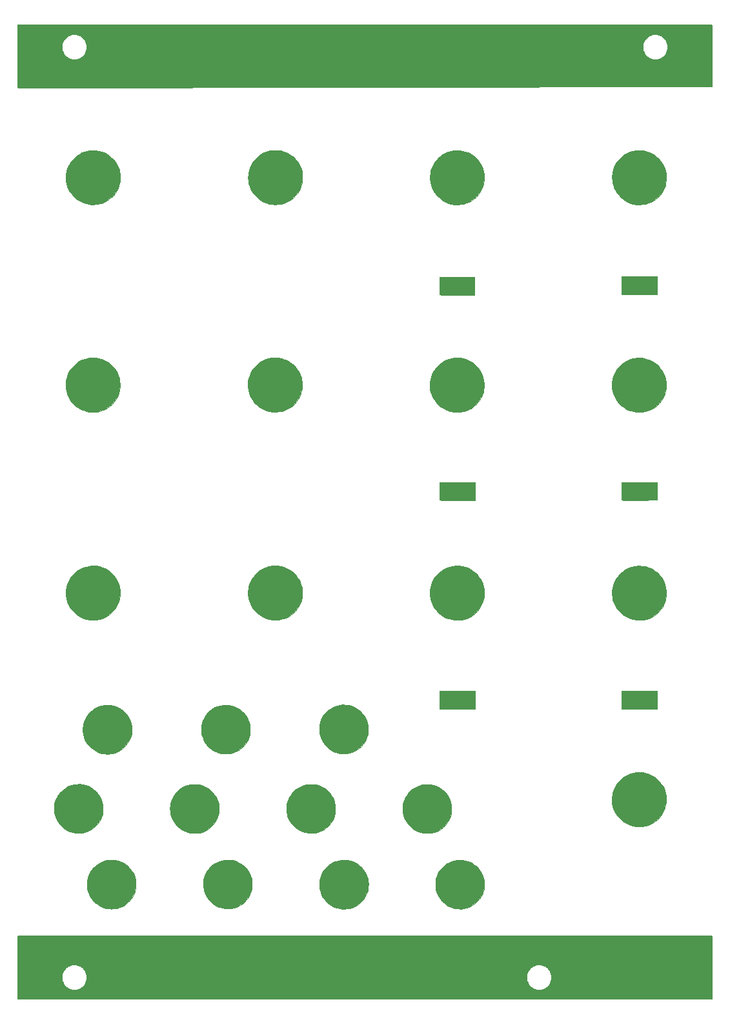
<source format=gbs>
G04 #@! TF.GenerationSoftware,KiCad,Pcbnew,(6.0.0)*
G04 #@! TF.CreationDate,2022-01-04T18:38:19+01:00*
G04 #@! TF.ProjectId,ad633muliply-panel,61643633-336d-4756-9c69-706c792d7061,rev?*
G04 #@! TF.SameCoordinates,Original*
G04 #@! TF.FileFunction,Soldermask,Bot*
G04 #@! TF.FilePolarity,Negative*
%FSLAX46Y46*%
G04 Gerber Fmt 4.6, Leading zero omitted, Abs format (unit mm)*
G04 Created by KiCad (PCBNEW (6.0.0)) date 2022-01-04 18:38:19*
%MOMM*%
%LPD*%
G01*
G04 APERTURE LIST*
%ADD10C,0.010000*%
G04 APERTURE END LIST*
D10*
X135563000Y-145309667D02*
X130948311Y-145309667D01*
X130948311Y-145309667D02*
X130953780Y-144129625D01*
X130953780Y-144129625D02*
X130959250Y-142949583D01*
X130959250Y-142949583D02*
X133261125Y-142944197D01*
X133261125Y-142944197D02*
X135563000Y-142938812D01*
X135563000Y-142938812D02*
X135563000Y-145309667D01*
X135563000Y-145309667D02*
X135563000Y-145309667D01*
G36*
X135563000Y-145309667D02*
G01*
X130948311Y-145309667D01*
X130953780Y-144129625D01*
X130959250Y-142949583D01*
X133261125Y-142944197D01*
X135563000Y-142938812D01*
X135563000Y-145309667D01*
G37*
X135563000Y-145309667D02*
X130948311Y-145309667D01*
X130953780Y-144129625D01*
X130959250Y-142949583D01*
X133261125Y-142944197D01*
X135563000Y-142938812D01*
X135563000Y-145309667D01*
X133640705Y-99261969D02*
X133998730Y-99323500D01*
X133998730Y-99323500D02*
X134349495Y-99421104D01*
X134349495Y-99421104D02*
X134689795Y-99554521D01*
X134689795Y-99554521D02*
X135016426Y-99723493D01*
X135016426Y-99723493D02*
X135326182Y-99927764D01*
X135326182Y-99927764D02*
X135615858Y-100167075D01*
X135615858Y-100167075D02*
X135675239Y-100223109D01*
X135675239Y-100223109D02*
X135947681Y-100513883D01*
X135947681Y-100513883D02*
X136181770Y-100822462D01*
X136181770Y-100822462D02*
X136377263Y-101148220D01*
X136377263Y-101148220D02*
X136533916Y-101490533D01*
X136533916Y-101490533D02*
X136651488Y-101848774D01*
X136651488Y-101848774D02*
X136729735Y-102222319D01*
X136729735Y-102222319D02*
X136768415Y-102610541D01*
X136768415Y-102610541D02*
X136767284Y-103012815D01*
X136767284Y-103012815D02*
X136766171Y-103033415D01*
X136766171Y-103033415D02*
X136730251Y-103375210D01*
X136730251Y-103375210D02*
X136660624Y-103704568D01*
X136660624Y-103704568D02*
X136555091Y-104029569D01*
X136555091Y-104029569D02*
X136411454Y-104358292D01*
X136411454Y-104358292D02*
X136398788Y-104383917D01*
X136398788Y-104383917D02*
X136260175Y-104639018D01*
X136260175Y-104639018D02*
X136109225Y-104868818D01*
X136109225Y-104868818D02*
X135936659Y-105086139D01*
X135936659Y-105086139D02*
X135733193Y-105303806D01*
X135733193Y-105303806D02*
X135732333Y-105304667D01*
X135732333Y-105304667D02*
X135630232Y-105402785D01*
X135630232Y-105402785D02*
X135518413Y-105503680D01*
X135518413Y-105503680D02*
X135408591Y-105597167D01*
X135408591Y-105597167D02*
X135312481Y-105673063D01*
X135312481Y-105673063D02*
X135287833Y-105691050D01*
X135287833Y-105691050D02*
X135138818Y-105788680D01*
X135138818Y-105788680D02*
X134964645Y-105889310D01*
X134964645Y-105889310D02*
X134778173Y-105986419D01*
X134778173Y-105986419D02*
X134592262Y-106073487D01*
X134592262Y-106073487D02*
X134419771Y-106143994D01*
X134419771Y-106143994D02*
X134339082Y-106172131D01*
X134339082Y-106172131D02*
X134175195Y-106222523D01*
X134175195Y-106222523D02*
X134029157Y-106261026D01*
X134029157Y-106261026D02*
X133890185Y-106289268D01*
X133890185Y-106289268D02*
X133747501Y-106308879D01*
X133747501Y-106308879D02*
X133590324Y-106321490D01*
X133590324Y-106321490D02*
X133407873Y-106328729D01*
X133407873Y-106328729D02*
X133287583Y-106331088D01*
X133287583Y-106331088D02*
X133149720Y-106332592D01*
X133149720Y-106332592D02*
X133021931Y-106333049D01*
X133021931Y-106333049D02*
X132911849Y-106332507D01*
X132911849Y-106332507D02*
X132827106Y-106331011D01*
X132827106Y-106331011D02*
X132775335Y-106328607D01*
X132775335Y-106328607D02*
X132769000Y-106327945D01*
X132769000Y-106327945D02*
X132671771Y-106311774D01*
X132671771Y-106311774D02*
X132547186Y-106285929D01*
X132547186Y-106285929D02*
X132408228Y-106253581D01*
X132408228Y-106253581D02*
X132267878Y-106217901D01*
X132267878Y-106217901D02*
X132139120Y-106182057D01*
X132139120Y-106182057D02*
X132034934Y-106149221D01*
X132034934Y-106149221D02*
X132029830Y-106147445D01*
X132029830Y-106147445D02*
X131939569Y-106112479D01*
X131939569Y-106112479D02*
X131826263Y-106063684D01*
X131826263Y-106063684D02*
X131704092Y-106007398D01*
X131704092Y-106007398D02*
X131587232Y-105949957D01*
X131587232Y-105949957D02*
X131581999Y-105947280D01*
X131581999Y-105947280D02*
X131256397Y-105757189D01*
X131256397Y-105757189D02*
X130956149Y-105535266D01*
X130956149Y-105535266D02*
X130682916Y-105284496D01*
X130682916Y-105284496D02*
X130438357Y-105007867D01*
X130438357Y-105007867D02*
X130224131Y-104708362D01*
X130224131Y-104708362D02*
X130041897Y-104388968D01*
X130041897Y-104388968D02*
X129893315Y-104052670D01*
X129893315Y-104052670D02*
X129780044Y-103702454D01*
X129780044Y-103702454D02*
X129703743Y-103341307D01*
X129703743Y-103341307D02*
X129666071Y-102972212D01*
X129666071Y-102972212D02*
X129668689Y-102598157D01*
X129668689Y-102598157D02*
X129674826Y-102515620D01*
X129674826Y-102515620D02*
X129729281Y-102120846D01*
X129729281Y-102120846D02*
X129822326Y-101742643D01*
X129822326Y-101742643D02*
X129953118Y-101382472D01*
X129953118Y-101382472D02*
X130120817Y-101041796D01*
X130120817Y-101041796D02*
X130324582Y-100722076D01*
X130324582Y-100722076D02*
X130563572Y-100424776D01*
X130563572Y-100424776D02*
X130836946Y-100151356D01*
X130836946Y-100151356D02*
X131143863Y-99903280D01*
X131143863Y-99903280D02*
X131200459Y-99862931D01*
X131200459Y-99862931D02*
X131519568Y-99664736D01*
X131519568Y-99664736D02*
X131853850Y-99504419D01*
X131853850Y-99504419D02*
X132200102Y-99381722D01*
X132200102Y-99381722D02*
X132555118Y-99296386D01*
X132555118Y-99296386D02*
X132915694Y-99248154D01*
X132915694Y-99248154D02*
X133278624Y-99236768D01*
X133278624Y-99236768D02*
X133640705Y-99261969D01*
X133640705Y-99261969D02*
X133640705Y-99261969D01*
G36*
X133640705Y-99261969D02*
G01*
X133998730Y-99323500D01*
X134349495Y-99421104D01*
X134689795Y-99554521D01*
X135016426Y-99723493D01*
X135326182Y-99927764D01*
X135615858Y-100167075D01*
X135675239Y-100223109D01*
X135947681Y-100513883D01*
X136181770Y-100822462D01*
X136377263Y-101148220D01*
X136533916Y-101490533D01*
X136651488Y-101848774D01*
X136729735Y-102222319D01*
X136768415Y-102610541D01*
X136767284Y-103012815D01*
X136766171Y-103033415D01*
X136730251Y-103375210D01*
X136660624Y-103704568D01*
X136555091Y-104029569D01*
X136411454Y-104358292D01*
X136398788Y-104383917D01*
X136260175Y-104639018D01*
X136109225Y-104868818D01*
X135936659Y-105086139D01*
X135733193Y-105303806D01*
X135732333Y-105304667D01*
X135630232Y-105402785D01*
X135518413Y-105503680D01*
X135408591Y-105597167D01*
X135312481Y-105673063D01*
X135287833Y-105691050D01*
X135138818Y-105788680D01*
X134964645Y-105889310D01*
X134778173Y-105986419D01*
X134592262Y-106073487D01*
X134419771Y-106143994D01*
X134339082Y-106172131D01*
X134175195Y-106222523D01*
X134029157Y-106261026D01*
X133890185Y-106289268D01*
X133747501Y-106308879D01*
X133590324Y-106321490D01*
X133407873Y-106328729D01*
X133287583Y-106331088D01*
X133149720Y-106332592D01*
X133021931Y-106333049D01*
X132911849Y-106332507D01*
X132827106Y-106331011D01*
X132775335Y-106328607D01*
X132769000Y-106327945D01*
X132671771Y-106311774D01*
X132547186Y-106285929D01*
X132408228Y-106253581D01*
X132267878Y-106217901D01*
X132139120Y-106182057D01*
X132034934Y-106149221D01*
X132029830Y-106147445D01*
X131939569Y-106112479D01*
X131826263Y-106063684D01*
X131704092Y-106007398D01*
X131587232Y-105949957D01*
X131581999Y-105947280D01*
X131256397Y-105757189D01*
X130956149Y-105535266D01*
X130682916Y-105284496D01*
X130438357Y-105007867D01*
X130224131Y-104708362D01*
X130041897Y-104388968D01*
X129893315Y-104052670D01*
X129780044Y-103702454D01*
X129703743Y-103341307D01*
X129666071Y-102972212D01*
X129668689Y-102598157D01*
X129674826Y-102515620D01*
X129729281Y-102120846D01*
X129822326Y-101742643D01*
X129953118Y-101382472D01*
X130120817Y-101041796D01*
X130324582Y-100722076D01*
X130563572Y-100424776D01*
X130836946Y-100151356D01*
X131143863Y-99903280D01*
X131200459Y-99862931D01*
X131519568Y-99664736D01*
X131853850Y-99504419D01*
X132200102Y-99381722D01*
X132555118Y-99296386D01*
X132915694Y-99248154D01*
X133278624Y-99236768D01*
X133640705Y-99261969D01*
G37*
X133640705Y-99261969D02*
X133998730Y-99323500D01*
X134349495Y-99421104D01*
X134689795Y-99554521D01*
X135016426Y-99723493D01*
X135326182Y-99927764D01*
X135615858Y-100167075D01*
X135675239Y-100223109D01*
X135947681Y-100513883D01*
X136181770Y-100822462D01*
X136377263Y-101148220D01*
X136533916Y-101490533D01*
X136651488Y-101848774D01*
X136729735Y-102222319D01*
X136768415Y-102610541D01*
X136767284Y-103012815D01*
X136766171Y-103033415D01*
X136730251Y-103375210D01*
X136660624Y-103704568D01*
X136555091Y-104029569D01*
X136411454Y-104358292D01*
X136398788Y-104383917D01*
X136260175Y-104639018D01*
X136109225Y-104868818D01*
X135936659Y-105086139D01*
X135733193Y-105303806D01*
X135732333Y-105304667D01*
X135630232Y-105402785D01*
X135518413Y-105503680D01*
X135408591Y-105597167D01*
X135312481Y-105673063D01*
X135287833Y-105691050D01*
X135138818Y-105788680D01*
X134964645Y-105889310D01*
X134778173Y-105986419D01*
X134592262Y-106073487D01*
X134419771Y-106143994D01*
X134339082Y-106172131D01*
X134175195Y-106222523D01*
X134029157Y-106261026D01*
X133890185Y-106289268D01*
X133747501Y-106308879D01*
X133590324Y-106321490D01*
X133407873Y-106328729D01*
X133287583Y-106331088D01*
X133149720Y-106332592D01*
X133021931Y-106333049D01*
X132911849Y-106332507D01*
X132827106Y-106331011D01*
X132775335Y-106328607D01*
X132769000Y-106327945D01*
X132671771Y-106311774D01*
X132547186Y-106285929D01*
X132408228Y-106253581D01*
X132267878Y-106217901D01*
X132139120Y-106182057D01*
X132034934Y-106149221D01*
X132029830Y-106147445D01*
X131939569Y-106112479D01*
X131826263Y-106063684D01*
X131704092Y-106007398D01*
X131587232Y-105949957D01*
X131581999Y-105947280D01*
X131256397Y-105757189D01*
X130956149Y-105535266D01*
X130682916Y-105284496D01*
X130438357Y-105007867D01*
X130224131Y-104708362D01*
X130041897Y-104388968D01*
X129893315Y-104052670D01*
X129780044Y-103702454D01*
X129703743Y-103341307D01*
X129666071Y-102972212D01*
X129668689Y-102598157D01*
X129674826Y-102515620D01*
X129729281Y-102120846D01*
X129822326Y-101742643D01*
X129953118Y-101382472D01*
X130120817Y-101041796D01*
X130324582Y-100722076D01*
X130563572Y-100424776D01*
X130836946Y-100151356D01*
X131143863Y-99903280D01*
X131200459Y-99862931D01*
X131519568Y-99664736D01*
X131853850Y-99504419D01*
X132200102Y-99381722D01*
X132555118Y-99296386D01*
X132915694Y-99248154D01*
X133278624Y-99236768D01*
X133640705Y-99261969D01*
X133907461Y-165087644D02*
X134261852Y-165139692D01*
X134261852Y-165139692D02*
X134608978Y-165230592D01*
X134608978Y-165230592D02*
X134610500Y-165231084D01*
X134610500Y-165231084D02*
X134941253Y-165359672D01*
X134941253Y-165359672D02*
X135253867Y-165525790D01*
X135253867Y-165525790D02*
X135549586Y-165730197D01*
X135549586Y-165730197D02*
X135829657Y-165973651D01*
X135829657Y-165973651D02*
X135830819Y-165974773D01*
X135830819Y-165974773D02*
X136082977Y-166245554D01*
X136082977Y-166245554D02*
X136297640Y-166534936D01*
X136297640Y-166534936D02*
X136475864Y-166844794D01*
X136475864Y-166844794D02*
X136618708Y-167177005D01*
X136618708Y-167177005D02*
X136727230Y-167533446D01*
X136727230Y-167533446D02*
X136740257Y-167587583D01*
X136740257Y-167587583D02*
X136760651Y-167678091D01*
X136760651Y-167678091D02*
X136775737Y-167755555D01*
X136775737Y-167755555D02*
X136786294Y-167829133D01*
X136786294Y-167829133D02*
X136793102Y-167907987D01*
X136793102Y-167907987D02*
X136796940Y-168001275D01*
X136796940Y-168001275D02*
X136798589Y-168118158D01*
X136798589Y-168118158D02*
X136798828Y-168267795D01*
X136798828Y-168267795D02*
X136798818Y-168275500D01*
X136798818Y-168275500D02*
X136797925Y-168434765D01*
X136797925Y-168434765D02*
X136795308Y-168560561D01*
X136795308Y-168560561D02*
X136790324Y-168661739D01*
X136790324Y-168661739D02*
X136782331Y-168747148D01*
X136782331Y-168747148D02*
X136770686Y-168825641D01*
X136770686Y-168825641D02*
X136754747Y-168906066D01*
X136754747Y-168906066D02*
X136752198Y-168917705D01*
X136752198Y-168917705D02*
X136650414Y-169286393D01*
X136650414Y-169286393D02*
X136513290Y-169632098D01*
X136513290Y-169632098D02*
X136341286Y-169954142D01*
X136341286Y-169954142D02*
X136134861Y-170251849D01*
X136134861Y-170251849D02*
X135894474Y-170524540D01*
X135894474Y-170524540D02*
X135620586Y-170771537D01*
X135620586Y-170771537D02*
X135371317Y-170954429D01*
X135371317Y-170954429D02*
X135069032Y-171131857D01*
X135069032Y-171131857D02*
X134746898Y-171275037D01*
X134746898Y-171275037D02*
X134410399Y-171382620D01*
X134410399Y-171382620D02*
X134065019Y-171453258D01*
X134065019Y-171453258D02*
X133716242Y-171485602D01*
X133716242Y-171485602D02*
X133369552Y-171478305D01*
X133369552Y-171478305D02*
X133277000Y-171469361D01*
X133277000Y-171469361D02*
X132905441Y-171406800D01*
X132905441Y-171406800D02*
X132550036Y-171305557D01*
X132550036Y-171305557D02*
X132212437Y-171166488D01*
X132212437Y-171166488D02*
X131894300Y-170990451D01*
X131894300Y-170990451D02*
X131597278Y-170778302D01*
X131597278Y-170778302D02*
X131323026Y-170530898D01*
X131323026Y-170530898D02*
X131189795Y-170388410D01*
X131189795Y-170388410D02*
X131023444Y-170178925D01*
X131023444Y-170178925D02*
X130866504Y-169941221D01*
X130866504Y-169941221D02*
X130726731Y-169688793D01*
X130726731Y-169688793D02*
X130611883Y-169435137D01*
X130611883Y-169435137D02*
X130559327Y-169291500D01*
X130559327Y-169291500D02*
X130505382Y-169115954D01*
X130505382Y-169115954D02*
X130465441Y-168954078D01*
X130465441Y-168954078D02*
X130437786Y-168794082D01*
X130437786Y-168794082D02*
X130420696Y-168624181D01*
X130420696Y-168624181D02*
X130412448Y-168432587D01*
X130412448Y-168432587D02*
X130411019Y-168275500D01*
X130411019Y-168275500D02*
X130414085Y-168066917D01*
X130414085Y-168066917D02*
X130424017Y-167888668D01*
X130424017Y-167888668D02*
X130442677Y-167729053D01*
X130442677Y-167729053D02*
X130471928Y-167576369D01*
X130471928Y-167576369D02*
X130513635Y-167418914D01*
X130513635Y-167418914D02*
X130569659Y-167244986D01*
X130569659Y-167244986D02*
X130579735Y-167215825D01*
X130579735Y-167215825D02*
X130718738Y-166879914D01*
X130718738Y-166879914D02*
X130893978Y-166564369D01*
X130893978Y-166564369D02*
X131103398Y-166271512D01*
X131103398Y-166271512D02*
X131344938Y-166003667D01*
X131344938Y-166003667D02*
X131616541Y-165763156D01*
X131616541Y-165763156D02*
X131916150Y-165552301D01*
X131916150Y-165552301D02*
X132189803Y-165398876D01*
X132189803Y-165398876D02*
X132510543Y-165261511D01*
X132510543Y-165261511D02*
X132847344Y-165161382D01*
X132847344Y-165161382D02*
X133195541Y-165098813D01*
X133195541Y-165098813D02*
X133550469Y-165074125D01*
X133550469Y-165074125D02*
X133907461Y-165087644D01*
X133907461Y-165087644D02*
X133907461Y-165087644D01*
G36*
X133907461Y-165087644D02*
G01*
X134261852Y-165139692D01*
X134608978Y-165230592D01*
X134610500Y-165231084D01*
X134941253Y-165359672D01*
X135253867Y-165525790D01*
X135549586Y-165730197D01*
X135829657Y-165973651D01*
X135830819Y-165974773D01*
X136082977Y-166245554D01*
X136297640Y-166534936D01*
X136475864Y-166844794D01*
X136618708Y-167177005D01*
X136727230Y-167533446D01*
X136740257Y-167587583D01*
X136760651Y-167678091D01*
X136775737Y-167755555D01*
X136786294Y-167829133D01*
X136793102Y-167907987D01*
X136796940Y-168001275D01*
X136798589Y-168118158D01*
X136798828Y-168267795D01*
X136798818Y-168275500D01*
X136797925Y-168434765D01*
X136795308Y-168560561D01*
X136790324Y-168661739D01*
X136782331Y-168747148D01*
X136770686Y-168825641D01*
X136754747Y-168906066D01*
X136752198Y-168917705D01*
X136650414Y-169286393D01*
X136513290Y-169632098D01*
X136341286Y-169954142D01*
X136134861Y-170251849D01*
X135894474Y-170524540D01*
X135620586Y-170771537D01*
X135371317Y-170954429D01*
X135069032Y-171131857D01*
X134746898Y-171275037D01*
X134410399Y-171382620D01*
X134065019Y-171453258D01*
X133716242Y-171485602D01*
X133369552Y-171478305D01*
X133277000Y-171469361D01*
X132905441Y-171406800D01*
X132550036Y-171305557D01*
X132212437Y-171166488D01*
X131894300Y-170990451D01*
X131597278Y-170778302D01*
X131323026Y-170530898D01*
X131189795Y-170388410D01*
X131023444Y-170178925D01*
X130866504Y-169941221D01*
X130726731Y-169688793D01*
X130611883Y-169435137D01*
X130559327Y-169291500D01*
X130505382Y-169115954D01*
X130465441Y-168954078D01*
X130437786Y-168794082D01*
X130420696Y-168624181D01*
X130412448Y-168432587D01*
X130411019Y-168275500D01*
X130414085Y-168066917D01*
X130424017Y-167888668D01*
X130442677Y-167729053D01*
X130471928Y-167576369D01*
X130513635Y-167418914D01*
X130569659Y-167244986D01*
X130579735Y-167215825D01*
X130718738Y-166879914D01*
X130893978Y-166564369D01*
X131103398Y-166271512D01*
X131344938Y-166003667D01*
X131616541Y-165763156D01*
X131916150Y-165552301D01*
X132189803Y-165398876D01*
X132510543Y-165261511D01*
X132847344Y-165161382D01*
X133195541Y-165098813D01*
X133550469Y-165074125D01*
X133907461Y-165087644D01*
G37*
X133907461Y-165087644D02*
X134261852Y-165139692D01*
X134608978Y-165230592D01*
X134610500Y-165231084D01*
X134941253Y-165359672D01*
X135253867Y-165525790D01*
X135549586Y-165730197D01*
X135829657Y-165973651D01*
X135830819Y-165974773D01*
X136082977Y-166245554D01*
X136297640Y-166534936D01*
X136475864Y-166844794D01*
X136618708Y-167177005D01*
X136727230Y-167533446D01*
X136740257Y-167587583D01*
X136760651Y-167678091D01*
X136775737Y-167755555D01*
X136786294Y-167829133D01*
X136793102Y-167907987D01*
X136796940Y-168001275D01*
X136798589Y-168118158D01*
X136798828Y-168267795D01*
X136798818Y-168275500D01*
X136797925Y-168434765D01*
X136795308Y-168560561D01*
X136790324Y-168661739D01*
X136782331Y-168747148D01*
X136770686Y-168825641D01*
X136754747Y-168906066D01*
X136752198Y-168917705D01*
X136650414Y-169286393D01*
X136513290Y-169632098D01*
X136341286Y-169954142D01*
X136134861Y-170251849D01*
X135894474Y-170524540D01*
X135620586Y-170771537D01*
X135371317Y-170954429D01*
X135069032Y-171131857D01*
X134746898Y-171275037D01*
X134410399Y-171382620D01*
X134065019Y-171453258D01*
X133716242Y-171485602D01*
X133369552Y-171478305D01*
X133277000Y-171469361D01*
X132905441Y-171406800D01*
X132550036Y-171305557D01*
X132212437Y-171166488D01*
X131894300Y-170990451D01*
X131597278Y-170778302D01*
X131323026Y-170530898D01*
X131189795Y-170388410D01*
X131023444Y-170178925D01*
X130866504Y-169941221D01*
X130726731Y-169688793D01*
X130611883Y-169435137D01*
X130559327Y-169291500D01*
X130505382Y-169115954D01*
X130465441Y-168954078D01*
X130437786Y-168794082D01*
X130420696Y-168624181D01*
X130412448Y-168432587D01*
X130411019Y-168275500D01*
X130414085Y-168066917D01*
X130424017Y-167888668D01*
X130442677Y-167729053D01*
X130471928Y-167576369D01*
X130513635Y-167418914D01*
X130569659Y-167244986D01*
X130579735Y-167215825D01*
X130718738Y-166879914D01*
X130893978Y-166564369D01*
X131103398Y-166271512D01*
X131344938Y-166003667D01*
X131616541Y-165763156D01*
X131916150Y-165552301D01*
X132189803Y-165398876D01*
X132510543Y-165261511D01*
X132847344Y-165161382D01*
X133195541Y-165098813D01*
X133550469Y-165074125D01*
X133907461Y-165087644D01*
X135563000Y-117898833D02*
X133269944Y-117898833D01*
X133269944Y-117898833D02*
X132961907Y-117898706D01*
X132961907Y-117898706D02*
X132665774Y-117898334D01*
X132665774Y-117898334D02*
X132384291Y-117897735D01*
X132384291Y-117897735D02*
X132120202Y-117896925D01*
X132120202Y-117896925D02*
X131876253Y-117895922D01*
X131876253Y-117895922D02*
X131655188Y-117894742D01*
X131655188Y-117894742D02*
X131459752Y-117893402D01*
X131459752Y-117893402D02*
X131292692Y-117891918D01*
X131292692Y-117891918D02*
X131156750Y-117890308D01*
X131156750Y-117890308D02*
X131054674Y-117888588D01*
X131054674Y-117888588D02*
X130989207Y-117886775D01*
X130989207Y-117886775D02*
X130963094Y-117884886D01*
X130963094Y-117884886D02*
X130962777Y-117884722D01*
X130962777Y-117884722D02*
X130960144Y-117861503D01*
X130960144Y-117861503D02*
X130957671Y-117799822D01*
X130957671Y-117799822D02*
X130955403Y-117703550D01*
X130955403Y-117703550D02*
X130953388Y-117576557D01*
X130953388Y-117576557D02*
X130951670Y-117422715D01*
X130951670Y-117422715D02*
X130950297Y-117245896D01*
X130950297Y-117245896D02*
X130949313Y-117049969D01*
X130949313Y-117049969D02*
X130948766Y-116838805D01*
X130948766Y-116838805D02*
X130948666Y-116699389D01*
X130948666Y-116699389D02*
X130948666Y-115528167D01*
X130948666Y-115528167D02*
X135563000Y-115528167D01*
X135563000Y-115528167D02*
X135563000Y-117898833D01*
X135563000Y-117898833D02*
X135563000Y-117898833D01*
G36*
X135563000Y-117898833D02*
G01*
X133269944Y-117898833D01*
X132961907Y-117898706D01*
X132665774Y-117898334D01*
X132384291Y-117897735D01*
X132120202Y-117896925D01*
X131876253Y-117895922D01*
X131655188Y-117894742D01*
X131459752Y-117893402D01*
X131292692Y-117891918D01*
X131156750Y-117890308D01*
X131054674Y-117888588D01*
X130989207Y-117886775D01*
X130963094Y-117884886D01*
X130962777Y-117884722D01*
X130960144Y-117861503D01*
X130957671Y-117799822D01*
X130955403Y-117703550D01*
X130953388Y-117576557D01*
X130951670Y-117422715D01*
X130950297Y-117245896D01*
X130949313Y-117049969D01*
X130948766Y-116838805D01*
X130948666Y-116699389D01*
X130948666Y-115528167D01*
X135563000Y-115528167D01*
X135563000Y-117898833D01*
G37*
X135563000Y-117898833D02*
X133269944Y-117898833D01*
X132961907Y-117898706D01*
X132665774Y-117898334D01*
X132384291Y-117897735D01*
X132120202Y-117896925D01*
X131876253Y-117895922D01*
X131655188Y-117894742D01*
X131459752Y-117893402D01*
X131292692Y-117891918D01*
X131156750Y-117890308D01*
X131054674Y-117888588D01*
X130989207Y-117886775D01*
X130963094Y-117884886D01*
X130962777Y-117884722D01*
X130960144Y-117861503D01*
X130957671Y-117799822D01*
X130955403Y-117703550D01*
X130953388Y-117576557D01*
X130951670Y-117422715D01*
X130950297Y-117245896D01*
X130949313Y-117049969D01*
X130948766Y-116838805D01*
X130948666Y-116699389D01*
X130948666Y-115528167D01*
X135563000Y-115528167D01*
X135563000Y-117898833D01*
X98903928Y-155163999D02*
X99083832Y-155171006D01*
X99083832Y-155171006D02*
X99244047Y-155184564D01*
X99244047Y-155184564D02*
X99357416Y-155201538D01*
X99357416Y-155201538D02*
X99721683Y-155293344D01*
X99721683Y-155293344D02*
X100066261Y-155421042D01*
X100066261Y-155421042D02*
X100389196Y-155582653D01*
X100389196Y-155582653D02*
X100688531Y-155776199D01*
X100688531Y-155776199D02*
X100962312Y-155999699D01*
X100962312Y-155999699D02*
X101208583Y-156251174D01*
X101208583Y-156251174D02*
X101425388Y-156528646D01*
X101425388Y-156528646D02*
X101610774Y-156830136D01*
X101610774Y-156830136D02*
X101762783Y-157153664D01*
X101762783Y-157153664D02*
X101879462Y-157497250D01*
X101879462Y-157497250D02*
X101953987Y-157829750D01*
X101953987Y-157829750D02*
X101978747Y-158029087D01*
X101978747Y-158029087D02*
X101990415Y-158251466D01*
X101990415Y-158251466D02*
X101989333Y-158483540D01*
X101989333Y-158483540D02*
X101975844Y-158711966D01*
X101975844Y-158711966D02*
X101950292Y-158923397D01*
X101950292Y-158923397D02*
X101922190Y-159068000D01*
X101922190Y-159068000D02*
X101819006Y-159423740D01*
X101819006Y-159423740D02*
X101683770Y-159753126D01*
X101683770Y-159753126D02*
X101514544Y-160059557D01*
X101514544Y-160059557D02*
X101309388Y-160346433D01*
X101309388Y-160346433D02*
X101066364Y-160617155D01*
X101066364Y-160617155D02*
X101003665Y-160678687D01*
X101003665Y-160678687D02*
X100722796Y-160919503D01*
X100722796Y-160919503D02*
X100420371Y-161123896D01*
X100420371Y-161123896D02*
X100096580Y-161291767D01*
X100096580Y-161291767D02*
X99751611Y-161423014D01*
X99751611Y-161423014D02*
X99449477Y-161504035D01*
X99449477Y-161504035D02*
X99295744Y-161529983D01*
X99295744Y-161529983D02*
X99112713Y-161548039D01*
X99112713Y-161548039D02*
X98912715Y-161558005D01*
X98912715Y-161558005D02*
X98708080Y-161559687D01*
X98708080Y-161559687D02*
X98511137Y-161552890D01*
X98511137Y-161552890D02*
X98334217Y-161537418D01*
X98334217Y-161537418D02*
X98238948Y-161523195D01*
X98238948Y-161523195D02*
X97882561Y-161437946D01*
X97882561Y-161437946D02*
X97545287Y-161316763D01*
X97545287Y-161316763D02*
X97228829Y-161162126D01*
X97228829Y-161162126D02*
X96934892Y-160976513D01*
X96934892Y-160976513D02*
X96665179Y-160762403D01*
X96665179Y-160762403D02*
X96421394Y-160522275D01*
X96421394Y-160522275D02*
X96205243Y-160258606D01*
X96205243Y-160258606D02*
X96018428Y-159973876D01*
X96018428Y-159973876D02*
X95862653Y-159670563D01*
X95862653Y-159670563D02*
X95739623Y-159351145D01*
X95739623Y-159351145D02*
X95651042Y-159018103D01*
X95651042Y-159018103D02*
X95598614Y-158673913D01*
X95598614Y-158673913D02*
X95584043Y-158321054D01*
X95584043Y-158321054D02*
X95609033Y-157962006D01*
X95609033Y-157962006D02*
X95643165Y-157747529D01*
X95643165Y-157747529D02*
X95731788Y-157397052D01*
X95731788Y-157397052D02*
X95857904Y-157063149D01*
X95857904Y-157063149D02*
X96019137Y-156748163D01*
X96019137Y-156748163D02*
X96213111Y-156454439D01*
X96213111Y-156454439D02*
X96437450Y-156184319D01*
X96437450Y-156184319D02*
X96689777Y-155940145D01*
X96689777Y-155940145D02*
X96967716Y-155724263D01*
X96967716Y-155724263D02*
X97268892Y-155539015D01*
X97268892Y-155539015D02*
X97590927Y-155386744D01*
X97590927Y-155386744D02*
X97931446Y-155269793D01*
X97931446Y-155269793D02*
X98225000Y-155201487D01*
X98225000Y-155201487D02*
X98364871Y-155182287D01*
X98364871Y-155182287D02*
X98532569Y-155169639D01*
X98532569Y-155169639D02*
X98716214Y-155163543D01*
X98716214Y-155163543D02*
X98903928Y-155163999D01*
X98903928Y-155163999D02*
X98903928Y-155163999D01*
G36*
X98903928Y-155163999D02*
G01*
X99083832Y-155171006D01*
X99244047Y-155184564D01*
X99357416Y-155201538D01*
X99721683Y-155293344D01*
X100066261Y-155421042D01*
X100389196Y-155582653D01*
X100688531Y-155776199D01*
X100962312Y-155999699D01*
X101208583Y-156251174D01*
X101425388Y-156528646D01*
X101610774Y-156830136D01*
X101762783Y-157153664D01*
X101879462Y-157497250D01*
X101953987Y-157829750D01*
X101978747Y-158029087D01*
X101990415Y-158251466D01*
X101989333Y-158483540D01*
X101975844Y-158711966D01*
X101950292Y-158923397D01*
X101922190Y-159068000D01*
X101819006Y-159423740D01*
X101683770Y-159753126D01*
X101514544Y-160059557D01*
X101309388Y-160346433D01*
X101066364Y-160617155D01*
X101003665Y-160678687D01*
X100722796Y-160919503D01*
X100420371Y-161123896D01*
X100096580Y-161291767D01*
X99751611Y-161423014D01*
X99449477Y-161504035D01*
X99295744Y-161529983D01*
X99112713Y-161548039D01*
X98912715Y-161558005D01*
X98708080Y-161559687D01*
X98511137Y-161552890D01*
X98334217Y-161537418D01*
X98238948Y-161523195D01*
X97882561Y-161437946D01*
X97545287Y-161316763D01*
X97228829Y-161162126D01*
X96934892Y-160976513D01*
X96665179Y-160762403D01*
X96421394Y-160522275D01*
X96205243Y-160258606D01*
X96018428Y-159973876D01*
X95862653Y-159670563D01*
X95739623Y-159351145D01*
X95651042Y-159018103D01*
X95598614Y-158673913D01*
X95584043Y-158321054D01*
X95609033Y-157962006D01*
X95643165Y-157747529D01*
X95731788Y-157397052D01*
X95857904Y-157063149D01*
X96019137Y-156748163D01*
X96213111Y-156454439D01*
X96437450Y-156184319D01*
X96689777Y-155940145D01*
X96967716Y-155724263D01*
X97268892Y-155539015D01*
X97590927Y-155386744D01*
X97931446Y-155269793D01*
X98225000Y-155201487D01*
X98364871Y-155182287D01*
X98532569Y-155169639D01*
X98716214Y-155163543D01*
X98903928Y-155163999D01*
G37*
X98903928Y-155163999D02*
X99083832Y-155171006D01*
X99244047Y-155184564D01*
X99357416Y-155201538D01*
X99721683Y-155293344D01*
X100066261Y-155421042D01*
X100389196Y-155582653D01*
X100688531Y-155776199D01*
X100962312Y-155999699D01*
X101208583Y-156251174D01*
X101425388Y-156528646D01*
X101610774Y-156830136D01*
X101762783Y-157153664D01*
X101879462Y-157497250D01*
X101953987Y-157829750D01*
X101978747Y-158029087D01*
X101990415Y-158251466D01*
X101989333Y-158483540D01*
X101975844Y-158711966D01*
X101950292Y-158923397D01*
X101922190Y-159068000D01*
X101819006Y-159423740D01*
X101683770Y-159753126D01*
X101514544Y-160059557D01*
X101309388Y-160346433D01*
X101066364Y-160617155D01*
X101003665Y-160678687D01*
X100722796Y-160919503D01*
X100420371Y-161123896D01*
X100096580Y-161291767D01*
X99751611Y-161423014D01*
X99449477Y-161504035D01*
X99295744Y-161529983D01*
X99112713Y-161548039D01*
X98912715Y-161558005D01*
X98708080Y-161559687D01*
X98511137Y-161552890D01*
X98334217Y-161537418D01*
X98238948Y-161523195D01*
X97882561Y-161437946D01*
X97545287Y-161316763D01*
X97228829Y-161162126D01*
X96934892Y-160976513D01*
X96665179Y-160762403D01*
X96421394Y-160522275D01*
X96205243Y-160258606D01*
X96018428Y-159973876D01*
X95862653Y-159670563D01*
X95739623Y-159351145D01*
X95651042Y-159018103D01*
X95598614Y-158673913D01*
X95584043Y-158321054D01*
X95609033Y-157962006D01*
X95643165Y-157747529D01*
X95731788Y-157397052D01*
X95857904Y-157063149D01*
X96019137Y-156748163D01*
X96213111Y-156454439D01*
X96437450Y-156184319D01*
X96689777Y-155940145D01*
X96967716Y-155724263D01*
X97268892Y-155539015D01*
X97590927Y-155386744D01*
X97931446Y-155269793D01*
X98225000Y-155201487D01*
X98364871Y-155182287D01*
X98532569Y-155169639D01*
X98716214Y-155163543D01*
X98903928Y-155163999D01*
X118639064Y-144735897D02*
X118996460Y-144786944D01*
X118996460Y-144786944D02*
X119349592Y-144878896D01*
X119349592Y-144878896D02*
X119379220Y-144888591D01*
X119379220Y-144888591D02*
X119708562Y-145019945D01*
X119708562Y-145019945D02*
X120020352Y-145187726D01*
X120020352Y-145187726D02*
X120311625Y-145388862D01*
X120311625Y-145388862D02*
X120579415Y-145620278D01*
X120579415Y-145620278D02*
X120820759Y-145878902D01*
X120820759Y-145878902D02*
X121032691Y-146161659D01*
X121032691Y-146161659D02*
X121212246Y-146465476D01*
X121212246Y-146465476D02*
X121356459Y-146787280D01*
X121356459Y-146787280D02*
X121433898Y-147018509D01*
X121433898Y-147018509D02*
X121486331Y-147217124D01*
X121486331Y-147217124D02*
X121522785Y-147401580D01*
X121522785Y-147401580D02*
X121545386Y-147587382D01*
X121545386Y-147587382D02*
X121556259Y-147790034D01*
X121556259Y-147790034D02*
X121558034Y-147923750D01*
X121558034Y-147923750D02*
X121552971Y-148159495D01*
X121552971Y-148159495D02*
X121535373Y-148368798D01*
X121535373Y-148368798D02*
X121502984Y-148566281D01*
X121502984Y-148566281D02*
X121453548Y-148766570D01*
X121453548Y-148766570D02*
X121402566Y-148931543D01*
X121402566Y-148931543D02*
X121266617Y-149277414D01*
X121266617Y-149277414D02*
X121096330Y-149599605D01*
X121096330Y-149599605D02*
X120893498Y-149896497D01*
X120893498Y-149896497D02*
X120659916Y-150166471D01*
X120659916Y-150166471D02*
X120397375Y-150407908D01*
X120397375Y-150407908D02*
X120107669Y-150619190D01*
X120107669Y-150619190D02*
X119792592Y-150798696D01*
X119792592Y-150798696D02*
X119453936Y-150944808D01*
X119453936Y-150944808D02*
X119093495Y-151055907D01*
X119093495Y-151055907D02*
X119033723Y-151070371D01*
X119033723Y-151070371D02*
X118952254Y-151086931D01*
X118952254Y-151086931D02*
X118863863Y-151099409D01*
X118863863Y-151099409D02*
X118760215Y-151108489D01*
X118760215Y-151108489D02*
X118632978Y-151114855D01*
X118632978Y-151114855D02*
X118473817Y-151119190D01*
X118473817Y-151119190D02*
X118428583Y-151120027D01*
X118428583Y-151120027D02*
X118295623Y-151121793D01*
X118295623Y-151121793D02*
X118174328Y-151122426D01*
X118174328Y-151122426D02*
X118072132Y-151121965D01*
X118072132Y-151121965D02*
X117996469Y-151120449D01*
X117996469Y-151120449D02*
X117954772Y-151117918D01*
X117954772Y-151117918D02*
X117952333Y-151117535D01*
X117952333Y-151117535D02*
X117796173Y-151088100D01*
X117796173Y-151088100D02*
X117672398Y-151063138D01*
X117672398Y-151063138D02*
X117571597Y-151040418D01*
X117571597Y-151040418D02*
X117484354Y-151017710D01*
X117484354Y-151017710D02*
X117401257Y-150992786D01*
X117401257Y-150992786D02*
X117338500Y-150972144D01*
X117338500Y-150972144D02*
X116998117Y-150835507D01*
X116998117Y-150835507D02*
X116679766Y-150664347D01*
X116679766Y-150664347D02*
X116385547Y-150461105D01*
X116385547Y-150461105D02*
X116117560Y-150228225D01*
X116117560Y-150228225D02*
X115877906Y-149968147D01*
X115877906Y-149968147D02*
X115668684Y-149683313D01*
X115668684Y-149683313D02*
X115491995Y-149376165D01*
X115491995Y-149376165D02*
X115349940Y-149049144D01*
X115349940Y-149049144D02*
X115244617Y-148704693D01*
X115244617Y-148704693D02*
X115198894Y-148484667D01*
X115198894Y-148484667D02*
X115175509Y-148305642D01*
X115175509Y-148305642D02*
X115161501Y-148104809D01*
X115161501Y-148104809D02*
X115156985Y-147895901D01*
X115156985Y-147895901D02*
X115162072Y-147692652D01*
X115162072Y-147692652D02*
X115176878Y-147508797D01*
X115176878Y-147508797D02*
X115190084Y-147415750D01*
X115190084Y-147415750D02*
X115273542Y-147050376D01*
X115273542Y-147050376D02*
X115394437Y-146702738D01*
X115394437Y-146702738D02*
X115551601Y-146374886D01*
X115551601Y-146374886D02*
X115743864Y-146068872D01*
X115743864Y-146068872D02*
X115970058Y-145786746D01*
X115970058Y-145786746D02*
X116229014Y-145530560D01*
X116229014Y-145530560D02*
X116298627Y-145470896D01*
X116298627Y-145470896D02*
X116592296Y-145253284D01*
X116592296Y-145253284D02*
X116905095Y-145072156D01*
X116905095Y-145072156D02*
X117233681Y-144928145D01*
X117233681Y-144928145D02*
X117574713Y-144821881D01*
X117574713Y-144821881D02*
X117924849Y-144753998D01*
X117924849Y-144753998D02*
X118280746Y-144725126D01*
X118280746Y-144725126D02*
X118639064Y-144735897D01*
X118639064Y-144735897D02*
X118639064Y-144735897D01*
G36*
X118639064Y-144735897D02*
G01*
X118996460Y-144786944D01*
X119349592Y-144878896D01*
X119379220Y-144888591D01*
X119708562Y-145019945D01*
X120020352Y-145187726D01*
X120311625Y-145388862D01*
X120579415Y-145620278D01*
X120820759Y-145878902D01*
X121032691Y-146161659D01*
X121212246Y-146465476D01*
X121356459Y-146787280D01*
X121433898Y-147018509D01*
X121486331Y-147217124D01*
X121522785Y-147401580D01*
X121545386Y-147587382D01*
X121556259Y-147790034D01*
X121558034Y-147923750D01*
X121552971Y-148159495D01*
X121535373Y-148368798D01*
X121502984Y-148566281D01*
X121453548Y-148766570D01*
X121402566Y-148931543D01*
X121266617Y-149277414D01*
X121096330Y-149599605D01*
X120893498Y-149896497D01*
X120659916Y-150166471D01*
X120397375Y-150407908D01*
X120107669Y-150619190D01*
X119792592Y-150798696D01*
X119453936Y-150944808D01*
X119093495Y-151055907D01*
X119033723Y-151070371D01*
X118952254Y-151086931D01*
X118863863Y-151099409D01*
X118760215Y-151108489D01*
X118632978Y-151114855D01*
X118473817Y-151119190D01*
X118428583Y-151120027D01*
X118295623Y-151121793D01*
X118174328Y-151122426D01*
X118072132Y-151121965D01*
X117996469Y-151120449D01*
X117954772Y-151117918D01*
X117952333Y-151117535D01*
X117796173Y-151088100D01*
X117672398Y-151063138D01*
X117571597Y-151040418D01*
X117484354Y-151017710D01*
X117401257Y-150992786D01*
X117338500Y-150972144D01*
X116998117Y-150835507D01*
X116679766Y-150664347D01*
X116385547Y-150461105D01*
X116117560Y-150228225D01*
X115877906Y-149968147D01*
X115668684Y-149683313D01*
X115491995Y-149376165D01*
X115349940Y-149049144D01*
X115244617Y-148704693D01*
X115198894Y-148484667D01*
X115175509Y-148305642D01*
X115161501Y-148104809D01*
X115156985Y-147895901D01*
X115162072Y-147692652D01*
X115176878Y-147508797D01*
X115190084Y-147415750D01*
X115273542Y-147050376D01*
X115394437Y-146702738D01*
X115551601Y-146374886D01*
X115743864Y-146068872D01*
X115970058Y-145786746D01*
X116229014Y-145530560D01*
X116298627Y-145470896D01*
X116592296Y-145253284D01*
X116905095Y-145072156D01*
X117233681Y-144928145D01*
X117574713Y-144821881D01*
X117924849Y-144753998D01*
X118280746Y-144725126D01*
X118639064Y-144735897D01*
G37*
X118639064Y-144735897D02*
X118996460Y-144786944D01*
X119349592Y-144878896D01*
X119379220Y-144888591D01*
X119708562Y-145019945D01*
X120020352Y-145187726D01*
X120311625Y-145388862D01*
X120579415Y-145620278D01*
X120820759Y-145878902D01*
X121032691Y-146161659D01*
X121212246Y-146465476D01*
X121356459Y-146787280D01*
X121433898Y-147018509D01*
X121486331Y-147217124D01*
X121522785Y-147401580D01*
X121545386Y-147587382D01*
X121556259Y-147790034D01*
X121558034Y-147923750D01*
X121552971Y-148159495D01*
X121535373Y-148368798D01*
X121502984Y-148566281D01*
X121453548Y-148766570D01*
X121402566Y-148931543D01*
X121266617Y-149277414D01*
X121096330Y-149599605D01*
X120893498Y-149896497D01*
X120659916Y-150166471D01*
X120397375Y-150407908D01*
X120107669Y-150619190D01*
X119792592Y-150798696D01*
X119453936Y-150944808D01*
X119093495Y-151055907D01*
X119033723Y-151070371D01*
X118952254Y-151086931D01*
X118863863Y-151099409D01*
X118760215Y-151108489D01*
X118632978Y-151114855D01*
X118473817Y-151119190D01*
X118428583Y-151120027D01*
X118295623Y-151121793D01*
X118174328Y-151122426D01*
X118072132Y-151121965D01*
X117996469Y-151120449D01*
X117954772Y-151117918D01*
X117952333Y-151117535D01*
X117796173Y-151088100D01*
X117672398Y-151063138D01*
X117571597Y-151040418D01*
X117484354Y-151017710D01*
X117401257Y-150992786D01*
X117338500Y-150972144D01*
X116998117Y-150835507D01*
X116679766Y-150664347D01*
X116385547Y-150461105D01*
X116117560Y-150228225D01*
X115877906Y-149968147D01*
X115668684Y-149683313D01*
X115491995Y-149376165D01*
X115349940Y-149049144D01*
X115244617Y-148704693D01*
X115198894Y-148484667D01*
X115175509Y-148305642D01*
X115161501Y-148104809D01*
X115156985Y-147895901D01*
X115162072Y-147692652D01*
X115176878Y-147508797D01*
X115190084Y-147415750D01*
X115273542Y-147050376D01*
X115394437Y-146702738D01*
X115551601Y-146374886D01*
X115743864Y-146068872D01*
X115970058Y-145786746D01*
X116229014Y-145530560D01*
X116298627Y-145470896D01*
X116592296Y-145253284D01*
X116905095Y-145072156D01*
X117233681Y-144928145D01*
X117574713Y-144821881D01*
X117924849Y-144753998D01*
X118280746Y-144725126D01*
X118639064Y-144735897D01*
X114158897Y-155162885D02*
X114347387Y-155170312D01*
X114347387Y-155170312D02*
X114520124Y-155184405D01*
X114520124Y-155184405D02*
X114665664Y-155205070D01*
X114665664Y-155205070D02*
X114699872Y-155211996D01*
X114699872Y-155211996D02*
X115058190Y-155311113D01*
X115058190Y-155311113D02*
X115398639Y-155445915D01*
X115398639Y-155445915D02*
X115718546Y-155614426D01*
X115718546Y-155614426D02*
X116015241Y-155814670D01*
X116015241Y-155814670D02*
X116286053Y-156044671D01*
X116286053Y-156044671D02*
X116528309Y-156302452D01*
X116528309Y-156302452D02*
X116739338Y-156586037D01*
X116739338Y-156586037D02*
X116881707Y-156826059D01*
X116881707Y-156826059D02*
X117038948Y-157164894D01*
X117038948Y-157164894D02*
X117155754Y-157512121D01*
X117155754Y-157512121D02*
X117232304Y-157864923D01*
X117232304Y-157864923D02*
X117268776Y-158220480D01*
X117268776Y-158220480D02*
X117265349Y-158575976D01*
X117265349Y-158575976D02*
X117222201Y-158928592D01*
X117222201Y-158928592D02*
X117139510Y-159275509D01*
X117139510Y-159275509D02*
X117017456Y-159613911D01*
X117017456Y-159613911D02*
X116856216Y-159940979D01*
X116856216Y-159940979D02*
X116665378Y-160240772D01*
X116665378Y-160240772D02*
X116560231Y-160374944D01*
X116560231Y-160374944D02*
X116429954Y-160520802D01*
X116429954Y-160520802D02*
X116285255Y-160667702D01*
X116285255Y-160667702D02*
X116136838Y-160805003D01*
X116136838Y-160805003D02*
X115995411Y-160922061D01*
X115995411Y-160922061D02*
X115935631Y-160966193D01*
X115935631Y-160966193D02*
X115622495Y-161161130D01*
X115622495Y-161161130D02*
X115287645Y-161321470D01*
X115287645Y-161321470D02*
X114937116Y-161444584D01*
X114937116Y-161444584D02*
X114699872Y-161504221D01*
X114699872Y-161504221D02*
X114600535Y-161520548D01*
X114600535Y-161520548D02*
X114471603Y-161534826D01*
X114471603Y-161534826D02*
X114324013Y-161546518D01*
X114324013Y-161546518D02*
X114168704Y-161555088D01*
X114168704Y-161555088D02*
X114016612Y-161559999D01*
X114016612Y-161559999D02*
X113878678Y-161560714D01*
X113878678Y-161560714D02*
X113765837Y-161556697D01*
X113765837Y-161556697D02*
X113719000Y-161552347D01*
X113719000Y-161552347D02*
X113346240Y-161485061D01*
X113346240Y-161485061D02*
X112989920Y-161379550D01*
X112989920Y-161379550D02*
X112651877Y-161236734D01*
X112651877Y-161236734D02*
X112333952Y-161057532D01*
X112333952Y-161057532D02*
X112037982Y-160842865D01*
X112037982Y-160842865D02*
X111765806Y-160593654D01*
X111765806Y-160593654D02*
X111731027Y-160557457D01*
X111731027Y-160557457D02*
X111493436Y-160276186D01*
X111493436Y-160276186D02*
X111291689Y-159972458D01*
X111291689Y-159972458D02*
X111125996Y-159646676D01*
X111125996Y-159646676D02*
X110996568Y-159299242D01*
X110996568Y-159299242D02*
X110922195Y-159019196D01*
X110922195Y-159019196D02*
X110893292Y-158849387D01*
X110893292Y-158849387D02*
X110874088Y-158651330D01*
X110874088Y-158651330D02*
X110864823Y-158438039D01*
X110864823Y-158438039D02*
X110865737Y-158222530D01*
X110865737Y-158222530D02*
X110877070Y-158017818D01*
X110877070Y-158017818D02*
X110899061Y-157836917D01*
X110899061Y-157836917D02*
X110900270Y-157829750D01*
X110900270Y-157829750D02*
X110982333Y-157471228D01*
X110982333Y-157471228D02*
X111101788Y-157130130D01*
X111101788Y-157130130D02*
X111256560Y-156808576D01*
X111256560Y-156808576D02*
X111444573Y-156508682D01*
X111444573Y-156508682D02*
X111663750Y-156232567D01*
X111663750Y-156232567D02*
X111912015Y-155982349D01*
X111912015Y-155982349D02*
X112187292Y-155760146D01*
X112187292Y-155760146D02*
X112487505Y-155568076D01*
X112487505Y-155568076D02*
X112810578Y-155408258D01*
X112810578Y-155408258D02*
X113154433Y-155282808D01*
X113154433Y-155282808D02*
X113476351Y-155201762D01*
X113476351Y-155201762D02*
X113613383Y-155181564D01*
X113613383Y-155181564D02*
X113780449Y-155168415D01*
X113780449Y-155168415D02*
X113966102Y-155162221D01*
X113966102Y-155162221D02*
X114158897Y-155162885D01*
X114158897Y-155162885D02*
X114158897Y-155162885D01*
G36*
X114158897Y-155162885D02*
G01*
X114347387Y-155170312D01*
X114520124Y-155184405D01*
X114665664Y-155205070D01*
X114699872Y-155211996D01*
X115058190Y-155311113D01*
X115398639Y-155445915D01*
X115718546Y-155614426D01*
X116015241Y-155814670D01*
X116286053Y-156044671D01*
X116528309Y-156302452D01*
X116739338Y-156586037D01*
X116881707Y-156826059D01*
X117038948Y-157164894D01*
X117155754Y-157512121D01*
X117232304Y-157864923D01*
X117268776Y-158220480D01*
X117265349Y-158575976D01*
X117222201Y-158928592D01*
X117139510Y-159275509D01*
X117017456Y-159613911D01*
X116856216Y-159940979D01*
X116665378Y-160240772D01*
X116560231Y-160374944D01*
X116429954Y-160520802D01*
X116285255Y-160667702D01*
X116136838Y-160805003D01*
X115995411Y-160922061D01*
X115935631Y-160966193D01*
X115622495Y-161161130D01*
X115287645Y-161321470D01*
X114937116Y-161444584D01*
X114699872Y-161504221D01*
X114600535Y-161520548D01*
X114471603Y-161534826D01*
X114324013Y-161546518D01*
X114168704Y-161555088D01*
X114016612Y-161559999D01*
X113878678Y-161560714D01*
X113765837Y-161556697D01*
X113719000Y-161552347D01*
X113346240Y-161485061D01*
X112989920Y-161379550D01*
X112651877Y-161236734D01*
X112333952Y-161057532D01*
X112037982Y-160842865D01*
X111765806Y-160593654D01*
X111731027Y-160557457D01*
X111493436Y-160276186D01*
X111291689Y-159972458D01*
X111125996Y-159646676D01*
X110996568Y-159299242D01*
X110922195Y-159019196D01*
X110893292Y-158849387D01*
X110874088Y-158651330D01*
X110864823Y-158438039D01*
X110865737Y-158222530D01*
X110877070Y-158017818D01*
X110899061Y-157836917D01*
X110900270Y-157829750D01*
X110982333Y-157471228D01*
X111101788Y-157130130D01*
X111256560Y-156808576D01*
X111444573Y-156508682D01*
X111663750Y-156232567D01*
X111912015Y-155982349D01*
X112187292Y-155760146D01*
X112487505Y-155568076D01*
X112810578Y-155408258D01*
X113154433Y-155282808D01*
X113476351Y-155201762D01*
X113613383Y-155181564D01*
X113780449Y-155168415D01*
X113966102Y-155162221D01*
X114158897Y-155162885D01*
G37*
X114158897Y-155162885D02*
X114347387Y-155170312D01*
X114520124Y-155184405D01*
X114665664Y-155205070D01*
X114699872Y-155211996D01*
X115058190Y-155311113D01*
X115398639Y-155445915D01*
X115718546Y-155614426D01*
X116015241Y-155814670D01*
X116286053Y-156044671D01*
X116528309Y-156302452D01*
X116739338Y-156586037D01*
X116881707Y-156826059D01*
X117038948Y-157164894D01*
X117155754Y-157512121D01*
X117232304Y-157864923D01*
X117268776Y-158220480D01*
X117265349Y-158575976D01*
X117222201Y-158928592D01*
X117139510Y-159275509D01*
X117017456Y-159613911D01*
X116856216Y-159940979D01*
X116665378Y-160240772D01*
X116560231Y-160374944D01*
X116429954Y-160520802D01*
X116285255Y-160667702D01*
X116136838Y-160805003D01*
X115995411Y-160922061D01*
X115935631Y-160966193D01*
X115622495Y-161161130D01*
X115287645Y-161321470D01*
X114937116Y-161444584D01*
X114699872Y-161504221D01*
X114600535Y-161520548D01*
X114471603Y-161534826D01*
X114324013Y-161546518D01*
X114168704Y-161555088D01*
X114016612Y-161559999D01*
X113878678Y-161560714D01*
X113765837Y-161556697D01*
X113719000Y-161552347D01*
X113346240Y-161485061D01*
X112989920Y-161379550D01*
X112651877Y-161236734D01*
X112333952Y-161057532D01*
X112037982Y-160842865D01*
X111765806Y-160593654D01*
X111731027Y-160557457D01*
X111493436Y-160276186D01*
X111291689Y-159972458D01*
X111125996Y-159646676D01*
X110996568Y-159299242D01*
X110922195Y-159019196D01*
X110893292Y-158849387D01*
X110874088Y-158651330D01*
X110864823Y-158438039D01*
X110865737Y-158222530D01*
X110877070Y-158017818D01*
X110899061Y-157836917D01*
X110900270Y-157829750D01*
X110982333Y-157471228D01*
X111101788Y-157130130D01*
X111256560Y-156808576D01*
X111444573Y-156508682D01*
X111663750Y-156232567D01*
X111912015Y-155982349D01*
X112187292Y-155760146D01*
X112487505Y-155568076D01*
X112810578Y-155408258D01*
X113154433Y-155282808D01*
X113476351Y-155201762D01*
X113613383Y-155181564D01*
X113780449Y-155168415D01*
X113966102Y-155162221D01*
X114158897Y-155162885D01*
X85851381Y-72028141D02*
X86225885Y-72088206D01*
X86225885Y-72088206D02*
X86593238Y-72188554D01*
X86593238Y-72188554D02*
X86950682Y-72328505D01*
X86950682Y-72328505D02*
X87295462Y-72507380D01*
X87295462Y-72507380D02*
X87472309Y-72617860D01*
X87472309Y-72617860D02*
X87674335Y-72766611D01*
X87674335Y-72766611D02*
X87879929Y-72944725D01*
X87879929Y-72944725D02*
X88078563Y-73141677D01*
X88078563Y-73141677D02*
X88259713Y-73346943D01*
X88259713Y-73346943D02*
X88412854Y-73549996D01*
X88412854Y-73549996D02*
X88430257Y-73575833D01*
X88430257Y-73575833D02*
X88631389Y-73913655D01*
X88631389Y-73913655D02*
X88792187Y-74261023D01*
X88792187Y-74261023D02*
X88914272Y-74621824D01*
X88914272Y-74621824D02*
X88979461Y-74893836D01*
X88979461Y-74893836D02*
X89005994Y-75067318D01*
X89005994Y-75067318D02*
X89023260Y-75269354D01*
X89023260Y-75269354D02*
X89031258Y-75487719D01*
X89031258Y-75487719D02*
X89029984Y-75710183D01*
X89029984Y-75710183D02*
X89019434Y-75924520D01*
X89019434Y-75924520D02*
X88999607Y-76118503D01*
X88999607Y-76118503D02*
X88979797Y-76237656D01*
X88979797Y-76237656D02*
X88882340Y-76616498D01*
X88882340Y-76616498D02*
X88748273Y-76977000D01*
X88748273Y-76977000D02*
X88579550Y-77317061D01*
X88579550Y-77317061D02*
X88378124Y-77634582D01*
X88378124Y-77634582D02*
X88145948Y-77927463D01*
X88145948Y-77927463D02*
X87884977Y-78193604D01*
X87884977Y-78193604D02*
X87597164Y-78430904D01*
X87597164Y-78430904D02*
X87284463Y-78637264D01*
X87284463Y-78637264D02*
X86948828Y-78810584D01*
X86948828Y-78810584D02*
X86592212Y-78948763D01*
X86592212Y-78948763D02*
X86405960Y-79004204D01*
X86405960Y-79004204D02*
X86131900Y-79063546D01*
X86131900Y-79063546D02*
X85835499Y-79102327D01*
X85835499Y-79102327D02*
X85531065Y-79119734D01*
X85531065Y-79119734D02*
X85232906Y-79114951D01*
X85232906Y-79114951D02*
X84955332Y-79087164D01*
X84955332Y-79087164D02*
X84953500Y-79086887D01*
X84953500Y-79086887D02*
X84603583Y-79014671D01*
X84603583Y-79014671D02*
X84256776Y-78905975D01*
X84256776Y-78905975D02*
X83921900Y-78764347D01*
X83921900Y-78764347D02*
X83607781Y-78593337D01*
X83607781Y-78593337D02*
X83424265Y-78471931D01*
X83424265Y-78471931D02*
X83295870Y-78372569D01*
X83295870Y-78372569D02*
X83153081Y-78249216D01*
X83153081Y-78249216D02*
X83006504Y-78112046D01*
X83006504Y-78112046D02*
X82866748Y-77971229D01*
X82866748Y-77971229D02*
X82744420Y-77836937D01*
X82744420Y-77836937D02*
X82677938Y-77756250D01*
X82677938Y-77756250D02*
X82457141Y-77439064D01*
X82457141Y-77439064D02*
X82273436Y-77102565D01*
X82273436Y-77102565D02*
X82127738Y-76749427D01*
X82127738Y-76749427D02*
X82020964Y-76382327D01*
X82020964Y-76382327D02*
X81954031Y-76003938D01*
X81954031Y-76003938D02*
X81927854Y-75616937D01*
X81927854Y-75616937D02*
X81927493Y-75565500D01*
X81927493Y-75565500D02*
X81947839Y-75182825D01*
X81947839Y-75182825D02*
X82007568Y-74811427D01*
X82007568Y-74811427D02*
X82104716Y-74453500D01*
X82104716Y-74453500D02*
X82237317Y-74111238D01*
X82237317Y-74111238D02*
X82403408Y-73786834D01*
X82403408Y-73786834D02*
X82601024Y-73482483D01*
X82601024Y-73482483D02*
X82828200Y-73200378D01*
X82828200Y-73200378D02*
X83082972Y-72942714D01*
X83082972Y-72942714D02*
X83363375Y-72711683D01*
X83363375Y-72711683D02*
X83667446Y-72509481D01*
X83667446Y-72509481D02*
X83993218Y-72338300D01*
X83993218Y-72338300D02*
X84338729Y-72200336D01*
X84338729Y-72200336D02*
X84702013Y-72097781D01*
X84702013Y-72097781D02*
X85081105Y-72032829D01*
X85081105Y-72032829D02*
X85091940Y-72031572D01*
X85091940Y-72031572D02*
X85472481Y-72009036D01*
X85472481Y-72009036D02*
X85851381Y-72028141D01*
X85851381Y-72028141D02*
X85851381Y-72028141D01*
G36*
X85851381Y-72028141D02*
G01*
X86225885Y-72088206D01*
X86593238Y-72188554D01*
X86950682Y-72328505D01*
X87295462Y-72507380D01*
X87472309Y-72617860D01*
X87674335Y-72766611D01*
X87879929Y-72944725D01*
X88078563Y-73141677D01*
X88259713Y-73346943D01*
X88412854Y-73549996D01*
X88430257Y-73575833D01*
X88631389Y-73913655D01*
X88792187Y-74261023D01*
X88914272Y-74621824D01*
X88979461Y-74893836D01*
X89005994Y-75067318D01*
X89023260Y-75269354D01*
X89031258Y-75487719D01*
X89029984Y-75710183D01*
X89019434Y-75924520D01*
X88999607Y-76118503D01*
X88979797Y-76237656D01*
X88882340Y-76616498D01*
X88748273Y-76977000D01*
X88579550Y-77317061D01*
X88378124Y-77634582D01*
X88145948Y-77927463D01*
X87884977Y-78193604D01*
X87597164Y-78430904D01*
X87284463Y-78637264D01*
X86948828Y-78810584D01*
X86592212Y-78948763D01*
X86405960Y-79004204D01*
X86131900Y-79063546D01*
X85835499Y-79102327D01*
X85531065Y-79119734D01*
X85232906Y-79114951D01*
X84955332Y-79087164D01*
X84953500Y-79086887D01*
X84603583Y-79014671D01*
X84256776Y-78905975D01*
X83921900Y-78764347D01*
X83607781Y-78593337D01*
X83424265Y-78471931D01*
X83295870Y-78372569D01*
X83153081Y-78249216D01*
X83006504Y-78112046D01*
X82866748Y-77971229D01*
X82744420Y-77836937D01*
X82677938Y-77756250D01*
X82457141Y-77439064D01*
X82273436Y-77102565D01*
X82127738Y-76749427D01*
X82020964Y-76382327D01*
X81954031Y-76003938D01*
X81927854Y-75616937D01*
X81927493Y-75565500D01*
X81947839Y-75182825D01*
X82007568Y-74811427D01*
X82104716Y-74453500D01*
X82237317Y-74111238D01*
X82403408Y-73786834D01*
X82601024Y-73482483D01*
X82828200Y-73200378D01*
X83082972Y-72942714D01*
X83363375Y-72711683D01*
X83667446Y-72509481D01*
X83993218Y-72338300D01*
X84338729Y-72200336D01*
X84702013Y-72097781D01*
X85081105Y-72032829D01*
X85091940Y-72031572D01*
X85472481Y-72009036D01*
X85851381Y-72028141D01*
G37*
X85851381Y-72028141D02*
X86225885Y-72088206D01*
X86593238Y-72188554D01*
X86950682Y-72328505D01*
X87295462Y-72507380D01*
X87472309Y-72617860D01*
X87674335Y-72766611D01*
X87879929Y-72944725D01*
X88078563Y-73141677D01*
X88259713Y-73346943D01*
X88412854Y-73549996D01*
X88430257Y-73575833D01*
X88631389Y-73913655D01*
X88792187Y-74261023D01*
X88914272Y-74621824D01*
X88979461Y-74893836D01*
X89005994Y-75067318D01*
X89023260Y-75269354D01*
X89031258Y-75487719D01*
X89029984Y-75710183D01*
X89019434Y-75924520D01*
X88999607Y-76118503D01*
X88979797Y-76237656D01*
X88882340Y-76616498D01*
X88748273Y-76977000D01*
X88579550Y-77317061D01*
X88378124Y-77634582D01*
X88145948Y-77927463D01*
X87884977Y-78193604D01*
X87597164Y-78430904D01*
X87284463Y-78637264D01*
X86948828Y-78810584D01*
X86592212Y-78948763D01*
X86405960Y-79004204D01*
X86131900Y-79063546D01*
X85835499Y-79102327D01*
X85531065Y-79119734D01*
X85232906Y-79114951D01*
X84955332Y-79087164D01*
X84953500Y-79086887D01*
X84603583Y-79014671D01*
X84256776Y-78905975D01*
X83921900Y-78764347D01*
X83607781Y-78593337D01*
X83424265Y-78471931D01*
X83295870Y-78372569D01*
X83153081Y-78249216D01*
X83006504Y-78112046D01*
X82866748Y-77971229D01*
X82744420Y-77836937D01*
X82677938Y-77756250D01*
X82457141Y-77439064D01*
X82273436Y-77102565D01*
X82127738Y-76749427D01*
X82020964Y-76382327D01*
X81954031Y-76003938D01*
X81927854Y-75616937D01*
X81927493Y-75565500D01*
X81947839Y-75182825D01*
X82007568Y-74811427D01*
X82104716Y-74453500D01*
X82237317Y-74111238D01*
X82403408Y-73786834D01*
X82601024Y-73482483D01*
X82828200Y-73200378D01*
X83082972Y-72942714D01*
X83363375Y-72711683D01*
X83667446Y-72509481D01*
X83993218Y-72338300D01*
X84338729Y-72200336D01*
X84702013Y-72097781D01*
X85081105Y-72032829D01*
X85091940Y-72031572D01*
X85472481Y-72009036D01*
X85851381Y-72028141D01*
X109401000Y-72021107D02*
X109562738Y-72022059D01*
X109562738Y-72022059D02*
X109690813Y-72024513D01*
X109690813Y-72024513D02*
X109793885Y-72029094D01*
X109793885Y-72029094D02*
X109880615Y-72036426D01*
X109880615Y-72036426D02*
X109959663Y-72047133D01*
X109959663Y-72047133D02*
X110039691Y-72061840D01*
X110039691Y-72061840D02*
X110078333Y-72069930D01*
X110078333Y-72069930D02*
X110464810Y-72173634D01*
X110464810Y-72173634D02*
X110830036Y-72313083D01*
X110830036Y-72313083D02*
X111172360Y-72486631D01*
X111172360Y-72486631D02*
X111490127Y-72692638D01*
X111490127Y-72692638D02*
X111781684Y-72929458D01*
X111781684Y-72929458D02*
X112045378Y-73195450D01*
X112045378Y-73195450D02*
X112279556Y-73488970D01*
X112279556Y-73488970D02*
X112482565Y-73808376D01*
X112482565Y-73808376D02*
X112652752Y-74152023D01*
X112652752Y-74152023D02*
X112788464Y-74518269D01*
X112788464Y-74518269D02*
X112876578Y-74851145D01*
X112876578Y-74851145D02*
X112892207Y-74927262D01*
X112892207Y-74927262D02*
X112904009Y-74998571D01*
X112904009Y-74998571D02*
X112912497Y-75072859D01*
X112912497Y-75072859D02*
X112918181Y-75157910D01*
X112918181Y-75157910D02*
X112921574Y-75261511D01*
X112921574Y-75261511D02*
X112923187Y-75391446D01*
X112923187Y-75391446D02*
X112923532Y-75555502D01*
X112923532Y-75555502D02*
X112923525Y-75565500D01*
X112923525Y-75565500D02*
X112922938Y-75731985D01*
X112922938Y-75731985D02*
X112921152Y-75863834D01*
X112921152Y-75863834D02*
X112917656Y-75968739D01*
X112917656Y-75968739D02*
X112911936Y-76054394D01*
X112911936Y-76054394D02*
X112903480Y-76128489D01*
X112903480Y-76128489D02*
X112891774Y-76198717D01*
X112891774Y-76198717D02*
X112876400Y-76272351D01*
X112876400Y-76272351D02*
X112769430Y-76660885D01*
X112769430Y-76660885D02*
X112626935Y-77027323D01*
X112626935Y-77027323D02*
X112449440Y-77370743D01*
X112449440Y-77370743D02*
X112237474Y-77690219D01*
X112237474Y-77690219D02*
X111991563Y-77984827D01*
X111991563Y-77984827D02*
X111782250Y-78191568D01*
X111782250Y-78191568D02*
X111483184Y-78435549D01*
X111483184Y-78435549D02*
X111162575Y-78644093D01*
X111162575Y-78644093D02*
X110823483Y-78816209D01*
X110823483Y-78816209D02*
X110468971Y-78950909D01*
X110468971Y-78950909D02*
X110102101Y-79047202D01*
X110102101Y-79047202D02*
X109725935Y-79104099D01*
X109725935Y-79104099D02*
X109343535Y-79120611D01*
X109343535Y-79120611D02*
X108977666Y-79098032D01*
X108977666Y-79098032D02*
X108615530Y-79036232D01*
X108615530Y-79036232D02*
X108257332Y-78934441D01*
X108257332Y-78934441D02*
X107908294Y-78794983D01*
X107908294Y-78794983D02*
X107573640Y-78620180D01*
X107573640Y-78620180D02*
X107258591Y-78412356D01*
X107258591Y-78412356D02*
X107036220Y-78234398D01*
X107036220Y-78234398D02*
X106772458Y-77977886D01*
X106772458Y-77977886D02*
X106537622Y-77693741D01*
X106537622Y-77693741D02*
X106333359Y-77386033D01*
X106333359Y-77386033D02*
X106161320Y-77058830D01*
X106161320Y-77058830D02*
X106023153Y-76716203D01*
X106023153Y-76716203D02*
X105920508Y-76362220D01*
X105920508Y-76362220D02*
X105855033Y-76000952D01*
X105855033Y-76000952D02*
X105828377Y-75636468D01*
X105828377Y-75636468D02*
X105841047Y-75285042D01*
X105841047Y-75285042D02*
X105879669Y-74971554D01*
X105879669Y-74971554D02*
X105937038Y-74685510D01*
X105937038Y-74685510D02*
X106016473Y-74414931D01*
X106016473Y-74414931D02*
X106121292Y-74147842D01*
X106121292Y-74147842D02*
X106206110Y-73967417D01*
X106206110Y-73967417D02*
X106394790Y-73635402D01*
X106394790Y-73635402D02*
X106616463Y-73328373D01*
X106616463Y-73328373D02*
X106868644Y-73048217D01*
X106868644Y-73048217D02*
X107148853Y-72796819D01*
X107148853Y-72796819D02*
X107454606Y-72576064D01*
X107454606Y-72576064D02*
X107783420Y-72387838D01*
X107783420Y-72387838D02*
X108132813Y-72234026D01*
X108132813Y-72234026D02*
X108500303Y-72116513D01*
X108500303Y-72116513D02*
X108706151Y-72068661D01*
X108706151Y-72068661D02*
X108795092Y-72051733D01*
X108795092Y-72051733D02*
X108876977Y-72039219D01*
X108876977Y-72039219D02*
X108960757Y-72030506D01*
X108960757Y-72030506D02*
X109055385Y-72024982D01*
X109055385Y-72024982D02*
X109169813Y-72022033D01*
X109169813Y-72022033D02*
X109312993Y-72021049D01*
X109312993Y-72021049D02*
X109401000Y-72021107D01*
X109401000Y-72021107D02*
X109401000Y-72021107D01*
G36*
X109401000Y-72021107D02*
G01*
X109562738Y-72022059D01*
X109690813Y-72024513D01*
X109793885Y-72029094D01*
X109880615Y-72036426D01*
X109959663Y-72047133D01*
X110039691Y-72061840D01*
X110078333Y-72069930D01*
X110464810Y-72173634D01*
X110830036Y-72313083D01*
X111172360Y-72486631D01*
X111490127Y-72692638D01*
X111781684Y-72929458D01*
X112045378Y-73195450D01*
X112279556Y-73488970D01*
X112482565Y-73808376D01*
X112652752Y-74152023D01*
X112788464Y-74518269D01*
X112876578Y-74851145D01*
X112892207Y-74927262D01*
X112904009Y-74998571D01*
X112912497Y-75072859D01*
X112918181Y-75157910D01*
X112921574Y-75261511D01*
X112923187Y-75391446D01*
X112923532Y-75555502D01*
X112923525Y-75565500D01*
X112922938Y-75731985D01*
X112921152Y-75863834D01*
X112917656Y-75968739D01*
X112911936Y-76054394D01*
X112903480Y-76128489D01*
X112891774Y-76198717D01*
X112876400Y-76272351D01*
X112769430Y-76660885D01*
X112626935Y-77027323D01*
X112449440Y-77370743D01*
X112237474Y-77690219D01*
X111991563Y-77984827D01*
X111782250Y-78191568D01*
X111483184Y-78435549D01*
X111162575Y-78644093D01*
X110823483Y-78816209D01*
X110468971Y-78950909D01*
X110102101Y-79047202D01*
X109725935Y-79104099D01*
X109343535Y-79120611D01*
X108977666Y-79098032D01*
X108615530Y-79036232D01*
X108257332Y-78934441D01*
X107908294Y-78794983D01*
X107573640Y-78620180D01*
X107258591Y-78412356D01*
X107036220Y-78234398D01*
X106772458Y-77977886D01*
X106537622Y-77693741D01*
X106333359Y-77386033D01*
X106161320Y-77058830D01*
X106023153Y-76716203D01*
X105920508Y-76362220D01*
X105855033Y-76000952D01*
X105828377Y-75636468D01*
X105841047Y-75285042D01*
X105879669Y-74971554D01*
X105937038Y-74685510D01*
X106016473Y-74414931D01*
X106121292Y-74147842D01*
X106206110Y-73967417D01*
X106394790Y-73635402D01*
X106616463Y-73328373D01*
X106868644Y-73048217D01*
X107148853Y-72796819D01*
X107454606Y-72576064D01*
X107783420Y-72387838D01*
X108132813Y-72234026D01*
X108500303Y-72116513D01*
X108706151Y-72068661D01*
X108795092Y-72051733D01*
X108876977Y-72039219D01*
X108960757Y-72030506D01*
X109055385Y-72024982D01*
X109169813Y-72022033D01*
X109312993Y-72021049D01*
X109401000Y-72021107D01*
G37*
X109401000Y-72021107D02*
X109562738Y-72022059D01*
X109690813Y-72024513D01*
X109793885Y-72029094D01*
X109880615Y-72036426D01*
X109959663Y-72047133D01*
X110039691Y-72061840D01*
X110078333Y-72069930D01*
X110464810Y-72173634D01*
X110830036Y-72313083D01*
X111172360Y-72486631D01*
X111490127Y-72692638D01*
X111781684Y-72929458D01*
X112045378Y-73195450D01*
X112279556Y-73488970D01*
X112482565Y-73808376D01*
X112652752Y-74152023D01*
X112788464Y-74518269D01*
X112876578Y-74851145D01*
X112892207Y-74927262D01*
X112904009Y-74998571D01*
X112912497Y-75072859D01*
X112918181Y-75157910D01*
X112921574Y-75261511D01*
X112923187Y-75391446D01*
X112923532Y-75555502D01*
X112923525Y-75565500D01*
X112922938Y-75731985D01*
X112921152Y-75863834D01*
X112917656Y-75968739D01*
X112911936Y-76054394D01*
X112903480Y-76128489D01*
X112891774Y-76198717D01*
X112876400Y-76272351D01*
X112769430Y-76660885D01*
X112626935Y-77027323D01*
X112449440Y-77370743D01*
X112237474Y-77690219D01*
X111991563Y-77984827D01*
X111782250Y-78191568D01*
X111483184Y-78435549D01*
X111162575Y-78644093D01*
X110823483Y-78816209D01*
X110468971Y-78950909D01*
X110102101Y-79047202D01*
X109725935Y-79104099D01*
X109343535Y-79120611D01*
X108977666Y-79098032D01*
X108615530Y-79036232D01*
X108257332Y-78934441D01*
X107908294Y-78794983D01*
X107573640Y-78620180D01*
X107258591Y-78412356D01*
X107036220Y-78234398D01*
X106772458Y-77977886D01*
X106537622Y-77693741D01*
X106333359Y-77386033D01*
X106161320Y-77058830D01*
X106023153Y-76716203D01*
X105920508Y-76362220D01*
X105855033Y-76000952D01*
X105828377Y-75636468D01*
X105841047Y-75285042D01*
X105879669Y-74971554D01*
X105937038Y-74685510D01*
X106016473Y-74414931D01*
X106121292Y-74147842D01*
X106206110Y-73967417D01*
X106394790Y-73635402D01*
X106616463Y-73328373D01*
X106868644Y-73048217D01*
X107148853Y-72796819D01*
X107454606Y-72576064D01*
X107783420Y-72387838D01*
X108132813Y-72234026D01*
X108500303Y-72116513D01*
X108706151Y-72068661D01*
X108795092Y-72051733D01*
X108876977Y-72039219D01*
X108960757Y-72030506D01*
X109055385Y-72024982D01*
X109169813Y-72022033D01*
X109312993Y-72021049D01*
X109401000Y-72021107D01*
X159455052Y-116708208D02*
X159449583Y-117888250D01*
X159449583Y-117888250D02*
X157151329Y-117893635D01*
X157151329Y-117893635D02*
X156842936Y-117894229D01*
X156842936Y-117894229D02*
X156546444Y-117894550D01*
X156546444Y-117894550D02*
X156264593Y-117894607D01*
X156264593Y-117894607D02*
X156000127Y-117894412D01*
X156000127Y-117894412D02*
X155755787Y-117893974D01*
X155755787Y-117893974D02*
X155534315Y-117893305D01*
X155534315Y-117893305D02*
X155338454Y-117892414D01*
X155338454Y-117892414D02*
X155170945Y-117891312D01*
X155170945Y-117891312D02*
X155034529Y-117890010D01*
X155034529Y-117890010D02*
X154931950Y-117888518D01*
X154931950Y-117888518D02*
X154865949Y-117886847D01*
X154865949Y-117886847D02*
X154839269Y-117885006D01*
X154839269Y-117885006D02*
X154838871Y-117884816D01*
X154838871Y-117884816D02*
X154836220Y-117861579D01*
X154836220Y-117861579D02*
X154833731Y-117799880D01*
X154833731Y-117799880D02*
X154831448Y-117703591D01*
X154831448Y-117703591D02*
X154829419Y-117576583D01*
X154829419Y-117576583D02*
X154827690Y-117422728D01*
X154827690Y-117422728D02*
X154826307Y-117245896D01*
X154826307Y-117245896D02*
X154825318Y-117049960D01*
X154825318Y-117049960D02*
X154824767Y-116838790D01*
X154824767Y-116838790D02*
X154824666Y-116699389D01*
X154824666Y-116699389D02*
X154824666Y-115528167D01*
X154824666Y-115528167D02*
X159460522Y-115528167D01*
X159460522Y-115528167D02*
X159455052Y-116708208D01*
X159455052Y-116708208D02*
X159455052Y-116708208D01*
G36*
X159455052Y-116708208D02*
G01*
X159449583Y-117888250D01*
X157151329Y-117893635D01*
X156842936Y-117894229D01*
X156546444Y-117894550D01*
X156264593Y-117894607D01*
X156000127Y-117894412D01*
X155755787Y-117893974D01*
X155534315Y-117893305D01*
X155338454Y-117892414D01*
X155170945Y-117891312D01*
X155034529Y-117890010D01*
X154931950Y-117888518D01*
X154865949Y-117886847D01*
X154839269Y-117885006D01*
X154838871Y-117884816D01*
X154836220Y-117861579D01*
X154833731Y-117799880D01*
X154831448Y-117703591D01*
X154829419Y-117576583D01*
X154827690Y-117422728D01*
X154826307Y-117245896D01*
X154825318Y-117049960D01*
X154824767Y-116838790D01*
X154824666Y-116699389D01*
X154824666Y-115528167D01*
X159460522Y-115528167D01*
X159455052Y-116708208D01*
G37*
X159455052Y-116708208D02*
X159449583Y-117888250D01*
X157151329Y-117893635D01*
X156842936Y-117894229D01*
X156546444Y-117894550D01*
X156264593Y-117894607D01*
X156000127Y-117894412D01*
X155755787Y-117893974D01*
X155534315Y-117893305D01*
X155338454Y-117892414D01*
X155170945Y-117891312D01*
X155034529Y-117890010D01*
X154931950Y-117888518D01*
X154865949Y-117886847D01*
X154839269Y-117885006D01*
X154838871Y-117884816D01*
X154836220Y-117861579D01*
X154833731Y-117799880D01*
X154831448Y-117703591D01*
X154829419Y-117576583D01*
X154827690Y-117422728D01*
X154826307Y-117245896D01*
X154825318Y-117049960D01*
X154824767Y-116838790D01*
X154824666Y-116699389D01*
X154824666Y-115528167D01*
X159460522Y-115528167D01*
X159455052Y-116708208D01*
X157297129Y-99248017D02*
X157488404Y-99259722D01*
X157488404Y-99259722D02*
X157667535Y-99281926D01*
X157667535Y-99281926D02*
X157849317Y-99316323D01*
X157849317Y-99316323D02*
X157988894Y-99349274D01*
X157988894Y-99349274D02*
X158350796Y-99461772D01*
X158350796Y-99461772D02*
X158695844Y-99611712D01*
X158695844Y-99611712D02*
X159021444Y-99796685D01*
X159021444Y-99796685D02*
X159325000Y-100014281D01*
X159325000Y-100014281D02*
X159603920Y-100262092D01*
X159603920Y-100262092D02*
X159855608Y-100537709D01*
X159855608Y-100537709D02*
X160077470Y-100838722D01*
X160077470Y-100838722D02*
X160266912Y-101162723D01*
X160266912Y-101162723D02*
X160421339Y-101507302D01*
X160421339Y-101507302D02*
X160475239Y-101657904D01*
X160475239Y-101657904D02*
X160580966Y-102038948D01*
X160580966Y-102038948D02*
X160644435Y-102418253D01*
X160644435Y-102418253D02*
X160665645Y-102796587D01*
X160665645Y-102796587D02*
X160644598Y-103174722D01*
X160644598Y-103174722D02*
X160581294Y-103553425D01*
X160581294Y-103553425D02*
X160476482Y-103931210D01*
X160476482Y-103931210D02*
X160337435Y-104283905D01*
X160337435Y-104283905D02*
X160161654Y-104618024D01*
X160161654Y-104618024D02*
X159951657Y-104930849D01*
X159951657Y-104930849D02*
X159709961Y-105219664D01*
X159709961Y-105219664D02*
X159439083Y-105481752D01*
X159439083Y-105481752D02*
X159141541Y-105714395D01*
X159141541Y-105714395D02*
X158819852Y-105914876D01*
X158819852Y-105914876D02*
X158490979Y-106074418D01*
X158490979Y-106074418D02*
X158176773Y-106187892D01*
X158176773Y-106187892D02*
X157842607Y-106273371D01*
X157842607Y-106273371D02*
X157499096Y-106329199D01*
X157499096Y-106329199D02*
X157156854Y-106353719D01*
X157156854Y-106353719D02*
X156826497Y-106345276D01*
X156826497Y-106345276D02*
X156780666Y-106341260D01*
X156780666Y-106341260D02*
X156396584Y-106283926D01*
X156396584Y-106283926D02*
X156027622Y-106188160D01*
X156027622Y-106188160D02*
X155675819Y-106055794D01*
X155675819Y-106055794D02*
X155343215Y-105888658D01*
X155343215Y-105888658D02*
X155031849Y-105688583D01*
X155031849Y-105688583D02*
X154743761Y-105457398D01*
X154743761Y-105457398D02*
X154480989Y-105196936D01*
X154480989Y-105196936D02*
X154245573Y-104909025D01*
X154245573Y-104909025D02*
X154039553Y-104595498D01*
X154039553Y-104595498D02*
X153864968Y-104258184D01*
X153864968Y-104258184D02*
X153723857Y-103898915D01*
X153723857Y-103898915D02*
X153618259Y-103519520D01*
X153618259Y-103519520D02*
X153613586Y-103498395D01*
X153613586Y-103498395D02*
X153597858Y-103421471D01*
X153597858Y-103421471D02*
X153586022Y-103348909D01*
X153586022Y-103348909D02*
X153577546Y-103272768D01*
X153577546Y-103272768D02*
X153571899Y-103185105D01*
X153571899Y-103185105D02*
X153568549Y-103077976D01*
X153568549Y-103077976D02*
X153566965Y-102943438D01*
X153566965Y-102943438D02*
X153566609Y-102796417D01*
X153566609Y-102796417D02*
X153567081Y-102631262D01*
X153567081Y-102631262D02*
X153568852Y-102500490D01*
X153568852Y-102500490D02*
X153572454Y-102396159D01*
X153572454Y-102396159D02*
X153578417Y-102310325D01*
X153578417Y-102310325D02*
X153587274Y-102235046D01*
X153587274Y-102235046D02*
X153599556Y-102162378D01*
X153599556Y-102162378D02*
X153613586Y-102094438D01*
X153613586Y-102094438D02*
X153717953Y-101710605D01*
X153717953Y-101710605D02*
X153858179Y-101347089D01*
X153858179Y-101347089D02*
X154032633Y-101005726D01*
X154032633Y-101005726D02*
X154239684Y-100688357D01*
X154239684Y-100688357D02*
X154477700Y-100396818D01*
X154477700Y-100396818D02*
X154745050Y-100132948D01*
X154745050Y-100132948D02*
X155040101Y-99898586D01*
X155040101Y-99898586D02*
X155361223Y-99695569D01*
X155361223Y-99695569D02*
X155706785Y-99525736D01*
X155706785Y-99525736D02*
X155988198Y-99418834D01*
X155988198Y-99418834D02*
X156266470Y-99337681D01*
X156266470Y-99337681D02*
X156541036Y-99283233D01*
X156541036Y-99283233D02*
X156826401Y-99253180D01*
X156826401Y-99253180D02*
X157078916Y-99245118D01*
X157078916Y-99245118D02*
X157297129Y-99248017D01*
X157297129Y-99248017D02*
X157297129Y-99248017D01*
G36*
X157297129Y-99248017D02*
G01*
X157488404Y-99259722D01*
X157667535Y-99281926D01*
X157849317Y-99316323D01*
X157988894Y-99349274D01*
X158350796Y-99461772D01*
X158695844Y-99611712D01*
X159021444Y-99796685D01*
X159325000Y-100014281D01*
X159603920Y-100262092D01*
X159855608Y-100537709D01*
X160077470Y-100838722D01*
X160266912Y-101162723D01*
X160421339Y-101507302D01*
X160475239Y-101657904D01*
X160580966Y-102038948D01*
X160644435Y-102418253D01*
X160665645Y-102796587D01*
X160644598Y-103174722D01*
X160581294Y-103553425D01*
X160476482Y-103931210D01*
X160337435Y-104283905D01*
X160161654Y-104618024D01*
X159951657Y-104930849D01*
X159709961Y-105219664D01*
X159439083Y-105481752D01*
X159141541Y-105714395D01*
X158819852Y-105914876D01*
X158490979Y-106074418D01*
X158176773Y-106187892D01*
X157842607Y-106273371D01*
X157499096Y-106329199D01*
X157156854Y-106353719D01*
X156826497Y-106345276D01*
X156780666Y-106341260D01*
X156396584Y-106283926D01*
X156027622Y-106188160D01*
X155675819Y-106055794D01*
X155343215Y-105888658D01*
X155031849Y-105688583D01*
X154743761Y-105457398D01*
X154480989Y-105196936D01*
X154245573Y-104909025D01*
X154039553Y-104595498D01*
X153864968Y-104258184D01*
X153723857Y-103898915D01*
X153618259Y-103519520D01*
X153613586Y-103498395D01*
X153597858Y-103421471D01*
X153586022Y-103348909D01*
X153577546Y-103272768D01*
X153571899Y-103185105D01*
X153568549Y-103077976D01*
X153566965Y-102943438D01*
X153566609Y-102796417D01*
X153567081Y-102631262D01*
X153568852Y-102500490D01*
X153572454Y-102396159D01*
X153578417Y-102310325D01*
X153587274Y-102235046D01*
X153599556Y-102162378D01*
X153613586Y-102094438D01*
X153717953Y-101710605D01*
X153858179Y-101347089D01*
X154032633Y-101005726D01*
X154239684Y-100688357D01*
X154477700Y-100396818D01*
X154745050Y-100132948D01*
X155040101Y-99898586D01*
X155361223Y-99695569D01*
X155706785Y-99525736D01*
X155988198Y-99418834D01*
X156266470Y-99337681D01*
X156541036Y-99283233D01*
X156826401Y-99253180D01*
X157078916Y-99245118D01*
X157297129Y-99248017D01*
G37*
X157297129Y-99248017D02*
X157488404Y-99259722D01*
X157667535Y-99281926D01*
X157849317Y-99316323D01*
X157988894Y-99349274D01*
X158350796Y-99461772D01*
X158695844Y-99611712D01*
X159021444Y-99796685D01*
X159325000Y-100014281D01*
X159603920Y-100262092D01*
X159855608Y-100537709D01*
X160077470Y-100838722D01*
X160266912Y-101162723D01*
X160421339Y-101507302D01*
X160475239Y-101657904D01*
X160580966Y-102038948D01*
X160644435Y-102418253D01*
X160665645Y-102796587D01*
X160644598Y-103174722D01*
X160581294Y-103553425D01*
X160476482Y-103931210D01*
X160337435Y-104283905D01*
X160161654Y-104618024D01*
X159951657Y-104930849D01*
X159709961Y-105219664D01*
X159439083Y-105481752D01*
X159141541Y-105714395D01*
X158819852Y-105914876D01*
X158490979Y-106074418D01*
X158176773Y-106187892D01*
X157842607Y-106273371D01*
X157499096Y-106329199D01*
X157156854Y-106353719D01*
X156826497Y-106345276D01*
X156780666Y-106341260D01*
X156396584Y-106283926D01*
X156027622Y-106188160D01*
X155675819Y-106055794D01*
X155343215Y-105888658D01*
X155031849Y-105688583D01*
X154743761Y-105457398D01*
X154480989Y-105196936D01*
X154245573Y-104909025D01*
X154039553Y-104595498D01*
X153864968Y-104258184D01*
X153723857Y-103898915D01*
X153618259Y-103519520D01*
X153613586Y-103498395D01*
X153597858Y-103421471D01*
X153586022Y-103348909D01*
X153577546Y-103272768D01*
X153571899Y-103185105D01*
X153568549Y-103077976D01*
X153566965Y-102943438D01*
X153566609Y-102796417D01*
X153567081Y-102631262D01*
X153568852Y-102500490D01*
X153572454Y-102396159D01*
X153578417Y-102310325D01*
X153587274Y-102235046D01*
X153599556Y-102162378D01*
X153613586Y-102094438D01*
X153717953Y-101710605D01*
X153858179Y-101347089D01*
X154032633Y-101005726D01*
X154239684Y-100688357D01*
X154477700Y-100396818D01*
X154745050Y-100132948D01*
X155040101Y-99898586D01*
X155361223Y-99695569D01*
X155706785Y-99525736D01*
X155988198Y-99418834D01*
X156266470Y-99337681D01*
X156541036Y-99283233D01*
X156826401Y-99253180D01*
X157078916Y-99245118D01*
X157297129Y-99248017D01*
X157063228Y-126516460D02*
X157213380Y-126519792D01*
X157213380Y-126519792D02*
X157227083Y-126520170D01*
X157227083Y-126520170D02*
X157440652Y-126529097D01*
X157440652Y-126529097D02*
X157624548Y-126544330D01*
X157624548Y-126544330D02*
X157791222Y-126567969D01*
X157791222Y-126567969D02*
X157953126Y-126602115D01*
X157953126Y-126602115D02*
X158122711Y-126648867D01*
X158122711Y-126648867D02*
X158270445Y-126696143D01*
X158270445Y-126696143D02*
X158610760Y-126831822D01*
X158610760Y-126831822D02*
X158938614Y-127005744D01*
X158938614Y-127005744D02*
X159249565Y-127214586D01*
X159249565Y-127214586D02*
X159539171Y-127455026D01*
X159539171Y-127455026D02*
X159802989Y-127723739D01*
X159802989Y-127723739D02*
X160036535Y-128017344D01*
X160036535Y-128017344D02*
X160237764Y-128335981D01*
X160237764Y-128335981D02*
X160401733Y-128671768D01*
X160401733Y-128671768D02*
X160528216Y-129021351D01*
X160528216Y-129021351D02*
X160616989Y-129381376D01*
X160616989Y-129381376D02*
X160667828Y-129748488D01*
X160667828Y-129748488D02*
X160680509Y-130119334D01*
X160680509Y-130119334D02*
X160654806Y-130490559D01*
X160654806Y-130490559D02*
X160590495Y-130858810D01*
X160590495Y-130858810D02*
X160487353Y-131220732D01*
X160487353Y-131220732D02*
X160345154Y-131572972D01*
X160345154Y-131572972D02*
X160282945Y-131699500D01*
X160282945Y-131699500D02*
X160118141Y-131987383D01*
X160118141Y-131987383D02*
X159932768Y-132249211D01*
X159932768Y-132249211D02*
X159717525Y-132497683D01*
X159717525Y-132497683D02*
X159639716Y-132577550D01*
X159639716Y-132577550D02*
X159408056Y-132791990D01*
X159408056Y-132791990D02*
X159170480Y-132975383D01*
X159170480Y-132975383D02*
X158913160Y-133137772D01*
X158913160Y-133137772D02*
X158739462Y-133231382D01*
X158739462Y-133231382D02*
X158389708Y-133386768D01*
X158389708Y-133386768D02*
X158027005Y-133503855D01*
X158027005Y-133503855D02*
X157655671Y-133581847D01*
X157655671Y-133581847D02*
X157280021Y-133619947D01*
X157280021Y-133619947D02*
X156904374Y-133617360D01*
X156904374Y-133617360D02*
X156729666Y-133601933D01*
X156729666Y-133601933D02*
X156353487Y-133538104D01*
X156353487Y-133538104D02*
X155990212Y-133435743D01*
X155990212Y-133435743D02*
X155642437Y-133296937D01*
X155642437Y-133296937D02*
X155312757Y-133123776D01*
X155312757Y-133123776D02*
X155003766Y-132918349D01*
X155003766Y-132918349D02*
X154718060Y-132682743D01*
X154718060Y-132682743D02*
X154458233Y-132419049D01*
X154458233Y-132419049D02*
X154226880Y-132129353D01*
X154226880Y-132129353D02*
X154026597Y-131815746D01*
X154026597Y-131815746D02*
X153859978Y-131480316D01*
X153859978Y-131480316D02*
X153756337Y-131208723D01*
X153756337Y-131208723D02*
X153660879Y-130871981D01*
X153660879Y-130871981D02*
X153600336Y-130534402D01*
X153600336Y-130534402D02*
X153573531Y-130186776D01*
X153573531Y-130186776D02*
X153579131Y-129822648D01*
X153579131Y-129822648D02*
X153620757Y-129449576D01*
X153620757Y-129449576D02*
X153701546Y-129088331D01*
X153701546Y-129088331D02*
X153819416Y-128741205D01*
X153819416Y-128741205D02*
X153972285Y-128410486D01*
X153972285Y-128410486D02*
X154158071Y-128098466D01*
X154158071Y-128098466D02*
X154374692Y-127807433D01*
X154374692Y-127807433D02*
X154620067Y-127539679D01*
X154620067Y-127539679D02*
X154892112Y-127297493D01*
X154892112Y-127297493D02*
X155188748Y-127083165D01*
X155188748Y-127083165D02*
X155507890Y-126898986D01*
X155507890Y-126898986D02*
X155847458Y-126747245D01*
X155847458Y-126747245D02*
X156205370Y-126630232D01*
X156205370Y-126630232D02*
X156549750Y-126555105D01*
X156549750Y-126555105D02*
X156657337Y-126538118D01*
X156657337Y-126538118D02*
X156751520Y-126526325D01*
X156751520Y-126526325D02*
X156843257Y-126519161D01*
X156843257Y-126519161D02*
X156943506Y-126516061D01*
X156943506Y-126516061D02*
X157063228Y-126516460D01*
X157063228Y-126516460D02*
X157063228Y-126516460D01*
G36*
X157063228Y-126516460D02*
G01*
X157213380Y-126519792D01*
X157227083Y-126520170D01*
X157440652Y-126529097D01*
X157624548Y-126544330D01*
X157791222Y-126567969D01*
X157953126Y-126602115D01*
X158122711Y-126648867D01*
X158270445Y-126696143D01*
X158610760Y-126831822D01*
X158938614Y-127005744D01*
X159249565Y-127214586D01*
X159539171Y-127455026D01*
X159802989Y-127723739D01*
X160036535Y-128017344D01*
X160237764Y-128335981D01*
X160401733Y-128671768D01*
X160528216Y-129021351D01*
X160616989Y-129381376D01*
X160667828Y-129748488D01*
X160680509Y-130119334D01*
X160654806Y-130490559D01*
X160590495Y-130858810D01*
X160487353Y-131220732D01*
X160345154Y-131572972D01*
X160282945Y-131699500D01*
X160118141Y-131987383D01*
X159932768Y-132249211D01*
X159717525Y-132497683D01*
X159639716Y-132577550D01*
X159408056Y-132791990D01*
X159170480Y-132975383D01*
X158913160Y-133137772D01*
X158739462Y-133231382D01*
X158389708Y-133386768D01*
X158027005Y-133503855D01*
X157655671Y-133581847D01*
X157280021Y-133619947D01*
X156904374Y-133617360D01*
X156729666Y-133601933D01*
X156353487Y-133538104D01*
X155990212Y-133435743D01*
X155642437Y-133296937D01*
X155312757Y-133123776D01*
X155003766Y-132918349D01*
X154718060Y-132682743D01*
X154458233Y-132419049D01*
X154226880Y-132129353D01*
X154026597Y-131815746D01*
X153859978Y-131480316D01*
X153756337Y-131208723D01*
X153660879Y-130871981D01*
X153600336Y-130534402D01*
X153573531Y-130186776D01*
X153579131Y-129822648D01*
X153620757Y-129449576D01*
X153701546Y-129088331D01*
X153819416Y-128741205D01*
X153972285Y-128410486D01*
X154158071Y-128098466D01*
X154374692Y-127807433D01*
X154620067Y-127539679D01*
X154892112Y-127297493D01*
X155188748Y-127083165D01*
X155507890Y-126898986D01*
X155847458Y-126747245D01*
X156205370Y-126630232D01*
X156549750Y-126555105D01*
X156657337Y-126538118D01*
X156751520Y-126526325D01*
X156843257Y-126519161D01*
X156943506Y-126516061D01*
X157063228Y-126516460D01*
G37*
X157063228Y-126516460D02*
X157213380Y-126519792D01*
X157227083Y-126520170D01*
X157440652Y-126529097D01*
X157624548Y-126544330D01*
X157791222Y-126567969D01*
X157953126Y-126602115D01*
X158122711Y-126648867D01*
X158270445Y-126696143D01*
X158610760Y-126831822D01*
X158938614Y-127005744D01*
X159249565Y-127214586D01*
X159539171Y-127455026D01*
X159802989Y-127723739D01*
X160036535Y-128017344D01*
X160237764Y-128335981D01*
X160401733Y-128671768D01*
X160528216Y-129021351D01*
X160616989Y-129381376D01*
X160667828Y-129748488D01*
X160680509Y-130119334D01*
X160654806Y-130490559D01*
X160590495Y-130858810D01*
X160487353Y-131220732D01*
X160345154Y-131572972D01*
X160282945Y-131699500D01*
X160118141Y-131987383D01*
X159932768Y-132249211D01*
X159717525Y-132497683D01*
X159639716Y-132577550D01*
X159408056Y-132791990D01*
X159170480Y-132975383D01*
X158913160Y-133137772D01*
X158739462Y-133231382D01*
X158389708Y-133386768D01*
X158027005Y-133503855D01*
X157655671Y-133581847D01*
X157280021Y-133619947D01*
X156904374Y-133617360D01*
X156729666Y-133601933D01*
X156353487Y-133538104D01*
X155990212Y-133435743D01*
X155642437Y-133296937D01*
X155312757Y-133123776D01*
X155003766Y-132918349D01*
X154718060Y-132682743D01*
X154458233Y-132419049D01*
X154226880Y-132129353D01*
X154026597Y-131815746D01*
X153859978Y-131480316D01*
X153756337Y-131208723D01*
X153660879Y-130871981D01*
X153600336Y-130534402D01*
X153573531Y-130186776D01*
X153579131Y-129822648D01*
X153620757Y-129449576D01*
X153701546Y-129088331D01*
X153819416Y-128741205D01*
X153972285Y-128410486D01*
X154158071Y-128098466D01*
X154374692Y-127807433D01*
X154620067Y-127539679D01*
X154892112Y-127297493D01*
X155188748Y-127083165D01*
X155507890Y-126898986D01*
X155847458Y-126747245D01*
X156205370Y-126630232D01*
X156549750Y-126555105D01*
X156657337Y-126538118D01*
X156751520Y-126526325D01*
X156843257Y-126519161D01*
X156943506Y-126516061D01*
X157063228Y-126516460D01*
X85697090Y-126501009D02*
X85934329Y-126524245D01*
X85934329Y-126524245D02*
X86320915Y-126594918D01*
X86320915Y-126594918D02*
X86687882Y-126703091D01*
X86687882Y-126703091D02*
X87035561Y-126848925D01*
X87035561Y-126848925D02*
X87364282Y-127032581D01*
X87364282Y-127032581D02*
X87674374Y-127254220D01*
X87674374Y-127254220D02*
X87966168Y-127514004D01*
X87966168Y-127514004D02*
X87971308Y-127519083D01*
X87971308Y-127519083D02*
X88233490Y-127804250D01*
X88233490Y-127804250D02*
X88456057Y-128101802D01*
X88456057Y-128101802D02*
X88640433Y-128413742D01*
X88640433Y-128413742D02*
X88711877Y-128560560D01*
X88711877Y-128560560D02*
X88852996Y-128920050D01*
X88852996Y-128920050D02*
X88953702Y-129287986D01*
X88953702Y-129287986D02*
X89014315Y-129661291D01*
X89014315Y-129661291D02*
X89035157Y-130036888D01*
X89035157Y-130036888D02*
X89016549Y-130411699D01*
X89016549Y-130411699D02*
X88958812Y-130782646D01*
X88958812Y-130782646D02*
X88862268Y-131146653D01*
X88862268Y-131146653D02*
X88727237Y-131500642D01*
X88727237Y-131500642D02*
X88554041Y-131841535D01*
X88554041Y-131841535D02*
X88343001Y-132166256D01*
X88343001Y-132166256D02*
X88334311Y-132178138D01*
X88334311Y-132178138D02*
X88281381Y-132244407D01*
X88281381Y-132244407D02*
X88206108Y-132330911D01*
X88206108Y-132330911D02*
X88116702Y-132428585D01*
X88116702Y-132428585D02*
X88021373Y-132528363D01*
X88021373Y-132528363D02*
X87971496Y-132578758D01*
X87971496Y-132578758D02*
X87681528Y-132838648D01*
X87681528Y-132838648D02*
X87370028Y-133062151D01*
X87370028Y-133062151D02*
X87037841Y-133248816D01*
X87037841Y-133248816D02*
X86685814Y-133398189D01*
X86685814Y-133398189D02*
X86314792Y-133509819D01*
X86314792Y-133509819D02*
X86167828Y-133542484D01*
X86167828Y-133542484D02*
X86046217Y-133561576D01*
X86046217Y-133561576D02*
X85894516Y-133577166D01*
X85894516Y-133577166D02*
X85723798Y-133588865D01*
X85723798Y-133588865D02*
X85545135Y-133596283D01*
X85545135Y-133596283D02*
X85369603Y-133599033D01*
X85369603Y-133599033D02*
X85208273Y-133596725D01*
X85208273Y-133596725D02*
X85072221Y-133588970D01*
X85072221Y-133588970D02*
X85017000Y-133582910D01*
X85017000Y-133582910D02*
X84639486Y-133510979D01*
X84639486Y-133510979D02*
X84276188Y-133400697D01*
X84276188Y-133400697D02*
X83929586Y-133254106D01*
X83929586Y-133254106D02*
X83602162Y-133073252D01*
X83602162Y-133073252D02*
X83296399Y-132860178D01*
X83296399Y-132860178D02*
X83014778Y-132616928D01*
X83014778Y-132616928D02*
X82759782Y-132345548D01*
X82759782Y-132345548D02*
X82533892Y-132048080D01*
X82533892Y-132048080D02*
X82339590Y-131726569D01*
X82339590Y-131726569D02*
X82179358Y-131383059D01*
X82179358Y-131383059D02*
X82106866Y-131186129D01*
X82106866Y-131186129D02*
X82054978Y-131025659D01*
X82054978Y-131025659D02*
X82014827Y-130885857D01*
X82014827Y-130885857D02*
X81984965Y-130756987D01*
X81984965Y-130756987D02*
X81963941Y-130629313D01*
X81963941Y-130629313D02*
X81950306Y-130493101D01*
X81950306Y-130493101D02*
X81942609Y-130338615D01*
X81942609Y-130338615D02*
X81939401Y-130156120D01*
X81939401Y-130156120D02*
X81939033Y-130059083D01*
X81939033Y-130059083D02*
X81939341Y-129894624D01*
X81939341Y-129894624D02*
X81940944Y-129764469D01*
X81940944Y-129764469D02*
X81944383Y-129660597D01*
X81944383Y-129660597D02*
X81950198Y-129574985D01*
X81950198Y-129574985D02*
X81958928Y-129499612D01*
X81958928Y-129499612D02*
X81971114Y-129426456D01*
X81971114Y-129426456D02*
X81986752Y-129350000D01*
X81986752Y-129350000D02*
X82090332Y-128963432D01*
X82090332Y-128963432D02*
X82228529Y-128601030D01*
X82228529Y-128601030D02*
X82401760Y-128262011D01*
X82401760Y-128262011D02*
X82610443Y-127945589D01*
X82610443Y-127945589D02*
X82854996Y-127650981D01*
X82854996Y-127650981D02*
X82937641Y-127564481D01*
X82937641Y-127564481D02*
X83226893Y-127300320D01*
X83226893Y-127300320D02*
X83536966Y-127071946D01*
X83536966Y-127071946D02*
X83865404Y-126880214D01*
X83865404Y-126880214D02*
X84209750Y-126725975D01*
X84209750Y-126725975D02*
X84567548Y-126610082D01*
X84567548Y-126610082D02*
X84936342Y-126533389D01*
X84936342Y-126533389D02*
X85313674Y-126496747D01*
X85313674Y-126496747D02*
X85697090Y-126501009D01*
X85697090Y-126501009D02*
X85697090Y-126501009D01*
G36*
X85697090Y-126501009D02*
G01*
X85934329Y-126524245D01*
X86320915Y-126594918D01*
X86687882Y-126703091D01*
X87035561Y-126848925D01*
X87364282Y-127032581D01*
X87674374Y-127254220D01*
X87966168Y-127514004D01*
X87971308Y-127519083D01*
X88233490Y-127804250D01*
X88456057Y-128101802D01*
X88640433Y-128413742D01*
X88711877Y-128560560D01*
X88852996Y-128920050D01*
X88953702Y-129287986D01*
X89014315Y-129661291D01*
X89035157Y-130036888D01*
X89016549Y-130411699D01*
X88958812Y-130782646D01*
X88862268Y-131146653D01*
X88727237Y-131500642D01*
X88554041Y-131841535D01*
X88343001Y-132166256D01*
X88334311Y-132178138D01*
X88281381Y-132244407D01*
X88206108Y-132330911D01*
X88116702Y-132428585D01*
X88021373Y-132528363D01*
X87971496Y-132578758D01*
X87681528Y-132838648D01*
X87370028Y-133062151D01*
X87037841Y-133248816D01*
X86685814Y-133398189D01*
X86314792Y-133509819D01*
X86167828Y-133542484D01*
X86046217Y-133561576D01*
X85894516Y-133577166D01*
X85723798Y-133588865D01*
X85545135Y-133596283D01*
X85369603Y-133599033D01*
X85208273Y-133596725D01*
X85072221Y-133588970D01*
X85017000Y-133582910D01*
X84639486Y-133510979D01*
X84276188Y-133400697D01*
X83929586Y-133254106D01*
X83602162Y-133073252D01*
X83296399Y-132860178D01*
X83014778Y-132616928D01*
X82759782Y-132345548D01*
X82533892Y-132048080D01*
X82339590Y-131726569D01*
X82179358Y-131383059D01*
X82106866Y-131186129D01*
X82054978Y-131025659D01*
X82014827Y-130885857D01*
X81984965Y-130756987D01*
X81963941Y-130629313D01*
X81950306Y-130493101D01*
X81942609Y-130338615D01*
X81939401Y-130156120D01*
X81939033Y-130059083D01*
X81939341Y-129894624D01*
X81940944Y-129764469D01*
X81944383Y-129660597D01*
X81950198Y-129574985D01*
X81958928Y-129499612D01*
X81971114Y-129426456D01*
X81986752Y-129350000D01*
X82090332Y-128963432D01*
X82228529Y-128601030D01*
X82401760Y-128262011D01*
X82610443Y-127945589D01*
X82854996Y-127650981D01*
X82937641Y-127564481D01*
X83226893Y-127300320D01*
X83536966Y-127071946D01*
X83865404Y-126880214D01*
X84209750Y-126725975D01*
X84567548Y-126610082D01*
X84936342Y-126533389D01*
X85313674Y-126496747D01*
X85697090Y-126501009D01*
G37*
X85697090Y-126501009D02*
X85934329Y-126524245D01*
X86320915Y-126594918D01*
X86687882Y-126703091D01*
X87035561Y-126848925D01*
X87364282Y-127032581D01*
X87674374Y-127254220D01*
X87966168Y-127514004D01*
X87971308Y-127519083D01*
X88233490Y-127804250D01*
X88456057Y-128101802D01*
X88640433Y-128413742D01*
X88711877Y-128560560D01*
X88852996Y-128920050D01*
X88953702Y-129287986D01*
X89014315Y-129661291D01*
X89035157Y-130036888D01*
X89016549Y-130411699D01*
X88958812Y-130782646D01*
X88862268Y-131146653D01*
X88727237Y-131500642D01*
X88554041Y-131841535D01*
X88343001Y-132166256D01*
X88334311Y-132178138D01*
X88281381Y-132244407D01*
X88206108Y-132330911D01*
X88116702Y-132428585D01*
X88021373Y-132528363D01*
X87971496Y-132578758D01*
X87681528Y-132838648D01*
X87370028Y-133062151D01*
X87037841Y-133248816D01*
X86685814Y-133398189D01*
X86314792Y-133509819D01*
X86167828Y-133542484D01*
X86046217Y-133561576D01*
X85894516Y-133577166D01*
X85723798Y-133588865D01*
X85545135Y-133596283D01*
X85369603Y-133599033D01*
X85208273Y-133596725D01*
X85072221Y-133588970D01*
X85017000Y-133582910D01*
X84639486Y-133510979D01*
X84276188Y-133400697D01*
X83929586Y-133254106D01*
X83602162Y-133073252D01*
X83296399Y-132860178D01*
X83014778Y-132616928D01*
X82759782Y-132345548D01*
X82533892Y-132048080D01*
X82339590Y-131726569D01*
X82179358Y-131383059D01*
X82106866Y-131186129D01*
X82054978Y-131025659D01*
X82014827Y-130885857D01*
X81984965Y-130756987D01*
X81963941Y-130629313D01*
X81950306Y-130493101D01*
X81942609Y-130338615D01*
X81939401Y-130156120D01*
X81939033Y-130059083D01*
X81939341Y-129894624D01*
X81940944Y-129764469D01*
X81944383Y-129660597D01*
X81950198Y-129574985D01*
X81958928Y-129499612D01*
X81971114Y-129426456D01*
X81986752Y-129350000D01*
X82090332Y-128963432D01*
X82228529Y-128601030D01*
X82401760Y-128262011D01*
X82610443Y-127945589D01*
X82854996Y-127650981D01*
X82937641Y-127564481D01*
X83226893Y-127300320D01*
X83536966Y-127071946D01*
X83865404Y-126880214D01*
X84209750Y-126725975D01*
X84567548Y-126610082D01*
X84936342Y-126533389D01*
X85313674Y-126496747D01*
X85697090Y-126501009D01*
X129497705Y-155167613D02*
X129678695Y-155177962D01*
X129678695Y-155177962D02*
X129842365Y-155197796D01*
X129842365Y-155197796D02*
X130001026Y-155228987D01*
X130001026Y-155228987D02*
X130166989Y-155273410D01*
X130166989Y-155273410D02*
X130320436Y-155322117D01*
X130320436Y-155322117D02*
X130659778Y-155456867D01*
X130659778Y-155456867D02*
X130975449Y-155625060D01*
X130975449Y-155625060D02*
X131265959Y-155824082D01*
X131265959Y-155824082D02*
X131529818Y-156051322D01*
X131529818Y-156051322D02*
X131765536Y-156304165D01*
X131765536Y-156304165D02*
X131971624Y-156579998D01*
X131971624Y-156579998D02*
X132146591Y-156876208D01*
X132146591Y-156876208D02*
X132288949Y-157190182D01*
X132288949Y-157190182D02*
X132397208Y-157519305D01*
X132397208Y-157519305D02*
X132469877Y-157860966D01*
X132469877Y-157860966D02*
X132505468Y-158212550D01*
X132505468Y-158212550D02*
X132502489Y-158571444D01*
X132502489Y-158571444D02*
X132459452Y-158935036D01*
X132459452Y-158935036D02*
X132439565Y-159039536D01*
X132439565Y-159039536D02*
X132354326Y-159355160D01*
X132354326Y-159355160D02*
X132231351Y-159668153D01*
X132231351Y-159668153D02*
X132074835Y-159971385D01*
X132074835Y-159971385D02*
X131888970Y-160257727D01*
X131888970Y-160257727D02*
X131677948Y-160520048D01*
X131677948Y-160520048D02*
X131445963Y-160751219D01*
X131445963Y-160751219D02*
X131419287Y-160774490D01*
X131419287Y-160774490D02*
X131130154Y-160998432D01*
X131130154Y-160998432D02*
X130825532Y-161185135D01*
X130825532Y-161185135D02*
X130501346Y-161336643D01*
X130501346Y-161336643D02*
X130153524Y-161454995D01*
X130153524Y-161454995D02*
X129964416Y-161503547D01*
X129964416Y-161503547D02*
X129847246Y-161524070D01*
X129847246Y-161524070D02*
X129699001Y-161540207D01*
X129699001Y-161540207D02*
X129530745Y-161551641D01*
X129530745Y-161551641D02*
X129353540Y-161558055D01*
X129353540Y-161558055D02*
X129178450Y-161559133D01*
X129178450Y-161559133D02*
X129016538Y-161554560D01*
X129016538Y-161554560D02*
X128878865Y-161544019D01*
X128878865Y-161544019D02*
X128821416Y-161536220D01*
X128821416Y-161536220D02*
X128451793Y-161455072D01*
X128451793Y-161455072D02*
X128102783Y-161336953D01*
X128102783Y-161336953D02*
X127774326Y-161181831D01*
X127774326Y-161181831D02*
X127466360Y-160989677D01*
X127466360Y-160989677D02*
X127178825Y-160760461D01*
X127178825Y-160760461D02*
X127090500Y-160678687D01*
X127090500Y-160678687D02*
X126838312Y-160411261D01*
X126838312Y-160411261D02*
X126624448Y-160128479D01*
X126624448Y-160128479D02*
X126446968Y-159826940D01*
X126446968Y-159826940D02*
X126303933Y-159503245D01*
X126303933Y-159503245D02*
X126193405Y-159153992D01*
X126193405Y-159153992D02*
X126171976Y-159068000D01*
X126171976Y-159068000D02*
X126137246Y-158879103D01*
X126137246Y-158879103D02*
X126114314Y-158662796D01*
X126114314Y-158662796D02*
X126103520Y-158432426D01*
X126103520Y-158432426D02*
X126105209Y-158201337D01*
X126105209Y-158201337D02*
X126119722Y-157982875D01*
X126119722Y-157982875D02*
X126140179Y-157829750D01*
X126140179Y-157829750D02*
X126221529Y-157476221D01*
X126221529Y-157476221D02*
X126340639Y-157137635D01*
X126340639Y-157137635D02*
X126495211Y-156816691D01*
X126495211Y-156816691D02*
X126682947Y-156516086D01*
X126682947Y-156516086D02*
X126901551Y-156238518D01*
X126901551Y-156238518D02*
X127148724Y-155986687D01*
X127148724Y-155986687D02*
X127422169Y-155763289D01*
X127422169Y-155763289D02*
X127719588Y-155571022D01*
X127719588Y-155571022D02*
X128038684Y-155412586D01*
X128038684Y-155412586D02*
X128274979Y-155322834D01*
X128274979Y-155322834D02*
X128470441Y-155262402D01*
X128470441Y-155262402D02*
X128649947Y-155218541D01*
X128649947Y-155218541D02*
X128827051Y-155189136D01*
X128827051Y-155189136D02*
X129015304Y-155172073D01*
X129015304Y-155172073D02*
X129228258Y-155165235D01*
X129228258Y-155165235D02*
X129287083Y-155164875D01*
X129287083Y-155164875D02*
X129497705Y-155167613D01*
X129497705Y-155167613D02*
X129497705Y-155167613D01*
G36*
X129497705Y-155167613D02*
G01*
X129678695Y-155177962D01*
X129842365Y-155197796D01*
X130001026Y-155228987D01*
X130166989Y-155273410D01*
X130320436Y-155322117D01*
X130659778Y-155456867D01*
X130975449Y-155625060D01*
X131265959Y-155824082D01*
X131529818Y-156051322D01*
X131765536Y-156304165D01*
X131971624Y-156579998D01*
X132146591Y-156876208D01*
X132288949Y-157190182D01*
X132397208Y-157519305D01*
X132469877Y-157860966D01*
X132505468Y-158212550D01*
X132502489Y-158571444D01*
X132459452Y-158935036D01*
X132439565Y-159039536D01*
X132354326Y-159355160D01*
X132231351Y-159668153D01*
X132074835Y-159971385D01*
X131888970Y-160257727D01*
X131677948Y-160520048D01*
X131445963Y-160751219D01*
X131419287Y-160774490D01*
X131130154Y-160998432D01*
X130825532Y-161185135D01*
X130501346Y-161336643D01*
X130153524Y-161454995D01*
X129964416Y-161503547D01*
X129847246Y-161524070D01*
X129699001Y-161540207D01*
X129530745Y-161551641D01*
X129353540Y-161558055D01*
X129178450Y-161559133D01*
X129016538Y-161554560D01*
X128878865Y-161544019D01*
X128821416Y-161536220D01*
X128451793Y-161455072D01*
X128102783Y-161336953D01*
X127774326Y-161181831D01*
X127466360Y-160989677D01*
X127178825Y-160760461D01*
X127090500Y-160678687D01*
X126838312Y-160411261D01*
X126624448Y-160128479D01*
X126446968Y-159826940D01*
X126303933Y-159503245D01*
X126193405Y-159153992D01*
X126171976Y-159068000D01*
X126137246Y-158879103D01*
X126114314Y-158662796D01*
X126103520Y-158432426D01*
X126105209Y-158201337D01*
X126119722Y-157982875D01*
X126140179Y-157829750D01*
X126221529Y-157476221D01*
X126340639Y-157137635D01*
X126495211Y-156816691D01*
X126682947Y-156516086D01*
X126901551Y-156238518D01*
X127148724Y-155986687D01*
X127422169Y-155763289D01*
X127719588Y-155571022D01*
X128038684Y-155412586D01*
X128274979Y-155322834D01*
X128470441Y-155262402D01*
X128649947Y-155218541D01*
X128827051Y-155189136D01*
X129015304Y-155172073D01*
X129228258Y-155165235D01*
X129287083Y-155164875D01*
X129497705Y-155167613D01*
G37*
X129497705Y-155167613D02*
X129678695Y-155177962D01*
X129842365Y-155197796D01*
X130001026Y-155228987D01*
X130166989Y-155273410D01*
X130320436Y-155322117D01*
X130659778Y-155456867D01*
X130975449Y-155625060D01*
X131265959Y-155824082D01*
X131529818Y-156051322D01*
X131765536Y-156304165D01*
X131971624Y-156579998D01*
X132146591Y-156876208D01*
X132288949Y-157190182D01*
X132397208Y-157519305D01*
X132469877Y-157860966D01*
X132505468Y-158212550D01*
X132502489Y-158571444D01*
X132459452Y-158935036D01*
X132439565Y-159039536D01*
X132354326Y-159355160D01*
X132231351Y-159668153D01*
X132074835Y-159971385D01*
X131888970Y-160257727D01*
X131677948Y-160520048D01*
X131445963Y-160751219D01*
X131419287Y-160774490D01*
X131130154Y-160998432D01*
X130825532Y-161185135D01*
X130501346Y-161336643D01*
X130153524Y-161454995D01*
X129964416Y-161503547D01*
X129847246Y-161524070D01*
X129699001Y-161540207D01*
X129530745Y-161551641D01*
X129353540Y-161558055D01*
X129178450Y-161559133D01*
X129016538Y-161554560D01*
X128878865Y-161544019D01*
X128821416Y-161536220D01*
X128451793Y-161455072D01*
X128102783Y-161336953D01*
X127774326Y-161181831D01*
X127466360Y-160989677D01*
X127178825Y-160760461D01*
X127090500Y-160678687D01*
X126838312Y-160411261D01*
X126624448Y-160128479D01*
X126446968Y-159826940D01*
X126303933Y-159503245D01*
X126193405Y-159153992D01*
X126171976Y-159068000D01*
X126137246Y-158879103D01*
X126114314Y-158662796D01*
X126103520Y-158432426D01*
X126105209Y-158201337D01*
X126119722Y-157982875D01*
X126140179Y-157829750D01*
X126221529Y-157476221D01*
X126340639Y-157137635D01*
X126495211Y-156816691D01*
X126682947Y-156516086D01*
X126901551Y-156238518D01*
X127148724Y-155986687D01*
X127422169Y-155763289D01*
X127719588Y-155571022D01*
X128038684Y-155412586D01*
X128274979Y-155322834D01*
X128470441Y-155262402D01*
X128649947Y-155218541D01*
X128827051Y-155189136D01*
X129015304Y-155172073D01*
X129228258Y-155165235D01*
X129287083Y-155164875D01*
X129497705Y-155167613D01*
X157302038Y-72042964D02*
X157427444Y-72044449D01*
X157427444Y-72044449D02*
X157526752Y-72047553D01*
X157526752Y-72047553D02*
X157608079Y-72052933D01*
X157608079Y-72052933D02*
X157679540Y-72061247D01*
X157679540Y-72061247D02*
X157749254Y-72073151D01*
X157749254Y-72073151D02*
X157825337Y-72089304D01*
X157825337Y-72089304D02*
X157881585Y-72102283D01*
X157881585Y-72102283D02*
X158202655Y-72189357D01*
X158202655Y-72189357D02*
X158494955Y-72294798D01*
X158494955Y-72294798D02*
X158769825Y-72423434D01*
X158769825Y-72423434D02*
X159038603Y-72580094D01*
X159038603Y-72580094D02*
X159104018Y-72622768D01*
X159104018Y-72622768D02*
X159413674Y-72853548D01*
X159413674Y-72853548D02*
X159692885Y-73112453D01*
X159692885Y-73112453D02*
X159940313Y-73396869D01*
X159940313Y-73396869D02*
X160154619Y-73704183D01*
X160154619Y-73704183D02*
X160334466Y-74031780D01*
X160334466Y-74031780D02*
X160478515Y-74377046D01*
X160478515Y-74377046D02*
X160585428Y-74737368D01*
X160585428Y-74737368D02*
X160653867Y-75110131D01*
X160653867Y-75110131D02*
X160682493Y-75492722D01*
X160682493Y-75492722D02*
X160680905Y-75703083D01*
X160680905Y-75703083D02*
X160659720Y-76010049D01*
X160659720Y-76010049D02*
X160617731Y-76292429D01*
X160617731Y-76292429D02*
X160551912Y-76564056D01*
X160551912Y-76564056D02*
X160459236Y-76838765D01*
X160459236Y-76838765D02*
X160400460Y-76984974D01*
X160400460Y-76984974D02*
X160235635Y-77322910D01*
X160235635Y-77322910D02*
X160037363Y-77637378D01*
X160037363Y-77637378D02*
X159808471Y-77926735D01*
X159808471Y-77926735D02*
X159551787Y-78189337D01*
X159551787Y-78189337D02*
X159270139Y-78423540D01*
X159270139Y-78423540D02*
X158966353Y-78627699D01*
X158966353Y-78627699D02*
X158643258Y-78800172D01*
X158643258Y-78800172D02*
X158303681Y-78939314D01*
X158303681Y-78939314D02*
X157950450Y-79043480D01*
X157950450Y-79043480D02*
X157586391Y-79111028D01*
X157586391Y-79111028D02*
X157214333Y-79140314D01*
X157214333Y-79140314D02*
X156837103Y-79129692D01*
X156837103Y-79129692D02*
X156729666Y-79119199D01*
X156729666Y-79119199D02*
X156356036Y-79056024D01*
X156356036Y-79056024D02*
X155993745Y-78953575D01*
X155993745Y-78953575D02*
X155645732Y-78813956D01*
X155645732Y-78813956D02*
X155314937Y-78639272D01*
X155314937Y-78639272D02*
X155004300Y-78431626D01*
X155004300Y-78431626D02*
X154716761Y-78193124D01*
X154716761Y-78193124D02*
X154455259Y-77925868D01*
X154455259Y-77925868D02*
X154222734Y-77631962D01*
X154222734Y-77631962D02*
X154022126Y-77313512D01*
X154022126Y-77313512D02*
X153915036Y-77104603D01*
X153915036Y-77104603D02*
X153788946Y-76806118D01*
X153788946Y-76806118D02*
X153695078Y-76511946D01*
X153695078Y-76511946D02*
X153630765Y-76210825D01*
X153630765Y-76210825D02*
X153593341Y-75891490D01*
X153593341Y-75891490D02*
X153583220Y-75703083D01*
X153583220Y-75703083D02*
X153581227Y-75428708D01*
X153581227Y-75428708D02*
X153596116Y-75179614D01*
X153596116Y-75179614D02*
X153629478Y-74941604D01*
X153629478Y-74941604D02*
X153682903Y-74700486D01*
X153682903Y-74700486D02*
X153704488Y-74620381D01*
X153704488Y-74620381D02*
X153827154Y-74258823D01*
X153827154Y-74258823D02*
X153986549Y-73915513D01*
X153986549Y-73915513D02*
X154180310Y-73592940D01*
X154180310Y-73592940D02*
X154406070Y-73293597D01*
X154406070Y-73293597D02*
X154661465Y-73019973D01*
X154661465Y-73019973D02*
X154944127Y-72774559D01*
X154944127Y-72774559D02*
X155251693Y-72559846D01*
X155251693Y-72559846D02*
X155581796Y-72378325D01*
X155581796Y-72378325D02*
X155932071Y-72232485D01*
X155932071Y-72232485D02*
X155991972Y-72211914D01*
X155991972Y-72211914D02*
X156158050Y-72158676D01*
X156158050Y-72158676D02*
X156304125Y-72117549D01*
X156304125Y-72117549D02*
X156440107Y-72087072D01*
X156440107Y-72087072D02*
X156575907Y-72065786D01*
X156575907Y-72065786D02*
X156721435Y-72052230D01*
X156721435Y-72052230D02*
X156886601Y-72044946D01*
X156886601Y-72044946D02*
X157081315Y-72042472D01*
X157081315Y-72042472D02*
X157142416Y-72042442D01*
X157142416Y-72042442D02*
X157302038Y-72042964D01*
X157302038Y-72042964D02*
X157302038Y-72042964D01*
G36*
X157302038Y-72042964D02*
G01*
X157427444Y-72044449D01*
X157526752Y-72047553D01*
X157608079Y-72052933D01*
X157679540Y-72061247D01*
X157749254Y-72073151D01*
X157825337Y-72089304D01*
X157881585Y-72102283D01*
X158202655Y-72189357D01*
X158494955Y-72294798D01*
X158769825Y-72423434D01*
X159038603Y-72580094D01*
X159104018Y-72622768D01*
X159413674Y-72853548D01*
X159692885Y-73112453D01*
X159940313Y-73396869D01*
X160154619Y-73704183D01*
X160334466Y-74031780D01*
X160478515Y-74377046D01*
X160585428Y-74737368D01*
X160653867Y-75110131D01*
X160682493Y-75492722D01*
X160680905Y-75703083D01*
X160659720Y-76010049D01*
X160617731Y-76292429D01*
X160551912Y-76564056D01*
X160459236Y-76838765D01*
X160400460Y-76984974D01*
X160235635Y-77322910D01*
X160037363Y-77637378D01*
X159808471Y-77926735D01*
X159551787Y-78189337D01*
X159270139Y-78423540D01*
X158966353Y-78627699D01*
X158643258Y-78800172D01*
X158303681Y-78939314D01*
X157950450Y-79043480D01*
X157586391Y-79111028D01*
X157214333Y-79140314D01*
X156837103Y-79129692D01*
X156729666Y-79119199D01*
X156356036Y-79056024D01*
X155993745Y-78953575D01*
X155645732Y-78813956D01*
X155314937Y-78639272D01*
X155004300Y-78431626D01*
X154716761Y-78193124D01*
X154455259Y-77925868D01*
X154222734Y-77631962D01*
X154022126Y-77313512D01*
X153915036Y-77104603D01*
X153788946Y-76806118D01*
X153695078Y-76511946D01*
X153630765Y-76210825D01*
X153593341Y-75891490D01*
X153583220Y-75703083D01*
X153581227Y-75428708D01*
X153596116Y-75179614D01*
X153629478Y-74941604D01*
X153682903Y-74700486D01*
X153704488Y-74620381D01*
X153827154Y-74258823D01*
X153986549Y-73915513D01*
X154180310Y-73592940D01*
X154406070Y-73293597D01*
X154661465Y-73019973D01*
X154944127Y-72774559D01*
X155251693Y-72559846D01*
X155581796Y-72378325D01*
X155932071Y-72232485D01*
X155991972Y-72211914D01*
X156158050Y-72158676D01*
X156304125Y-72117549D01*
X156440107Y-72087072D01*
X156575907Y-72065786D01*
X156721435Y-72052230D01*
X156886601Y-72044946D01*
X157081315Y-72042472D01*
X157142416Y-72042442D01*
X157302038Y-72042964D01*
G37*
X157302038Y-72042964D02*
X157427444Y-72044449D01*
X157526752Y-72047553D01*
X157608079Y-72052933D01*
X157679540Y-72061247D01*
X157749254Y-72073151D01*
X157825337Y-72089304D01*
X157881585Y-72102283D01*
X158202655Y-72189357D01*
X158494955Y-72294798D01*
X158769825Y-72423434D01*
X159038603Y-72580094D01*
X159104018Y-72622768D01*
X159413674Y-72853548D01*
X159692885Y-73112453D01*
X159940313Y-73396869D01*
X160154619Y-73704183D01*
X160334466Y-74031780D01*
X160478515Y-74377046D01*
X160585428Y-74737368D01*
X160653867Y-75110131D01*
X160682493Y-75492722D01*
X160680905Y-75703083D01*
X160659720Y-76010049D01*
X160617731Y-76292429D01*
X160551912Y-76564056D01*
X160459236Y-76838765D01*
X160400460Y-76984974D01*
X160235635Y-77322910D01*
X160037363Y-77637378D01*
X159808471Y-77926735D01*
X159551787Y-78189337D01*
X159270139Y-78423540D01*
X158966353Y-78627699D01*
X158643258Y-78800172D01*
X158303681Y-78939314D01*
X157950450Y-79043480D01*
X157586391Y-79111028D01*
X157214333Y-79140314D01*
X156837103Y-79129692D01*
X156729666Y-79119199D01*
X156356036Y-79056024D01*
X155993745Y-78953575D01*
X155645732Y-78813956D01*
X155314937Y-78639272D01*
X155004300Y-78431626D01*
X154716761Y-78193124D01*
X154455259Y-77925868D01*
X154222734Y-77631962D01*
X154022126Y-77313512D01*
X153915036Y-77104603D01*
X153788946Y-76806118D01*
X153695078Y-76511946D01*
X153630765Y-76210825D01*
X153593341Y-75891490D01*
X153583220Y-75703083D01*
X153581227Y-75428708D01*
X153596116Y-75179614D01*
X153629478Y-74941604D01*
X153682903Y-74700486D01*
X153704488Y-74620381D01*
X153827154Y-74258823D01*
X153986549Y-73915513D01*
X154180310Y-73592940D01*
X154406070Y-73293597D01*
X154661465Y-73019973D01*
X154944127Y-72774559D01*
X155251693Y-72559846D01*
X155581796Y-72378325D01*
X155932071Y-72232485D01*
X155991972Y-72211914D01*
X156158050Y-72158676D01*
X156304125Y-72117549D01*
X156440107Y-72087072D01*
X156575907Y-72065786D01*
X156721435Y-72052230D01*
X156886601Y-72044946D01*
X157081315Y-72042472D01*
X157142416Y-72042442D01*
X157302038Y-72042964D01*
X159460166Y-90932500D02*
X154824666Y-90932500D01*
X154824666Y-90932500D02*
X154824666Y-88583000D01*
X154824666Y-88583000D02*
X159460166Y-88583000D01*
X159460166Y-88583000D02*
X159460166Y-90932500D01*
X159460166Y-90932500D02*
X159460166Y-90932500D01*
G36*
X159460166Y-90932500D02*
G01*
X154824666Y-90932500D01*
X154824666Y-88583000D01*
X159460166Y-88583000D01*
X159460166Y-90932500D01*
G37*
X159460166Y-90932500D02*
X154824666Y-90932500D01*
X154824666Y-88583000D01*
X159460166Y-88583000D01*
X159460166Y-90932500D01*
X87586797Y-144765129D02*
X87740300Y-144776835D01*
X87740300Y-144776835D02*
X87758411Y-144779090D01*
X87758411Y-144779090D02*
X88118622Y-144846888D01*
X88118622Y-144846888D02*
X88461871Y-144951762D01*
X88461871Y-144951762D02*
X88786200Y-145091384D01*
X88786200Y-145091384D02*
X89089651Y-145263428D01*
X89089651Y-145263428D02*
X89370267Y-145465566D01*
X89370267Y-145465566D02*
X89626089Y-145695471D01*
X89626089Y-145695471D02*
X89855161Y-145950818D01*
X89855161Y-145950818D02*
X90055523Y-146229278D01*
X90055523Y-146229278D02*
X90225219Y-146528524D01*
X90225219Y-146528524D02*
X90362291Y-146846231D01*
X90362291Y-146846231D02*
X90464781Y-147180070D01*
X90464781Y-147180070D02*
X90530730Y-147527715D01*
X90530730Y-147527715D02*
X90558183Y-147886839D01*
X90558183Y-147886839D02*
X90555507Y-148103667D01*
X90555507Y-148103667D02*
X90518367Y-148475404D01*
X90518367Y-148475404D02*
X90441610Y-148832810D01*
X90441610Y-148832810D02*
X90325812Y-149174577D01*
X90325812Y-149174577D02*
X90171548Y-149499398D01*
X90171548Y-149499398D02*
X89979392Y-149805965D01*
X89979392Y-149805965D02*
X89749921Y-150092971D01*
X89749921Y-150092971D02*
X89619813Y-150230286D01*
X89619813Y-150230286D02*
X89342269Y-150478809D01*
X89342269Y-150478809D02*
X89045116Y-150689845D01*
X89045116Y-150689845D02*
X88728890Y-150863132D01*
X88728890Y-150863132D02*
X88394127Y-150998403D01*
X88394127Y-150998403D02*
X88041361Y-151095396D01*
X88041361Y-151095396D02*
X87775037Y-151141578D01*
X87775037Y-151141578D02*
X87530722Y-151163561D01*
X87530722Y-151163561D02*
X87272870Y-151168179D01*
X87272870Y-151168179D02*
X87024539Y-151155217D01*
X87024539Y-151155217D02*
X86966246Y-151149157D01*
X86966246Y-151149157D02*
X86651700Y-151093734D01*
X86651700Y-151093734D02*
X86332969Y-151001562D01*
X86332969Y-151001562D02*
X86018981Y-150876140D01*
X86018981Y-150876140D02*
X85718665Y-150720972D01*
X85718665Y-150720972D02*
X85475503Y-150564534D01*
X85475503Y-150564534D02*
X85354310Y-150470257D01*
X85354310Y-150470257D02*
X85219866Y-150352397D01*
X85219866Y-150352397D02*
X85082724Y-150221279D01*
X85082724Y-150221279D02*
X84953437Y-150087230D01*
X84953437Y-150087230D02*
X84842559Y-149960575D01*
X84842559Y-149960575D02*
X84790890Y-149894638D01*
X84790890Y-149894638D02*
X84584500Y-149581621D01*
X84584500Y-149581621D02*
X84417524Y-149253183D01*
X84417524Y-149253183D02*
X84289810Y-148908956D01*
X84289810Y-148908956D02*
X84201204Y-148548568D01*
X84201204Y-148548568D02*
X84179054Y-148416187D01*
X84179054Y-148416187D02*
X84160418Y-148234374D01*
X84160418Y-148234374D02*
X84152956Y-148028816D01*
X84152956Y-148028816D02*
X84156260Y-147813871D01*
X84156260Y-147813871D02*
X84169925Y-147603900D01*
X84169925Y-147603900D02*
X84193544Y-147413260D01*
X84193544Y-147413260D02*
X84209938Y-147325062D01*
X84209938Y-147325062D02*
X84307590Y-146965926D01*
X84307590Y-146965926D02*
X84441621Y-146626044D01*
X84441621Y-146626044D02*
X84609952Y-146307507D01*
X84609952Y-146307507D02*
X84810501Y-146012404D01*
X84810501Y-146012404D02*
X85041187Y-145742824D01*
X85041187Y-145742824D02*
X85299930Y-145500857D01*
X85299930Y-145500857D02*
X85584648Y-145288592D01*
X85584648Y-145288592D02*
X85893260Y-145108117D01*
X85893260Y-145108117D02*
X86223687Y-144961523D01*
X86223687Y-144961523D02*
X86573846Y-144850899D01*
X86573846Y-144850899D02*
X86704702Y-144820204D01*
X86704702Y-144820204D02*
X86851312Y-144795801D01*
X86851312Y-144795801D02*
X87026352Y-144777564D01*
X87026352Y-144777564D02*
X87216297Y-144766021D01*
X87216297Y-144766021D02*
X87407621Y-144761701D01*
X87407621Y-144761701D02*
X87586797Y-144765129D01*
X87586797Y-144765129D02*
X87586797Y-144765129D01*
G36*
X87586797Y-144765129D02*
G01*
X87740300Y-144776835D01*
X87758411Y-144779090D01*
X88118622Y-144846888D01*
X88461871Y-144951762D01*
X88786200Y-145091384D01*
X89089651Y-145263428D01*
X89370267Y-145465566D01*
X89626089Y-145695471D01*
X89855161Y-145950818D01*
X90055523Y-146229278D01*
X90225219Y-146528524D01*
X90362291Y-146846231D01*
X90464781Y-147180070D01*
X90530730Y-147527715D01*
X90558183Y-147886839D01*
X90555507Y-148103667D01*
X90518367Y-148475404D01*
X90441610Y-148832810D01*
X90325812Y-149174577D01*
X90171548Y-149499398D01*
X89979392Y-149805965D01*
X89749921Y-150092971D01*
X89619813Y-150230286D01*
X89342269Y-150478809D01*
X89045116Y-150689845D01*
X88728890Y-150863132D01*
X88394127Y-150998403D01*
X88041361Y-151095396D01*
X87775037Y-151141578D01*
X87530722Y-151163561D01*
X87272870Y-151168179D01*
X87024539Y-151155217D01*
X86966246Y-151149157D01*
X86651700Y-151093734D01*
X86332969Y-151001562D01*
X86018981Y-150876140D01*
X85718665Y-150720972D01*
X85475503Y-150564534D01*
X85354310Y-150470257D01*
X85219866Y-150352397D01*
X85082724Y-150221279D01*
X84953437Y-150087230D01*
X84842559Y-149960575D01*
X84790890Y-149894638D01*
X84584500Y-149581621D01*
X84417524Y-149253183D01*
X84289810Y-148908956D01*
X84201204Y-148548568D01*
X84179054Y-148416187D01*
X84160418Y-148234374D01*
X84152956Y-148028816D01*
X84156260Y-147813871D01*
X84169925Y-147603900D01*
X84193544Y-147413260D01*
X84209938Y-147325062D01*
X84307590Y-146965926D01*
X84441621Y-146626044D01*
X84609952Y-146307507D01*
X84810501Y-146012404D01*
X85041187Y-145742824D01*
X85299930Y-145500857D01*
X85584648Y-145288592D01*
X85893260Y-145108117D01*
X86223687Y-144961523D01*
X86573846Y-144850899D01*
X86704702Y-144820204D01*
X86851312Y-144795801D01*
X87026352Y-144777564D01*
X87216297Y-144766021D01*
X87407621Y-144761701D01*
X87586797Y-144765129D01*
G37*
X87586797Y-144765129D02*
X87740300Y-144776835D01*
X87758411Y-144779090D01*
X88118622Y-144846888D01*
X88461871Y-144951762D01*
X88786200Y-145091384D01*
X89089651Y-145263428D01*
X89370267Y-145465566D01*
X89626089Y-145695471D01*
X89855161Y-145950818D01*
X90055523Y-146229278D01*
X90225219Y-146528524D01*
X90362291Y-146846231D01*
X90464781Y-147180070D01*
X90530730Y-147527715D01*
X90558183Y-147886839D01*
X90555507Y-148103667D01*
X90518367Y-148475404D01*
X90441610Y-148832810D01*
X90325812Y-149174577D01*
X90171548Y-149499398D01*
X89979392Y-149805965D01*
X89749921Y-150092971D01*
X89619813Y-150230286D01*
X89342269Y-150478809D01*
X89045116Y-150689845D01*
X88728890Y-150863132D01*
X88394127Y-150998403D01*
X88041361Y-151095396D01*
X87775037Y-151141578D01*
X87530722Y-151163561D01*
X87272870Y-151168179D01*
X87024539Y-151155217D01*
X86966246Y-151149157D01*
X86651700Y-151093734D01*
X86332969Y-151001562D01*
X86018981Y-150876140D01*
X85718665Y-150720972D01*
X85475503Y-150564534D01*
X85354310Y-150470257D01*
X85219866Y-150352397D01*
X85082724Y-150221279D01*
X84953437Y-150087230D01*
X84842559Y-149960575D01*
X84790890Y-149894638D01*
X84584500Y-149581621D01*
X84417524Y-149253183D01*
X84289810Y-148908956D01*
X84201204Y-148548568D01*
X84179054Y-148416187D01*
X84160418Y-148234374D01*
X84152956Y-148028816D01*
X84156260Y-147813871D01*
X84169925Y-147603900D01*
X84193544Y-147413260D01*
X84209938Y-147325062D01*
X84307590Y-146965926D01*
X84441621Y-146626044D01*
X84609952Y-146307507D01*
X84810501Y-146012404D01*
X85041187Y-145742824D01*
X85299930Y-145500857D01*
X85584648Y-145288592D01*
X85893260Y-145108117D01*
X86223687Y-144961523D01*
X86573846Y-144850899D01*
X86704702Y-144820204D01*
X86851312Y-144795801D01*
X87026352Y-144777564D01*
X87216297Y-144766021D01*
X87407621Y-144761701D01*
X87586797Y-144765129D01*
X109618218Y-99230192D02*
X109748312Y-99241168D01*
X109748312Y-99241168D02*
X109848806Y-99251176D01*
X109848806Y-99251176D02*
X109932326Y-99262218D01*
X109932326Y-99262218D02*
X110011502Y-99276296D01*
X110011502Y-99276296D02*
X110098961Y-99295414D01*
X110098961Y-99295414D02*
X110207331Y-99321574D01*
X110207331Y-99321574D02*
X110230373Y-99327270D01*
X110230373Y-99327270D02*
X110597366Y-99439260D01*
X110597366Y-99439260D02*
X110944875Y-99588735D01*
X110944875Y-99588735D02*
X111273229Y-99775882D01*
X111273229Y-99775882D02*
X111582758Y-100000891D01*
X111582758Y-100000891D02*
X111873792Y-100263948D01*
X111873792Y-100263948D02*
X111877500Y-100267663D01*
X111877500Y-100267663D02*
X112136172Y-100553370D01*
X112136172Y-100553370D02*
X112355828Y-100853159D01*
X112355828Y-100853159D02*
X112538427Y-101170479D01*
X112538427Y-101170479D02*
X112685929Y-101508777D01*
X112685929Y-101508777D02*
X112800294Y-101871500D01*
X112800294Y-101871500D02*
X112809521Y-101907417D01*
X112809521Y-101907417D02*
X112856726Y-102115776D01*
X112856726Y-102115776D02*
X112888574Y-102311272D01*
X112888574Y-102311272D02*
X112906466Y-102508141D01*
X112906466Y-102508141D02*
X112911801Y-102720614D01*
X112911801Y-102720614D02*
X112908031Y-102909568D01*
X112908031Y-102909568D02*
X112885122Y-103233600D01*
X112885122Y-103233600D02*
X112838309Y-103532670D01*
X112838309Y-103532670D02*
X112764615Y-103818615D01*
X112764615Y-103818615D02*
X112661063Y-104103272D01*
X112661063Y-104103272D02*
X112542554Y-104362750D01*
X112542554Y-104362750D02*
X112353272Y-104698365D01*
X112353272Y-104698365D02*
X112132464Y-105007117D01*
X112132464Y-105007117D02*
X111882514Y-105287487D01*
X111882514Y-105287487D02*
X111605807Y-105537957D01*
X111605807Y-105537957D02*
X111304726Y-105757007D01*
X111304726Y-105757007D02*
X110981655Y-105943118D01*
X110981655Y-105943118D02*
X110638977Y-106094771D01*
X110638977Y-106094771D02*
X110279076Y-106210447D01*
X110279076Y-106210447D02*
X109904336Y-106288628D01*
X109904336Y-106288628D02*
X109517141Y-106327793D01*
X109517141Y-106327793D02*
X109454979Y-106330312D01*
X109454979Y-106330312D02*
X109331291Y-106332259D01*
X109331291Y-106332259D02*
X109204205Y-106330804D01*
X109204205Y-106330804D02*
X109089447Y-106326312D01*
X109089447Y-106326312D02*
X109009416Y-106319943D01*
X109009416Y-106319943D02*
X108617069Y-106254965D01*
X108617069Y-106254965D02*
X108241235Y-106152003D01*
X108241235Y-106152003D02*
X107883855Y-106012343D01*
X107883855Y-106012343D02*
X107546871Y-105837272D01*
X107546871Y-105837272D02*
X107232224Y-105628075D01*
X107232224Y-105628075D02*
X106941853Y-105386040D01*
X106941853Y-105386040D02*
X106677702Y-105112452D01*
X106677702Y-105112452D02*
X106441709Y-104808597D01*
X106441709Y-104808597D02*
X106241195Y-104485537D01*
X106241195Y-104485537D02*
X106075789Y-104143128D01*
X106075789Y-104143128D02*
X105949647Y-103788537D01*
X105949647Y-103788537D02*
X105862617Y-103425026D01*
X105862617Y-103425026D02*
X105814549Y-103055857D01*
X105814549Y-103055857D02*
X105805290Y-102684290D01*
X105805290Y-102684290D02*
X105834689Y-102313588D01*
X105834689Y-102313588D02*
X105902594Y-101947011D01*
X105902594Y-101947011D02*
X106008854Y-101587822D01*
X106008854Y-101587822D02*
X106153316Y-101239282D01*
X106153316Y-101239282D02*
X106335830Y-100904653D01*
X106335830Y-100904653D02*
X106413267Y-100784584D01*
X106413267Y-100784584D02*
X106641889Y-100481980D01*
X106641889Y-100481980D02*
X106899357Y-100208029D01*
X106899357Y-100208029D02*
X107182536Y-99964253D01*
X107182536Y-99964253D02*
X107488289Y-99752171D01*
X107488289Y-99752171D02*
X107813482Y-99573305D01*
X107813482Y-99573305D02*
X108154978Y-99429176D01*
X108154978Y-99429176D02*
X108509642Y-99321305D01*
X108509642Y-99321305D02*
X108874338Y-99251211D01*
X108874338Y-99251211D02*
X109245930Y-99220417D01*
X109245930Y-99220417D02*
X109618218Y-99230192D01*
X109618218Y-99230192D02*
X109618218Y-99230192D01*
G36*
X109618218Y-99230192D02*
G01*
X109748312Y-99241168D01*
X109848806Y-99251176D01*
X109932326Y-99262218D01*
X110011502Y-99276296D01*
X110098961Y-99295414D01*
X110207331Y-99321574D01*
X110230373Y-99327270D01*
X110597366Y-99439260D01*
X110944875Y-99588735D01*
X111273229Y-99775882D01*
X111582758Y-100000891D01*
X111873792Y-100263948D01*
X111877500Y-100267663D01*
X112136172Y-100553370D01*
X112355828Y-100853159D01*
X112538427Y-101170479D01*
X112685929Y-101508777D01*
X112800294Y-101871500D01*
X112809521Y-101907417D01*
X112856726Y-102115776D01*
X112888574Y-102311272D01*
X112906466Y-102508141D01*
X112911801Y-102720614D01*
X112908031Y-102909568D01*
X112885122Y-103233600D01*
X112838309Y-103532670D01*
X112764615Y-103818615D01*
X112661063Y-104103272D01*
X112542554Y-104362750D01*
X112353272Y-104698365D01*
X112132464Y-105007117D01*
X111882514Y-105287487D01*
X111605807Y-105537957D01*
X111304726Y-105757007D01*
X110981655Y-105943118D01*
X110638977Y-106094771D01*
X110279076Y-106210447D01*
X109904336Y-106288628D01*
X109517141Y-106327793D01*
X109454979Y-106330312D01*
X109331291Y-106332259D01*
X109204205Y-106330804D01*
X109089447Y-106326312D01*
X109009416Y-106319943D01*
X108617069Y-106254965D01*
X108241235Y-106152003D01*
X107883855Y-106012343D01*
X107546871Y-105837272D01*
X107232224Y-105628075D01*
X106941853Y-105386040D01*
X106677702Y-105112452D01*
X106441709Y-104808597D01*
X106241195Y-104485537D01*
X106075789Y-104143128D01*
X105949647Y-103788537D01*
X105862617Y-103425026D01*
X105814549Y-103055857D01*
X105805290Y-102684290D01*
X105834689Y-102313588D01*
X105902594Y-101947011D01*
X106008854Y-101587822D01*
X106153316Y-101239282D01*
X106335830Y-100904653D01*
X106413267Y-100784584D01*
X106641889Y-100481980D01*
X106899357Y-100208029D01*
X107182536Y-99964253D01*
X107488289Y-99752171D01*
X107813482Y-99573305D01*
X108154978Y-99429176D01*
X108509642Y-99321305D01*
X108874338Y-99251211D01*
X109245930Y-99220417D01*
X109618218Y-99230192D01*
G37*
X109618218Y-99230192D02*
X109748312Y-99241168D01*
X109848806Y-99251176D01*
X109932326Y-99262218D01*
X110011502Y-99276296D01*
X110098961Y-99295414D01*
X110207331Y-99321574D01*
X110230373Y-99327270D01*
X110597366Y-99439260D01*
X110944875Y-99588735D01*
X111273229Y-99775882D01*
X111582758Y-100000891D01*
X111873792Y-100263948D01*
X111877500Y-100267663D01*
X112136172Y-100553370D01*
X112355828Y-100853159D01*
X112538427Y-101170479D01*
X112685929Y-101508777D01*
X112800294Y-101871500D01*
X112809521Y-101907417D01*
X112856726Y-102115776D01*
X112888574Y-102311272D01*
X112906466Y-102508141D01*
X112911801Y-102720614D01*
X112908031Y-102909568D01*
X112885122Y-103233600D01*
X112838309Y-103532670D01*
X112764615Y-103818615D01*
X112661063Y-104103272D01*
X112542554Y-104362750D01*
X112353272Y-104698365D01*
X112132464Y-105007117D01*
X111882514Y-105287487D01*
X111605807Y-105537957D01*
X111304726Y-105757007D01*
X110981655Y-105943118D01*
X110638977Y-106094771D01*
X110279076Y-106210447D01*
X109904336Y-106288628D01*
X109517141Y-106327793D01*
X109454979Y-106330312D01*
X109331291Y-106332259D01*
X109204205Y-106330804D01*
X109089447Y-106326312D01*
X109009416Y-106319943D01*
X108617069Y-106254965D01*
X108241235Y-106152003D01*
X107883855Y-106012343D01*
X107546871Y-105837272D01*
X107232224Y-105628075D01*
X106941853Y-105386040D01*
X106677702Y-105112452D01*
X106441709Y-104808597D01*
X106241195Y-104485537D01*
X106075789Y-104143128D01*
X105949647Y-103788537D01*
X105862617Y-103425026D01*
X105814549Y-103055857D01*
X105805290Y-102684290D01*
X105834689Y-102313588D01*
X105902594Y-101947011D01*
X106008854Y-101587822D01*
X106153316Y-101239282D01*
X106335830Y-100904653D01*
X106413267Y-100784584D01*
X106641889Y-100481980D01*
X106899357Y-100208029D01*
X107182536Y-99964253D01*
X107488289Y-99752171D01*
X107813482Y-99573305D01*
X108154978Y-99429176D01*
X108509642Y-99321305D01*
X108874338Y-99251211D01*
X109245930Y-99220417D01*
X109618218Y-99230192D01*
X118805213Y-165113012D02*
X119157000Y-165179866D01*
X119157000Y-165179866D02*
X119500420Y-165286238D01*
X119500420Y-165286238D02*
X119832471Y-165431672D01*
X119832471Y-165431672D02*
X120150153Y-165615709D01*
X120150153Y-165615709D02*
X120258869Y-165690213D01*
X120258869Y-165690213D02*
X120391544Y-165793606D01*
X120391544Y-165793606D02*
X120535789Y-165920430D01*
X120535789Y-165920430D02*
X120679433Y-166059066D01*
X120679433Y-166059066D02*
X120810306Y-166197893D01*
X120810306Y-166197893D02*
X120893770Y-166296417D01*
X120893770Y-166296417D02*
X121102497Y-166591423D01*
X121102497Y-166591423D02*
X121273999Y-166903286D01*
X121273999Y-166903286D02*
X121408283Y-167228716D01*
X121408283Y-167228716D02*
X121505358Y-167564421D01*
X121505358Y-167564421D02*
X121565229Y-167907113D01*
X121565229Y-167907113D02*
X121587905Y-168253500D01*
X121587905Y-168253500D02*
X121573392Y-168600293D01*
X121573392Y-168600293D02*
X121521698Y-168944201D01*
X121521698Y-168944201D02*
X121432829Y-169281934D01*
X121432829Y-169281934D02*
X121306795Y-169610202D01*
X121306795Y-169610202D02*
X121143600Y-169925714D01*
X121143600Y-169925714D02*
X120943253Y-170225181D01*
X120943253Y-170225181D02*
X120884957Y-170300160D01*
X120884957Y-170300160D02*
X120640103Y-170572268D01*
X120640103Y-170572268D02*
X120367689Y-170812735D01*
X120367689Y-170812735D02*
X120069433Y-171020496D01*
X120069433Y-171020496D02*
X119747055Y-171194487D01*
X119747055Y-171194487D02*
X119402273Y-171333642D01*
X119402273Y-171333642D02*
X119058550Y-171431905D01*
X119058550Y-171431905D02*
X118950845Y-171450731D01*
X118950845Y-171450731D02*
X118811253Y-171465907D01*
X118811253Y-171465907D02*
X118650084Y-171477166D01*
X118650084Y-171477166D02*
X118477647Y-171484238D01*
X118477647Y-171484238D02*
X118304254Y-171486854D01*
X118304254Y-171486854D02*
X118140214Y-171484745D01*
X118140214Y-171484745D02*
X117995839Y-171477642D01*
X117995839Y-171477642D02*
X117881438Y-171465276D01*
X117881438Y-171465276D02*
X117867666Y-171462980D01*
X117867666Y-171462980D02*
X117499477Y-171377331D01*
X117499477Y-171377331D02*
X117150537Y-171254369D01*
X117150537Y-171254369D02*
X116821939Y-171094659D01*
X116821939Y-171094659D02*
X116514777Y-170898765D01*
X116514777Y-170898765D02*
X116230144Y-170667256D01*
X116230144Y-170667256D02*
X116112893Y-170554826D01*
X116112893Y-170554826D02*
X115865344Y-170277190D01*
X115865344Y-170277190D02*
X115655081Y-169980082D01*
X115655081Y-169980082D02*
X115481447Y-169662294D01*
X115481447Y-169662294D02*
X115343781Y-169322613D01*
X115343781Y-169322613D02*
X115241424Y-168959830D01*
X115241424Y-168959830D02*
X115239278Y-168950304D01*
X115239278Y-168950304D02*
X115221846Y-168867316D01*
X115221846Y-168867316D02*
X115209013Y-168790636D01*
X115209013Y-168790636D02*
X115200104Y-168711301D01*
X115200104Y-168711301D02*
X115194445Y-168620344D01*
X115194445Y-168620344D02*
X115191361Y-168508802D01*
X115191361Y-168508802D02*
X115190176Y-168367708D01*
X115190176Y-168367708D02*
X115190083Y-168296667D01*
X115190083Y-168296667D02*
X115191567Y-168110077D01*
X115191567Y-168110077D02*
X115197023Y-167955218D01*
X115197023Y-167955218D02*
X115207952Y-167821558D01*
X115207952Y-167821558D02*
X115225856Y-167698566D01*
X115225856Y-167698566D02*
X115252238Y-167575711D01*
X115252238Y-167575711D02*
X115288601Y-167442461D01*
X115288601Y-167442461D02*
X115331937Y-167302340D01*
X115331937Y-167302340D02*
X115462102Y-166963819D01*
X115462102Y-166963819D02*
X115628275Y-166645579D01*
X115628275Y-166645579D02*
X115828115Y-166349973D01*
X115828115Y-166349973D02*
X116059281Y-166079354D01*
X116059281Y-166079354D02*
X116319432Y-165836074D01*
X116319432Y-165836074D02*
X116606228Y-165622484D01*
X116606228Y-165622484D02*
X116917326Y-165440938D01*
X116917326Y-165440938D02*
X117250388Y-165293787D01*
X117250388Y-165293787D02*
X117374414Y-165249951D01*
X117374414Y-165249951D02*
X117729659Y-165154147D01*
X117729659Y-165154147D02*
X118088541Y-165099695D01*
X118088541Y-165099695D02*
X118448059Y-165086136D01*
X118448059Y-165086136D02*
X118805213Y-165113012D01*
X118805213Y-165113012D02*
X118805213Y-165113012D01*
G36*
X118805213Y-165113012D02*
G01*
X119157000Y-165179866D01*
X119500420Y-165286238D01*
X119832471Y-165431672D01*
X120150153Y-165615709D01*
X120258869Y-165690213D01*
X120391544Y-165793606D01*
X120535789Y-165920430D01*
X120679433Y-166059066D01*
X120810306Y-166197893D01*
X120893770Y-166296417D01*
X121102497Y-166591423D01*
X121273999Y-166903286D01*
X121408283Y-167228716D01*
X121505358Y-167564421D01*
X121565229Y-167907113D01*
X121587905Y-168253500D01*
X121573392Y-168600293D01*
X121521698Y-168944201D01*
X121432829Y-169281934D01*
X121306795Y-169610202D01*
X121143600Y-169925714D01*
X120943253Y-170225181D01*
X120884957Y-170300160D01*
X120640103Y-170572268D01*
X120367689Y-170812735D01*
X120069433Y-171020496D01*
X119747055Y-171194487D01*
X119402273Y-171333642D01*
X119058550Y-171431905D01*
X118950845Y-171450731D01*
X118811253Y-171465907D01*
X118650084Y-171477166D01*
X118477647Y-171484238D01*
X118304254Y-171486854D01*
X118140214Y-171484745D01*
X117995839Y-171477642D01*
X117881438Y-171465276D01*
X117867666Y-171462980D01*
X117499477Y-171377331D01*
X117150537Y-171254369D01*
X116821939Y-171094659D01*
X116514777Y-170898765D01*
X116230144Y-170667256D01*
X116112893Y-170554826D01*
X115865344Y-170277190D01*
X115655081Y-169980082D01*
X115481447Y-169662294D01*
X115343781Y-169322613D01*
X115241424Y-168959830D01*
X115239278Y-168950304D01*
X115221846Y-168867316D01*
X115209013Y-168790636D01*
X115200104Y-168711301D01*
X115194445Y-168620344D01*
X115191361Y-168508802D01*
X115190176Y-168367708D01*
X115190083Y-168296667D01*
X115191567Y-168110077D01*
X115197023Y-167955218D01*
X115207952Y-167821558D01*
X115225856Y-167698566D01*
X115252238Y-167575711D01*
X115288601Y-167442461D01*
X115331937Y-167302340D01*
X115462102Y-166963819D01*
X115628275Y-166645579D01*
X115828115Y-166349973D01*
X116059281Y-166079354D01*
X116319432Y-165836074D01*
X116606228Y-165622484D01*
X116917326Y-165440938D01*
X117250388Y-165293787D01*
X117374414Y-165249951D01*
X117729659Y-165154147D01*
X118088541Y-165099695D01*
X118448059Y-165086136D01*
X118805213Y-165113012D01*
G37*
X118805213Y-165113012D02*
X119157000Y-165179866D01*
X119500420Y-165286238D01*
X119832471Y-165431672D01*
X120150153Y-165615709D01*
X120258869Y-165690213D01*
X120391544Y-165793606D01*
X120535789Y-165920430D01*
X120679433Y-166059066D01*
X120810306Y-166197893D01*
X120893770Y-166296417D01*
X121102497Y-166591423D01*
X121273999Y-166903286D01*
X121408283Y-167228716D01*
X121505358Y-167564421D01*
X121565229Y-167907113D01*
X121587905Y-168253500D01*
X121573392Y-168600293D01*
X121521698Y-168944201D01*
X121432829Y-169281934D01*
X121306795Y-169610202D01*
X121143600Y-169925714D01*
X120943253Y-170225181D01*
X120884957Y-170300160D01*
X120640103Y-170572268D01*
X120367689Y-170812735D01*
X120069433Y-171020496D01*
X119747055Y-171194487D01*
X119402273Y-171333642D01*
X119058550Y-171431905D01*
X118950845Y-171450731D01*
X118811253Y-171465907D01*
X118650084Y-171477166D01*
X118477647Y-171484238D01*
X118304254Y-171486854D01*
X118140214Y-171484745D01*
X117995839Y-171477642D01*
X117881438Y-171465276D01*
X117867666Y-171462980D01*
X117499477Y-171377331D01*
X117150537Y-171254369D01*
X116821939Y-171094659D01*
X116514777Y-170898765D01*
X116230144Y-170667256D01*
X116112893Y-170554826D01*
X115865344Y-170277190D01*
X115655081Y-169980082D01*
X115481447Y-169662294D01*
X115343781Y-169322613D01*
X115241424Y-168959830D01*
X115239278Y-168950304D01*
X115221846Y-168867316D01*
X115209013Y-168790636D01*
X115200104Y-168711301D01*
X115194445Y-168620344D01*
X115191361Y-168508802D01*
X115190176Y-168367708D01*
X115190083Y-168296667D01*
X115191567Y-168110077D01*
X115197023Y-167955218D01*
X115207952Y-167821558D01*
X115225856Y-167698566D01*
X115252238Y-167575711D01*
X115288601Y-167442461D01*
X115331937Y-167302340D01*
X115462102Y-166963819D01*
X115628275Y-166645579D01*
X115828115Y-166349973D01*
X116059281Y-166079354D01*
X116319432Y-165836074D01*
X116606228Y-165622484D01*
X116917326Y-165440938D01*
X117250388Y-165293787D01*
X117374414Y-165249951D01*
X117729659Y-165154147D01*
X118088541Y-165099695D01*
X118448059Y-165086136D01*
X118805213Y-165113012D01*
X84083250Y-155178208D02*
X84430590Y-155253092D01*
X84430590Y-155253092D02*
X84770615Y-155366835D01*
X84770615Y-155366835D02*
X85100211Y-155519483D01*
X85100211Y-155519483D02*
X85376833Y-155684489D01*
X85376833Y-155684489D02*
X85515751Y-155786771D01*
X85515751Y-155786771D02*
X85667210Y-155915366D01*
X85667210Y-155915366D02*
X85822048Y-156061118D01*
X85822048Y-156061118D02*
X85971100Y-156214871D01*
X85971100Y-156214871D02*
X86105203Y-156367469D01*
X86105203Y-156367469D02*
X86215194Y-156509756D01*
X86215194Y-156509756D02*
X86242189Y-156549167D01*
X86242189Y-156549167D02*
X86429556Y-156869533D01*
X86429556Y-156869533D02*
X86578235Y-157203380D01*
X86578235Y-157203380D02*
X86687832Y-157547691D01*
X86687832Y-157547691D02*
X86757953Y-157899446D01*
X86757953Y-157899446D02*
X86788204Y-158255628D01*
X86788204Y-158255628D02*
X86778192Y-158613218D01*
X86778192Y-158613218D02*
X86727523Y-158969198D01*
X86727523Y-158969198D02*
X86635802Y-159320550D01*
X86635802Y-159320550D02*
X86612730Y-159389332D01*
X86612730Y-159389332D02*
X86471474Y-159732930D01*
X86471474Y-159732930D02*
X86296091Y-160052560D01*
X86296091Y-160052560D02*
X86088411Y-160346594D01*
X86088411Y-160346594D02*
X85850264Y-160613403D01*
X85850264Y-160613403D02*
X85583484Y-160851360D01*
X85583484Y-160851360D02*
X85289900Y-161058834D01*
X85289900Y-161058834D02*
X84971343Y-161234199D01*
X84971343Y-161234199D02*
X84629646Y-161375825D01*
X84629646Y-161375825D02*
X84266639Y-161482085D01*
X84266639Y-161482085D02*
X84256890Y-161484371D01*
X84256890Y-161484371D02*
X84175421Y-161500931D01*
X84175421Y-161500931D02*
X84087029Y-161513409D01*
X84087029Y-161513409D02*
X83983382Y-161522489D01*
X83983382Y-161522489D02*
X83856144Y-161528855D01*
X83856144Y-161528855D02*
X83696984Y-161533190D01*
X83696984Y-161533190D02*
X83651750Y-161534027D01*
X83651750Y-161534027D02*
X83518789Y-161535793D01*
X83518789Y-161535793D02*
X83397495Y-161536426D01*
X83397495Y-161536426D02*
X83295299Y-161535965D01*
X83295299Y-161535965D02*
X83219636Y-161534449D01*
X83219636Y-161534449D02*
X83177939Y-161531918D01*
X83177939Y-161531918D02*
X83175500Y-161531535D01*
X83175500Y-161531535D02*
X83019041Y-161502030D01*
X83019041Y-161502030D02*
X82894795Y-161476921D01*
X82894795Y-161476921D02*
X82793167Y-161453927D01*
X82793167Y-161453927D02*
X82704565Y-161430767D01*
X82704565Y-161430767D02*
X82619398Y-161405159D01*
X82619398Y-161405159D02*
X82554753Y-161383903D01*
X82554753Y-161383903D02*
X82215129Y-161247478D01*
X82215129Y-161247478D02*
X81897583Y-161075994D01*
X81897583Y-161075994D02*
X81604052Y-160871627D01*
X81604052Y-160871627D02*
X81336469Y-160636552D01*
X81336469Y-160636552D02*
X81096768Y-160372944D01*
X81096768Y-160372944D02*
X80886886Y-160082976D01*
X80886886Y-160082976D02*
X80708755Y-159768826D01*
X80708755Y-159768826D02*
X80564312Y-159432667D01*
X80564312Y-159432667D02*
X80455490Y-159076674D01*
X80455490Y-159076674D02*
X80438506Y-159004777D01*
X80438506Y-159004777D02*
X80418700Y-158886989D01*
X80418700Y-158886989D02*
X80403864Y-158738143D01*
X80403864Y-158738143D02*
X80394072Y-158568254D01*
X80394072Y-158568254D02*
X80389395Y-158387334D01*
X80389395Y-158387334D02*
X80389907Y-158205397D01*
X80389907Y-158205397D02*
X80395681Y-158032456D01*
X80395681Y-158032456D02*
X80406788Y-157878524D01*
X80406788Y-157878524D02*
X80423304Y-157753614D01*
X80423304Y-157753614D02*
X80429188Y-157723917D01*
X80429188Y-157723917D02*
X80516822Y-157399932D01*
X80516822Y-157399932D02*
X80634649Y-157083584D01*
X80634649Y-157083584D02*
X80778349Y-156784866D01*
X80778349Y-156784866D02*
X80943601Y-156513770D01*
X80943601Y-156513770D02*
X80966400Y-156481135D01*
X80966400Y-156481135D02*
X81062960Y-156357157D01*
X81062960Y-156357157D02*
X81184424Y-156219433D01*
X81184424Y-156219433D02*
X81320844Y-156077917D01*
X81320844Y-156077917D02*
X81462273Y-155942563D01*
X81462273Y-155942563D02*
X81598761Y-155823324D01*
X81598761Y-155823324D02*
X81708847Y-155738235D01*
X81708847Y-155738235D02*
X82020128Y-155542385D01*
X82020128Y-155542385D02*
X82345910Y-155385074D01*
X82345910Y-155385074D02*
X82683075Y-155266348D01*
X82683075Y-155266348D02*
X83028508Y-155186253D01*
X83028508Y-155186253D02*
X83379093Y-155144834D01*
X83379093Y-155144834D02*
X83731712Y-155142137D01*
X83731712Y-155142137D02*
X84083250Y-155178208D01*
X84083250Y-155178208D02*
X84083250Y-155178208D01*
G36*
X84083250Y-155178208D02*
G01*
X84430590Y-155253092D01*
X84770615Y-155366835D01*
X85100211Y-155519483D01*
X85376833Y-155684489D01*
X85515751Y-155786771D01*
X85667210Y-155915366D01*
X85822048Y-156061118D01*
X85971100Y-156214871D01*
X86105203Y-156367469D01*
X86215194Y-156509756D01*
X86242189Y-156549167D01*
X86429556Y-156869533D01*
X86578235Y-157203380D01*
X86687832Y-157547691D01*
X86757953Y-157899446D01*
X86788204Y-158255628D01*
X86778192Y-158613218D01*
X86727523Y-158969198D01*
X86635802Y-159320550D01*
X86612730Y-159389332D01*
X86471474Y-159732930D01*
X86296091Y-160052560D01*
X86088411Y-160346594D01*
X85850264Y-160613403D01*
X85583484Y-160851360D01*
X85289900Y-161058834D01*
X84971343Y-161234199D01*
X84629646Y-161375825D01*
X84266639Y-161482085D01*
X84256890Y-161484371D01*
X84175421Y-161500931D01*
X84087029Y-161513409D01*
X83983382Y-161522489D01*
X83856144Y-161528855D01*
X83696984Y-161533190D01*
X83651750Y-161534027D01*
X83518789Y-161535793D01*
X83397495Y-161536426D01*
X83295299Y-161535965D01*
X83219636Y-161534449D01*
X83177939Y-161531918D01*
X83175500Y-161531535D01*
X83019041Y-161502030D01*
X82894795Y-161476921D01*
X82793167Y-161453927D01*
X82704565Y-161430767D01*
X82619398Y-161405159D01*
X82554753Y-161383903D01*
X82215129Y-161247478D01*
X81897583Y-161075994D01*
X81604052Y-160871627D01*
X81336469Y-160636552D01*
X81096768Y-160372944D01*
X80886886Y-160082976D01*
X80708755Y-159768826D01*
X80564312Y-159432667D01*
X80455490Y-159076674D01*
X80438506Y-159004777D01*
X80418700Y-158886989D01*
X80403864Y-158738143D01*
X80394072Y-158568254D01*
X80389395Y-158387334D01*
X80389907Y-158205397D01*
X80395681Y-158032456D01*
X80406788Y-157878524D01*
X80423304Y-157753614D01*
X80429188Y-157723917D01*
X80516822Y-157399932D01*
X80634649Y-157083584D01*
X80778349Y-156784866D01*
X80943601Y-156513770D01*
X80966400Y-156481135D01*
X81062960Y-156357157D01*
X81184424Y-156219433D01*
X81320844Y-156077917D01*
X81462273Y-155942563D01*
X81598761Y-155823324D01*
X81708847Y-155738235D01*
X82020128Y-155542385D01*
X82345910Y-155385074D01*
X82683075Y-155266348D01*
X83028508Y-155186253D01*
X83379093Y-155144834D01*
X83731712Y-155142137D01*
X84083250Y-155178208D01*
G37*
X84083250Y-155178208D02*
X84430590Y-155253092D01*
X84770615Y-155366835D01*
X85100211Y-155519483D01*
X85376833Y-155684489D01*
X85515751Y-155786771D01*
X85667210Y-155915366D01*
X85822048Y-156061118D01*
X85971100Y-156214871D01*
X86105203Y-156367469D01*
X86215194Y-156509756D01*
X86242189Y-156549167D01*
X86429556Y-156869533D01*
X86578235Y-157203380D01*
X86687832Y-157547691D01*
X86757953Y-157899446D01*
X86788204Y-158255628D01*
X86778192Y-158613218D01*
X86727523Y-158969198D01*
X86635802Y-159320550D01*
X86612730Y-159389332D01*
X86471474Y-159732930D01*
X86296091Y-160052560D01*
X86088411Y-160346594D01*
X85850264Y-160613403D01*
X85583484Y-160851360D01*
X85289900Y-161058834D01*
X84971343Y-161234199D01*
X84629646Y-161375825D01*
X84266639Y-161482085D01*
X84256890Y-161484371D01*
X84175421Y-161500931D01*
X84087029Y-161513409D01*
X83983382Y-161522489D01*
X83856144Y-161528855D01*
X83696984Y-161533190D01*
X83651750Y-161534027D01*
X83518789Y-161535793D01*
X83397495Y-161536426D01*
X83295299Y-161535965D01*
X83219636Y-161534449D01*
X83177939Y-161531918D01*
X83175500Y-161531535D01*
X83019041Y-161502030D01*
X82894795Y-161476921D01*
X82793167Y-161453927D01*
X82704565Y-161430767D01*
X82619398Y-161405159D01*
X82554753Y-161383903D01*
X82215129Y-161247478D01*
X81897583Y-161075994D01*
X81604052Y-160871627D01*
X81336469Y-160636552D01*
X81096768Y-160372944D01*
X80886886Y-160082976D01*
X80708755Y-159768826D01*
X80564312Y-159432667D01*
X80455490Y-159076674D01*
X80438506Y-159004777D01*
X80418700Y-158886989D01*
X80403864Y-158738143D01*
X80394072Y-158568254D01*
X80389395Y-158387334D01*
X80389907Y-158205397D01*
X80395681Y-158032456D01*
X80406788Y-157878524D01*
X80423304Y-157753614D01*
X80429188Y-157723917D01*
X80516822Y-157399932D01*
X80634649Y-157083584D01*
X80778349Y-156784866D01*
X80943601Y-156513770D01*
X80966400Y-156481135D01*
X81062960Y-156357157D01*
X81184424Y-156219433D01*
X81320844Y-156077917D01*
X81462273Y-155942563D01*
X81598761Y-155823324D01*
X81708847Y-155738235D01*
X82020128Y-155542385D01*
X82345910Y-155385074D01*
X82683075Y-155266348D01*
X83028508Y-155186253D01*
X83379093Y-155144834D01*
X83731712Y-155142137D01*
X84083250Y-155178208D01*
X133435204Y-126511369D02*
X133502727Y-126515779D01*
X133502727Y-126515779D02*
X133887411Y-126564979D01*
X133887411Y-126564979D02*
X134257542Y-126652826D01*
X134257542Y-126652826D02*
X134611081Y-126777526D01*
X134611081Y-126777526D02*
X134945988Y-126937283D01*
X134945988Y-126937283D02*
X135260223Y-127130303D01*
X135260223Y-127130303D02*
X135551748Y-127354791D01*
X135551748Y-127354791D02*
X135818522Y-127608954D01*
X135818522Y-127608954D02*
X136058506Y-127890995D01*
X136058506Y-127890995D02*
X136269660Y-128199120D01*
X136269660Y-128199120D02*
X136449945Y-128531535D01*
X136449945Y-128531535D02*
X136597321Y-128886445D01*
X136597321Y-128886445D02*
X136709749Y-129262055D01*
X136709749Y-129262055D02*
X136731747Y-129357104D01*
X136731747Y-129357104D02*
X136747475Y-129434029D01*
X136747475Y-129434029D02*
X136759311Y-129506590D01*
X136759311Y-129506590D02*
X136767786Y-129582731D01*
X136767786Y-129582731D02*
X136773434Y-129670395D01*
X136773434Y-129670395D02*
X136776783Y-129777524D01*
X136776783Y-129777524D02*
X136778368Y-129912062D01*
X136778368Y-129912062D02*
X136778724Y-130059083D01*
X136778724Y-130059083D02*
X136778251Y-130224238D01*
X136778251Y-130224238D02*
X136776480Y-130355009D01*
X136776480Y-130355009D02*
X136772879Y-130459341D01*
X136772879Y-130459341D02*
X136766915Y-130545174D01*
X136766915Y-130545174D02*
X136758058Y-130620454D01*
X136758058Y-130620454D02*
X136745776Y-130693122D01*
X136745776Y-130693122D02*
X136731747Y-130761062D01*
X136731747Y-130761062D02*
X136627446Y-131144066D01*
X136627446Y-131144066D02*
X136486544Y-131508409D01*
X136486544Y-131508409D02*
X136310523Y-131851929D01*
X136310523Y-131851929D02*
X136100862Y-132172460D01*
X136100862Y-132172460D02*
X135859043Y-132467837D01*
X135859043Y-132467837D02*
X135586544Y-132735896D01*
X135586544Y-132735896D02*
X135284846Y-132974473D01*
X135284846Y-132974473D02*
X135160833Y-133058256D01*
X135160833Y-133058256D02*
X134843397Y-133238743D01*
X134843397Y-133238743D02*
X134504078Y-133386064D01*
X134504078Y-133386064D02*
X134148857Y-133498790D01*
X134148857Y-133498790D02*
X133783716Y-133575491D01*
X133783716Y-133575491D02*
X133414639Y-133614735D01*
X133414639Y-133614735D02*
X133047606Y-133615093D01*
X133047606Y-133615093D02*
X132885416Y-133602262D01*
X132885416Y-133602262D02*
X132513098Y-133542943D01*
X132513098Y-133542943D02*
X132149360Y-133445157D01*
X132149360Y-133445157D02*
X131798307Y-133311004D01*
X131798307Y-133311004D02*
X131464042Y-133142584D01*
X131464042Y-133142584D02*
X131150671Y-132941999D01*
X131150671Y-132941999D02*
X130862298Y-132711347D01*
X130862298Y-132711347D02*
X130603027Y-132452730D01*
X130603027Y-132452730D02*
X130573412Y-132419167D01*
X130573412Y-132419167D02*
X130334951Y-132114583D01*
X130334951Y-132114583D02*
X130134137Y-131794545D01*
X130134137Y-131794545D02*
X129970613Y-131461818D01*
X129970613Y-131461818D02*
X129844021Y-131119164D01*
X129844021Y-131119164D02*
X129754001Y-130769347D01*
X129754001Y-130769347D02*
X129700196Y-130415131D01*
X129700196Y-130415131D02*
X129682246Y-130059278D01*
X129682246Y-130059278D02*
X129699793Y-129704552D01*
X129699793Y-129704552D02*
X129752479Y-129353717D01*
X129752479Y-129353717D02*
X129839946Y-129009535D01*
X129839946Y-129009535D02*
X129961833Y-128674772D01*
X129961833Y-128674772D02*
X130117784Y-128352189D01*
X130117784Y-128352189D02*
X130307440Y-128044551D01*
X130307440Y-128044551D02*
X130530442Y-127754620D01*
X130530442Y-127754620D02*
X130786431Y-127485161D01*
X130786431Y-127485161D02*
X131075049Y-127238936D01*
X131075049Y-127238936D02*
X131262975Y-127104012D01*
X131262975Y-127104012D02*
X131591313Y-126908686D01*
X131591313Y-126908686D02*
X131937631Y-126750799D01*
X131937631Y-126750799D02*
X132298554Y-126631237D01*
X132298554Y-126631237D02*
X132670706Y-126550888D01*
X132670706Y-126550888D02*
X133050715Y-126510636D01*
X133050715Y-126510636D02*
X133435204Y-126511369D01*
X133435204Y-126511369D02*
X133435204Y-126511369D01*
G36*
X133435204Y-126511369D02*
G01*
X133502727Y-126515779D01*
X133887411Y-126564979D01*
X134257542Y-126652826D01*
X134611081Y-126777526D01*
X134945988Y-126937283D01*
X135260223Y-127130303D01*
X135551748Y-127354791D01*
X135818522Y-127608954D01*
X136058506Y-127890995D01*
X136269660Y-128199120D01*
X136449945Y-128531535D01*
X136597321Y-128886445D01*
X136709749Y-129262055D01*
X136731747Y-129357104D01*
X136747475Y-129434029D01*
X136759311Y-129506590D01*
X136767786Y-129582731D01*
X136773434Y-129670395D01*
X136776783Y-129777524D01*
X136778368Y-129912062D01*
X136778724Y-130059083D01*
X136778251Y-130224238D01*
X136776480Y-130355009D01*
X136772879Y-130459341D01*
X136766915Y-130545174D01*
X136758058Y-130620454D01*
X136745776Y-130693122D01*
X136731747Y-130761062D01*
X136627446Y-131144066D01*
X136486544Y-131508409D01*
X136310523Y-131851929D01*
X136100862Y-132172460D01*
X135859043Y-132467837D01*
X135586544Y-132735896D01*
X135284846Y-132974473D01*
X135160833Y-133058256D01*
X134843397Y-133238743D01*
X134504078Y-133386064D01*
X134148857Y-133498790D01*
X133783716Y-133575491D01*
X133414639Y-133614735D01*
X133047606Y-133615093D01*
X132885416Y-133602262D01*
X132513098Y-133542943D01*
X132149360Y-133445157D01*
X131798307Y-133311004D01*
X131464042Y-133142584D01*
X131150671Y-132941999D01*
X130862298Y-132711347D01*
X130603027Y-132452730D01*
X130573412Y-132419167D01*
X130334951Y-132114583D01*
X130134137Y-131794545D01*
X129970613Y-131461818D01*
X129844021Y-131119164D01*
X129754001Y-130769347D01*
X129700196Y-130415131D01*
X129682246Y-130059278D01*
X129699793Y-129704552D01*
X129752479Y-129353717D01*
X129839946Y-129009535D01*
X129961833Y-128674772D01*
X130117784Y-128352189D01*
X130307440Y-128044551D01*
X130530442Y-127754620D01*
X130786431Y-127485161D01*
X131075049Y-127238936D01*
X131262975Y-127104012D01*
X131591313Y-126908686D01*
X131937631Y-126750799D01*
X132298554Y-126631237D01*
X132670706Y-126550888D01*
X133050715Y-126510636D01*
X133435204Y-126511369D01*
G37*
X133435204Y-126511369D02*
X133502727Y-126515779D01*
X133887411Y-126564979D01*
X134257542Y-126652826D01*
X134611081Y-126777526D01*
X134945988Y-126937283D01*
X135260223Y-127130303D01*
X135551748Y-127354791D01*
X135818522Y-127608954D01*
X136058506Y-127890995D01*
X136269660Y-128199120D01*
X136449945Y-128531535D01*
X136597321Y-128886445D01*
X136709749Y-129262055D01*
X136731747Y-129357104D01*
X136747475Y-129434029D01*
X136759311Y-129506590D01*
X136767786Y-129582731D01*
X136773434Y-129670395D01*
X136776783Y-129777524D01*
X136778368Y-129912062D01*
X136778724Y-130059083D01*
X136778251Y-130224238D01*
X136776480Y-130355009D01*
X136772879Y-130459341D01*
X136766915Y-130545174D01*
X136758058Y-130620454D01*
X136745776Y-130693122D01*
X136731747Y-130761062D01*
X136627446Y-131144066D01*
X136486544Y-131508409D01*
X136310523Y-131851929D01*
X136100862Y-132172460D01*
X135859043Y-132467837D01*
X135586544Y-132735896D01*
X135284846Y-132974473D01*
X135160833Y-133058256D01*
X134843397Y-133238743D01*
X134504078Y-133386064D01*
X134148857Y-133498790D01*
X133783716Y-133575491D01*
X133414639Y-133614735D01*
X133047606Y-133615093D01*
X132885416Y-133602262D01*
X132513098Y-133542943D01*
X132149360Y-133445157D01*
X131798307Y-133311004D01*
X131464042Y-133142584D01*
X131150671Y-132941999D01*
X130862298Y-132711347D01*
X130603027Y-132452730D01*
X130573412Y-132419167D01*
X130334951Y-132114583D01*
X130134137Y-131794545D01*
X129970613Y-131461818D01*
X129844021Y-131119164D01*
X129754001Y-130769347D01*
X129700196Y-130415131D01*
X129682246Y-130059278D01*
X129699793Y-129704552D01*
X129752479Y-129353717D01*
X129839946Y-129009535D01*
X129961833Y-128674772D01*
X130117784Y-128352189D01*
X130307440Y-128044551D01*
X130530442Y-127754620D01*
X130786431Y-127485161D01*
X131075049Y-127238936D01*
X131262975Y-127104012D01*
X131591313Y-126908686D01*
X131937631Y-126750799D01*
X132298554Y-126631237D01*
X132670706Y-126550888D01*
X133050715Y-126510636D01*
X133435204Y-126511369D01*
X157265238Y-153598248D02*
X157396009Y-153600019D01*
X157396009Y-153600019D02*
X157500340Y-153603621D01*
X157500340Y-153603621D02*
X157586174Y-153609584D01*
X157586174Y-153609584D02*
X157661453Y-153618441D01*
X157661453Y-153618441D02*
X157734122Y-153630723D01*
X157734122Y-153630723D02*
X157802062Y-153644753D01*
X157802062Y-153644753D02*
X158182819Y-153748390D01*
X158182819Y-153748390D02*
X158544430Y-153887935D01*
X158544430Y-153887935D02*
X158884810Y-154061569D01*
X158884810Y-154061569D02*
X159201877Y-154267471D01*
X159201877Y-154267471D02*
X159493549Y-154503822D01*
X159493549Y-154503822D02*
X159757742Y-154768802D01*
X159757742Y-154768802D02*
X159992375Y-155060592D01*
X159992375Y-155060592D02*
X160195363Y-155377371D01*
X160195363Y-155377371D02*
X160364625Y-155717320D01*
X160364625Y-155717320D02*
X160462247Y-155969027D01*
X160462247Y-155969027D02*
X160569049Y-156341911D01*
X160569049Y-156341911D02*
X160634549Y-156718488D01*
X160634549Y-156718488D02*
X160659282Y-157095982D01*
X160659282Y-157095982D02*
X160643783Y-157471617D01*
X160643783Y-157471617D02*
X160588586Y-157842614D01*
X160588586Y-157842614D02*
X160494225Y-158206197D01*
X160494225Y-158206197D02*
X160361236Y-158559590D01*
X160361236Y-158559590D02*
X160190151Y-158900015D01*
X160190151Y-158900015D02*
X159981507Y-159224695D01*
X159981507Y-159224695D02*
X159788250Y-159470837D01*
X159788250Y-159470837D02*
X159533617Y-159736618D01*
X159533617Y-159736618D02*
X159250837Y-159973218D01*
X159250837Y-159973218D02*
X158943812Y-160179113D01*
X158943812Y-160179113D02*
X158616446Y-160352777D01*
X158616446Y-160352777D02*
X158272640Y-160492685D01*
X158272640Y-160492685D02*
X157916299Y-160597312D01*
X157916299Y-160597312D02*
X157551325Y-160665134D01*
X157551325Y-160665134D02*
X157181621Y-160694626D01*
X157181621Y-160694626D02*
X156811090Y-160684262D01*
X156811090Y-160684262D02*
X156708500Y-160674100D01*
X156708500Y-160674100D02*
X156330884Y-160610467D01*
X156330884Y-160610467D02*
X155969830Y-160509672D01*
X155969830Y-160509672D02*
X155627025Y-160374047D01*
X155627025Y-160374047D02*
X155304158Y-160205920D01*
X155304158Y-160205920D02*
X155002917Y-160007622D01*
X155002917Y-160007622D02*
X154724992Y-159781483D01*
X154724992Y-159781483D02*
X154472071Y-159529833D01*
X154472071Y-159529833D02*
X154245842Y-159255001D01*
X154245842Y-159255001D02*
X154047995Y-158959317D01*
X154047995Y-158959317D02*
X153880217Y-158645112D01*
X153880217Y-158645112D02*
X153744198Y-158314715D01*
X153744198Y-158314715D02*
X153641626Y-157970456D01*
X153641626Y-157970456D02*
X153574190Y-157614665D01*
X153574190Y-157614665D02*
X153543578Y-157249673D01*
X153543578Y-157249673D02*
X153551479Y-156877808D01*
X153551479Y-156877808D02*
X153599582Y-156501401D01*
X153599582Y-156501401D02*
X153617565Y-156409354D01*
X153617565Y-156409354D02*
X153715250Y-156042533D01*
X153715250Y-156042533D02*
X153850695Y-155691054D01*
X153850695Y-155691054D02*
X154021550Y-155357553D01*
X154021550Y-155357553D02*
X154225460Y-155044665D01*
X154225460Y-155044665D02*
X154460074Y-154755026D01*
X154460074Y-154755026D02*
X154723040Y-154491273D01*
X154723040Y-154491273D02*
X155012005Y-154256041D01*
X155012005Y-154256041D02*
X155324617Y-154051965D01*
X155324617Y-154051965D02*
X155658523Y-153881683D01*
X155658523Y-153881683D02*
X155985354Y-153756204D01*
X155985354Y-153756204D02*
X156143922Y-153706507D01*
X156143922Y-153706507D02*
X156283934Y-153668141D01*
X156283934Y-153668141D02*
X156415122Y-153639722D01*
X156415122Y-153639722D02*
X156547215Y-153619867D01*
X156547215Y-153619867D02*
X156689945Y-153607195D01*
X156689945Y-153607195D02*
X156853042Y-153600321D01*
X156853042Y-153600321D02*
X157046236Y-153597862D01*
X157046236Y-153597862D02*
X157100083Y-153597776D01*
X157100083Y-153597776D02*
X157265238Y-153598248D01*
X157265238Y-153598248D02*
X157265238Y-153598248D01*
G36*
X157265238Y-153598248D02*
G01*
X157396009Y-153600019D01*
X157500340Y-153603621D01*
X157586174Y-153609584D01*
X157661453Y-153618441D01*
X157734122Y-153630723D01*
X157802062Y-153644753D01*
X158182819Y-153748390D01*
X158544430Y-153887935D01*
X158884810Y-154061569D01*
X159201877Y-154267471D01*
X159493549Y-154503822D01*
X159757742Y-154768802D01*
X159992375Y-155060592D01*
X160195363Y-155377371D01*
X160364625Y-155717320D01*
X160462247Y-155969027D01*
X160569049Y-156341911D01*
X160634549Y-156718488D01*
X160659282Y-157095982D01*
X160643783Y-157471617D01*
X160588586Y-157842614D01*
X160494225Y-158206197D01*
X160361236Y-158559590D01*
X160190151Y-158900015D01*
X159981507Y-159224695D01*
X159788250Y-159470837D01*
X159533617Y-159736618D01*
X159250837Y-159973218D01*
X158943812Y-160179113D01*
X158616446Y-160352777D01*
X158272640Y-160492685D01*
X157916299Y-160597312D01*
X157551325Y-160665134D01*
X157181621Y-160694626D01*
X156811090Y-160684262D01*
X156708500Y-160674100D01*
X156330884Y-160610467D01*
X155969830Y-160509672D01*
X155627025Y-160374047D01*
X155304158Y-160205920D01*
X155002917Y-160007622D01*
X154724992Y-159781483D01*
X154472071Y-159529833D01*
X154245842Y-159255001D01*
X154047995Y-158959317D01*
X153880217Y-158645112D01*
X153744198Y-158314715D01*
X153641626Y-157970456D01*
X153574190Y-157614665D01*
X153543578Y-157249673D01*
X153551479Y-156877808D01*
X153599582Y-156501401D01*
X153617565Y-156409354D01*
X153715250Y-156042533D01*
X153850695Y-155691054D01*
X154021550Y-155357553D01*
X154225460Y-155044665D01*
X154460074Y-154755026D01*
X154723040Y-154491273D01*
X155012005Y-154256041D01*
X155324617Y-154051965D01*
X155658523Y-153881683D01*
X155985354Y-153756204D01*
X156143922Y-153706507D01*
X156283934Y-153668141D01*
X156415122Y-153639722D01*
X156547215Y-153619867D01*
X156689945Y-153607195D01*
X156853042Y-153600321D01*
X157046236Y-153597862D01*
X157100083Y-153597776D01*
X157265238Y-153598248D01*
G37*
X157265238Y-153598248D02*
X157396009Y-153600019D01*
X157500340Y-153603621D01*
X157586174Y-153609584D01*
X157661453Y-153618441D01*
X157734122Y-153630723D01*
X157802062Y-153644753D01*
X158182819Y-153748390D01*
X158544430Y-153887935D01*
X158884810Y-154061569D01*
X159201877Y-154267471D01*
X159493549Y-154503822D01*
X159757742Y-154768802D01*
X159992375Y-155060592D01*
X160195363Y-155377371D01*
X160364625Y-155717320D01*
X160462247Y-155969027D01*
X160569049Y-156341911D01*
X160634549Y-156718488D01*
X160659282Y-157095982D01*
X160643783Y-157471617D01*
X160588586Y-157842614D01*
X160494225Y-158206197D01*
X160361236Y-158559590D01*
X160190151Y-158900015D01*
X159981507Y-159224695D01*
X159788250Y-159470837D01*
X159533617Y-159736618D01*
X159250837Y-159973218D01*
X158943812Y-160179113D01*
X158616446Y-160352777D01*
X158272640Y-160492685D01*
X157916299Y-160597312D01*
X157551325Y-160665134D01*
X157181621Y-160694626D01*
X156811090Y-160684262D01*
X156708500Y-160674100D01*
X156330884Y-160610467D01*
X155969830Y-160509672D01*
X155627025Y-160374047D01*
X155304158Y-160205920D01*
X155002917Y-160007622D01*
X154724992Y-159781483D01*
X154472071Y-159529833D01*
X154245842Y-159255001D01*
X154047995Y-158959317D01*
X153880217Y-158645112D01*
X153744198Y-158314715D01*
X153641626Y-157970456D01*
X153574190Y-157614665D01*
X153543578Y-157249673D01*
X153551479Y-156877808D01*
X153599582Y-156501401D01*
X153617565Y-156409354D01*
X153715250Y-156042533D01*
X153850695Y-155691054D01*
X154021550Y-155357553D01*
X154225460Y-155044665D01*
X154460074Y-154755026D01*
X154723040Y-154491273D01*
X155012005Y-154256041D01*
X155324617Y-154051965D01*
X155658523Y-153881683D01*
X155985354Y-153756204D01*
X156143922Y-153706507D01*
X156283934Y-153668141D01*
X156415122Y-153639722D01*
X156547215Y-153619867D01*
X156689945Y-153607195D01*
X156853042Y-153600321D01*
X157046236Y-153597862D01*
X157100083Y-153597776D01*
X157265238Y-153598248D01*
X103427716Y-165062780D02*
X103768822Y-165111830D01*
X103768822Y-165111830D02*
X104102052Y-165196938D01*
X104102052Y-165196938D02*
X104424468Y-165317248D01*
X104424468Y-165317248D02*
X104733131Y-165471905D01*
X104733131Y-165471905D02*
X105025101Y-165660051D01*
X105025101Y-165660051D02*
X105297440Y-165880832D01*
X105297440Y-165880832D02*
X105547209Y-166133391D01*
X105547209Y-166133391D02*
X105771469Y-166416873D01*
X105771469Y-166416873D02*
X105896913Y-166608613D01*
X105896913Y-166608613D02*
X106044016Y-166885977D01*
X106044016Y-166885977D02*
X106167545Y-167191373D01*
X106167545Y-167191373D02*
X106264048Y-167515586D01*
X106264048Y-167515586D02*
X106303352Y-167693417D01*
X106303352Y-167693417D02*
X106322445Y-167827085D01*
X106322445Y-167827085D02*
X106335061Y-167990453D01*
X106335061Y-167990453D02*
X106341200Y-168171385D01*
X106341200Y-168171385D02*
X106340859Y-168357745D01*
X106340859Y-168357745D02*
X106334037Y-168537396D01*
X106334037Y-168537396D02*
X106320732Y-168698203D01*
X106320732Y-168698203D02*
X106303513Y-168815250D01*
X106303513Y-168815250D02*
X106212316Y-169184011D01*
X106212316Y-169184011D02*
X106085936Y-169529444D01*
X106085936Y-169529444D02*
X105923938Y-169852395D01*
X105923938Y-169852395D02*
X105725889Y-170153711D01*
X105725889Y-170153711D02*
X105491357Y-170434239D01*
X105491357Y-170434239D02*
X105457034Y-170470400D01*
X105457034Y-170470400D02*
X105181667Y-170727833D01*
X105181667Y-170727833D02*
X104888419Y-170946979D01*
X104888419Y-170946979D02*
X104577512Y-171127719D01*
X104577512Y-171127719D02*
X104249167Y-171269937D01*
X104249167Y-171269937D02*
X103903604Y-171373515D01*
X103903604Y-171373515D02*
X103675416Y-171419161D01*
X103675416Y-171419161D02*
X103531339Y-171437971D01*
X103531339Y-171437971D02*
X103367487Y-171451690D01*
X103367487Y-171451690D02*
X103197322Y-171459807D01*
X103197322Y-171459807D02*
X103034305Y-171461810D01*
X103034305Y-171461810D02*
X102891896Y-171457187D01*
X102891896Y-171457187D02*
X102825616Y-171451451D01*
X102825616Y-171451451D02*
X102455315Y-171388603D01*
X102455315Y-171388603D02*
X102101354Y-171288128D01*
X102101354Y-171288128D02*
X101765922Y-171151739D01*
X101765922Y-171151739D02*
X101451205Y-170981149D01*
X101451205Y-170981149D02*
X101159393Y-170778069D01*
X101159393Y-170778069D02*
X100892672Y-170544212D01*
X100892672Y-170544212D02*
X100653231Y-170281291D01*
X100653231Y-170281291D02*
X100443258Y-169991018D01*
X100443258Y-169991018D02*
X100264941Y-169675106D01*
X100264941Y-169675106D02*
X100120468Y-169335266D01*
X100120468Y-169335266D02*
X100119951Y-169333833D01*
X100119951Y-169333833D02*
X100048165Y-169110414D01*
X100048165Y-169110414D02*
X99997136Y-168891177D01*
X99997136Y-168891177D02*
X99964231Y-168661718D01*
X99964231Y-168661718D02*
X99946820Y-168407637D01*
X99946820Y-168407637D02*
X99945864Y-168381333D01*
X99945864Y-168381333D02*
X99942332Y-168164705D01*
X99942332Y-168164705D02*
X99948526Y-167976131D01*
X99948526Y-167976131D02*
X99965734Y-167802181D01*
X99965734Y-167802181D02*
X99995244Y-167629426D01*
X99995244Y-167629426D02*
X100034165Y-167460794D01*
X100034165Y-167460794D02*
X100142414Y-167118716D01*
X100142414Y-167118716D02*
X100288492Y-166792079D01*
X100288492Y-166792079D02*
X100469776Y-166484134D01*
X100469776Y-166484134D02*
X100683642Y-166198131D01*
X100683642Y-166198131D02*
X100927467Y-165937320D01*
X100927467Y-165937320D02*
X101198625Y-165704954D01*
X101198625Y-165704954D02*
X101494495Y-165504282D01*
X101494495Y-165504282D02*
X101706916Y-165388353D01*
X101706916Y-165388353D02*
X102043316Y-165244275D01*
X102043316Y-165244275D02*
X102386534Y-165140535D01*
X102386534Y-165140535D02*
X102733633Y-165076276D01*
X102733633Y-165076276D02*
X103081673Y-165050643D01*
X103081673Y-165050643D02*
X103427716Y-165062780D01*
X103427716Y-165062780D02*
X103427716Y-165062780D01*
G36*
X103427716Y-165062780D02*
G01*
X103768822Y-165111830D01*
X104102052Y-165196938D01*
X104424468Y-165317248D01*
X104733131Y-165471905D01*
X105025101Y-165660051D01*
X105297440Y-165880832D01*
X105547209Y-166133391D01*
X105771469Y-166416873D01*
X105896913Y-166608613D01*
X106044016Y-166885977D01*
X106167545Y-167191373D01*
X106264048Y-167515586D01*
X106303352Y-167693417D01*
X106322445Y-167827085D01*
X106335061Y-167990453D01*
X106341200Y-168171385D01*
X106340859Y-168357745D01*
X106334037Y-168537396D01*
X106320732Y-168698203D01*
X106303513Y-168815250D01*
X106212316Y-169184011D01*
X106085936Y-169529444D01*
X105923938Y-169852395D01*
X105725889Y-170153711D01*
X105491357Y-170434239D01*
X105457034Y-170470400D01*
X105181667Y-170727833D01*
X104888419Y-170946979D01*
X104577512Y-171127719D01*
X104249167Y-171269937D01*
X103903604Y-171373515D01*
X103675416Y-171419161D01*
X103531339Y-171437971D01*
X103367487Y-171451690D01*
X103197322Y-171459807D01*
X103034305Y-171461810D01*
X102891896Y-171457187D01*
X102825616Y-171451451D01*
X102455315Y-171388603D01*
X102101354Y-171288128D01*
X101765922Y-171151739D01*
X101451205Y-170981149D01*
X101159393Y-170778069D01*
X100892672Y-170544212D01*
X100653231Y-170281291D01*
X100443258Y-169991018D01*
X100264941Y-169675106D01*
X100120468Y-169335266D01*
X100119951Y-169333833D01*
X100048165Y-169110414D01*
X99997136Y-168891177D01*
X99964231Y-168661718D01*
X99946820Y-168407637D01*
X99945864Y-168381333D01*
X99942332Y-168164705D01*
X99948526Y-167976131D01*
X99965734Y-167802181D01*
X99995244Y-167629426D01*
X100034165Y-167460794D01*
X100142414Y-167118716D01*
X100288492Y-166792079D01*
X100469776Y-166484134D01*
X100683642Y-166198131D01*
X100927467Y-165937320D01*
X101198625Y-165704954D01*
X101494495Y-165504282D01*
X101706916Y-165388353D01*
X102043316Y-165244275D01*
X102386534Y-165140535D01*
X102733633Y-165076276D01*
X103081673Y-165050643D01*
X103427716Y-165062780D01*
G37*
X103427716Y-165062780D02*
X103768822Y-165111830D01*
X104102052Y-165196938D01*
X104424468Y-165317248D01*
X104733131Y-165471905D01*
X105025101Y-165660051D01*
X105297440Y-165880832D01*
X105547209Y-166133391D01*
X105771469Y-166416873D01*
X105896913Y-166608613D01*
X106044016Y-166885977D01*
X106167545Y-167191373D01*
X106264048Y-167515586D01*
X106303352Y-167693417D01*
X106322445Y-167827085D01*
X106335061Y-167990453D01*
X106341200Y-168171385D01*
X106340859Y-168357745D01*
X106334037Y-168537396D01*
X106320732Y-168698203D01*
X106303513Y-168815250D01*
X106212316Y-169184011D01*
X106085936Y-169529444D01*
X105923938Y-169852395D01*
X105725889Y-170153711D01*
X105491357Y-170434239D01*
X105457034Y-170470400D01*
X105181667Y-170727833D01*
X104888419Y-170946979D01*
X104577512Y-171127719D01*
X104249167Y-171269937D01*
X103903604Y-171373515D01*
X103675416Y-171419161D01*
X103531339Y-171437971D01*
X103367487Y-171451690D01*
X103197322Y-171459807D01*
X103034305Y-171461810D01*
X102891896Y-171457187D01*
X102825616Y-171451451D01*
X102455315Y-171388603D01*
X102101354Y-171288128D01*
X101765922Y-171151739D01*
X101451205Y-170981149D01*
X101159393Y-170778069D01*
X100892672Y-170544212D01*
X100653231Y-170281291D01*
X100443258Y-169991018D01*
X100264941Y-169675106D01*
X100120468Y-169335266D01*
X100119951Y-169333833D01*
X100048165Y-169110414D01*
X99997136Y-168891177D01*
X99964231Y-168661718D01*
X99946820Y-168407637D01*
X99945864Y-168381333D01*
X99942332Y-168164705D01*
X99948526Y-167976131D01*
X99965734Y-167802181D01*
X99995244Y-167629426D01*
X100034165Y-167460794D01*
X100142414Y-167118716D01*
X100288492Y-166792079D01*
X100469776Y-166484134D01*
X100683642Y-166198131D01*
X100927467Y-165937320D01*
X101198625Y-165704954D01*
X101494495Y-165504282D01*
X101706916Y-165388353D01*
X102043316Y-165244275D01*
X102386534Y-165140535D01*
X102733633Y-165076276D01*
X103081673Y-165050643D01*
X103427716Y-165062780D01*
X103273789Y-144768586D02*
X103629473Y-144833282D01*
X103629473Y-144833282D02*
X103977151Y-144938367D01*
X103977151Y-144938367D02*
X104314376Y-145083363D01*
X104314376Y-145083363D02*
X104638702Y-145267793D01*
X104638702Y-145267793D02*
X104708395Y-145313826D01*
X104708395Y-145313826D02*
X104841199Y-145413383D01*
X104841199Y-145413383D02*
X104986919Y-145538734D01*
X104986919Y-145538734D02*
X105136075Y-145680412D01*
X105136075Y-145680412D02*
X105279189Y-145828951D01*
X105279189Y-145828951D02*
X105406780Y-145974885D01*
X105406780Y-145974885D02*
X105509371Y-146108748D01*
X105509371Y-146108748D02*
X105520251Y-146124583D01*
X105520251Y-146124583D02*
X105692465Y-146410320D01*
X105692465Y-146410320D02*
X105838794Y-146717321D01*
X105838794Y-146717321D02*
X105954802Y-147034728D01*
X105954802Y-147034728D02*
X106036049Y-147351683D01*
X106036049Y-147351683D02*
X106048032Y-147415750D01*
X106048032Y-147415750D02*
X106081480Y-147702364D01*
X106081480Y-147702364D02*
X106086916Y-148007845D01*
X106086916Y-148007845D02*
X106065088Y-148319997D01*
X106065088Y-148319997D02*
X106016742Y-148626619D01*
X106016742Y-148626619D02*
X105959719Y-148858891D01*
X105959719Y-148858891D02*
X105840245Y-149196815D01*
X105840245Y-149196815D02*
X105684478Y-149515934D01*
X105684478Y-149515934D02*
X105495131Y-149813901D01*
X105495131Y-149813901D02*
X105274913Y-150088368D01*
X105274913Y-150088368D02*
X105026537Y-150336990D01*
X105026537Y-150336990D02*
X104752712Y-150557418D01*
X104752712Y-150557418D02*
X104456150Y-150747305D01*
X104456150Y-150747305D02*
X104139563Y-150904305D01*
X104139563Y-150904305D02*
X103805661Y-151026069D01*
X103805661Y-151026069D02*
X103457155Y-151110252D01*
X103457155Y-151110252D02*
X103336750Y-151129764D01*
X103336750Y-151129764D02*
X103204864Y-151142608D01*
X103204864Y-151142608D02*
X103043942Y-151149156D01*
X103043942Y-151149156D02*
X102866769Y-151149667D01*
X102866769Y-151149667D02*
X102686131Y-151144401D01*
X102686131Y-151144401D02*
X102514813Y-151133617D01*
X102514813Y-151133617D02*
X102365602Y-151117576D01*
X102365602Y-151117576D02*
X102310166Y-151108905D01*
X102310166Y-151108905D02*
X101961371Y-151026095D01*
X101961371Y-151026095D02*
X101626905Y-150904972D01*
X101626905Y-150904972D02*
X101309548Y-150747948D01*
X101309548Y-150747948D02*
X101012080Y-150557439D01*
X101012080Y-150557439D02*
X100737282Y-150335857D01*
X100737282Y-150335857D02*
X100487934Y-150085617D01*
X100487934Y-150085617D02*
X100266818Y-149809132D01*
X100266818Y-149809132D02*
X100076712Y-149508817D01*
X100076712Y-149508817D02*
X99920398Y-149187085D01*
X99920398Y-149187085D02*
X99836013Y-148960917D01*
X99836013Y-148960917D02*
X99742239Y-148610083D01*
X99742239Y-148610083D02*
X99689183Y-148253204D01*
X99689183Y-148253204D02*
X99676373Y-147893988D01*
X99676373Y-147893988D02*
X99703331Y-147536142D01*
X99703331Y-147536142D02*
X99769585Y-147183375D01*
X99769585Y-147183375D02*
X99874657Y-146839394D01*
X99874657Y-146839394D02*
X100018074Y-146507907D01*
X100018074Y-146507907D02*
X100188560Y-146209250D01*
X100188560Y-146209250D02*
X100398898Y-145921571D01*
X100398898Y-145921571D02*
X100641133Y-145659043D01*
X100641133Y-145659043D02*
X100911331Y-145424401D01*
X100911331Y-145424401D02*
X101205561Y-145220382D01*
X101205561Y-145220382D02*
X101519888Y-145049721D01*
X101519888Y-145049721D02*
X101850380Y-144915156D01*
X101850380Y-144915156D02*
X102183166Y-144821597D01*
X102183166Y-144821597D02*
X102548189Y-144762266D01*
X102548189Y-144762266D02*
X102912545Y-144744755D01*
X102912545Y-144744755D02*
X103273789Y-144768586D01*
X103273789Y-144768586D02*
X103273789Y-144768586D01*
G36*
X103273789Y-144768586D02*
G01*
X103629473Y-144833282D01*
X103977151Y-144938367D01*
X104314376Y-145083363D01*
X104638702Y-145267793D01*
X104708395Y-145313826D01*
X104841199Y-145413383D01*
X104986919Y-145538734D01*
X105136075Y-145680412D01*
X105279189Y-145828951D01*
X105406780Y-145974885D01*
X105509371Y-146108748D01*
X105520251Y-146124583D01*
X105692465Y-146410320D01*
X105838794Y-146717321D01*
X105954802Y-147034728D01*
X106036049Y-147351683D01*
X106048032Y-147415750D01*
X106081480Y-147702364D01*
X106086916Y-148007845D01*
X106065088Y-148319997D01*
X106016742Y-148626619D01*
X105959719Y-148858891D01*
X105840245Y-149196815D01*
X105684478Y-149515934D01*
X105495131Y-149813901D01*
X105274913Y-150088368D01*
X105026537Y-150336990D01*
X104752712Y-150557418D01*
X104456150Y-150747305D01*
X104139563Y-150904305D01*
X103805661Y-151026069D01*
X103457155Y-151110252D01*
X103336750Y-151129764D01*
X103204864Y-151142608D01*
X103043942Y-151149156D01*
X102866769Y-151149667D01*
X102686131Y-151144401D01*
X102514813Y-151133617D01*
X102365602Y-151117576D01*
X102310166Y-151108905D01*
X101961371Y-151026095D01*
X101626905Y-150904972D01*
X101309548Y-150747948D01*
X101012080Y-150557439D01*
X100737282Y-150335857D01*
X100487934Y-150085617D01*
X100266818Y-149809132D01*
X100076712Y-149508817D01*
X99920398Y-149187085D01*
X99836013Y-148960917D01*
X99742239Y-148610083D01*
X99689183Y-148253204D01*
X99676373Y-147893988D01*
X99703331Y-147536142D01*
X99769585Y-147183375D01*
X99874657Y-146839394D01*
X100018074Y-146507907D01*
X100188560Y-146209250D01*
X100398898Y-145921571D01*
X100641133Y-145659043D01*
X100911331Y-145424401D01*
X101205561Y-145220382D01*
X101519888Y-145049721D01*
X101850380Y-144915156D01*
X102183166Y-144821597D01*
X102548189Y-144762266D01*
X102912545Y-144744755D01*
X103273789Y-144768586D01*
G37*
X103273789Y-144768586D02*
X103629473Y-144833282D01*
X103977151Y-144938367D01*
X104314376Y-145083363D01*
X104638702Y-145267793D01*
X104708395Y-145313826D01*
X104841199Y-145413383D01*
X104986919Y-145538734D01*
X105136075Y-145680412D01*
X105279189Y-145828951D01*
X105406780Y-145974885D01*
X105509371Y-146108748D01*
X105520251Y-146124583D01*
X105692465Y-146410320D01*
X105838794Y-146717321D01*
X105954802Y-147034728D01*
X106036049Y-147351683D01*
X106048032Y-147415750D01*
X106081480Y-147702364D01*
X106086916Y-148007845D01*
X106065088Y-148319997D01*
X106016742Y-148626619D01*
X105959719Y-148858891D01*
X105840245Y-149196815D01*
X105684478Y-149515934D01*
X105495131Y-149813901D01*
X105274913Y-150088368D01*
X105026537Y-150336990D01*
X104752712Y-150557418D01*
X104456150Y-150747305D01*
X104139563Y-150904305D01*
X103805661Y-151026069D01*
X103457155Y-151110252D01*
X103336750Y-151129764D01*
X103204864Y-151142608D01*
X103043942Y-151149156D01*
X102866769Y-151149667D01*
X102686131Y-151144401D01*
X102514813Y-151133617D01*
X102365602Y-151117576D01*
X102310166Y-151108905D01*
X101961371Y-151026095D01*
X101626905Y-150904972D01*
X101309548Y-150747948D01*
X101012080Y-150557439D01*
X100737282Y-150335857D01*
X100487934Y-150085617D01*
X100266818Y-149809132D01*
X100076712Y-149508817D01*
X99920398Y-149187085D01*
X99836013Y-148960917D01*
X99742239Y-148610083D01*
X99689183Y-148253204D01*
X99676373Y-147893988D01*
X99703331Y-147536142D01*
X99769585Y-147183375D01*
X99874657Y-146839394D01*
X100018074Y-146507907D01*
X100188560Y-146209250D01*
X100398898Y-145921571D01*
X100641133Y-145659043D01*
X100911331Y-145424401D01*
X101205561Y-145220382D01*
X101519888Y-145049721D01*
X101850380Y-144915156D01*
X102183166Y-144821597D01*
X102548189Y-144762266D01*
X102912545Y-144744755D01*
X103273789Y-144768586D01*
X85624847Y-99242326D02*
X85754039Y-99244165D01*
X85754039Y-99244165D02*
X85857245Y-99247917D01*
X85857245Y-99247917D02*
X85942636Y-99254143D01*
X85942636Y-99254143D02*
X86018383Y-99263403D01*
X86018383Y-99263403D02*
X86092654Y-99276260D01*
X86092654Y-99276260D02*
X86156963Y-99289612D01*
X86156963Y-99289612D02*
X86543594Y-99394100D01*
X86543594Y-99394100D02*
X86907467Y-99534222D01*
X86907467Y-99534222D02*
X87249215Y-99710329D01*
X87249215Y-99710329D02*
X87569474Y-99922775D01*
X87569474Y-99922775D02*
X87868879Y-100171909D01*
X87868879Y-100171909D02*
X88024900Y-100324708D01*
X88024900Y-100324708D02*
X88275527Y-100613875D01*
X88275527Y-100613875D02*
X88490701Y-100924058D01*
X88490701Y-100924058D02*
X88669845Y-101252274D01*
X88669845Y-101252274D02*
X88812383Y-101595545D01*
X88812383Y-101595545D02*
X88917738Y-101950889D01*
X88917738Y-101950889D02*
X88985334Y-102315327D01*
X88985334Y-102315327D02*
X89014594Y-102685879D01*
X89014594Y-102685879D02*
X89004941Y-103059565D01*
X89004941Y-103059565D02*
X88955799Y-103433404D01*
X88955799Y-103433404D02*
X88866592Y-103804416D01*
X88866592Y-103804416D02*
X88758458Y-104116270D01*
X88758458Y-104116270D02*
X88610984Y-104438086D01*
X88610984Y-104438086D02*
X88431998Y-104739164D01*
X88431998Y-104739164D02*
X88217868Y-105024985D01*
X88217868Y-105024985D02*
X87990916Y-105274912D01*
X87990916Y-105274912D02*
X87700560Y-105541256D01*
X87700560Y-105541256D02*
X87391896Y-105769458D01*
X87391896Y-105769458D02*
X87064406Y-105959793D01*
X87064406Y-105959793D02*
X86717571Y-106112534D01*
X86717571Y-106112534D02*
X86350871Y-106227953D01*
X86350871Y-106227953D02*
X86064750Y-106289793D01*
X86064750Y-106289793D02*
X85915402Y-106309944D01*
X85915402Y-106309944D02*
X85737957Y-106323945D01*
X85737957Y-106323945D02*
X85545677Y-106331558D01*
X85545677Y-106331558D02*
X85351827Y-106332548D01*
X85351827Y-106332548D02*
X85169669Y-106326679D01*
X85169669Y-106326679D02*
X85012467Y-106313716D01*
X85012467Y-106313716D02*
X84977173Y-106309134D01*
X84977173Y-106309134D02*
X84590192Y-106233712D01*
X84590192Y-106233712D02*
X84222110Y-106120427D01*
X84222110Y-106120427D02*
X83872799Y-105969212D01*
X83872799Y-105969212D02*
X83542131Y-105780000D01*
X83542131Y-105780000D02*
X83229975Y-105552727D01*
X83229975Y-105552727D02*
X82936204Y-105287326D01*
X82936204Y-105287326D02*
X82887893Y-105238216D01*
X82887893Y-105238216D02*
X82637155Y-104948927D01*
X82637155Y-104948927D02*
X82421025Y-104635443D01*
X82421025Y-104635443D02*
X82239860Y-104298446D01*
X82239860Y-104298446D02*
X82094015Y-103938617D01*
X82094015Y-103938617D02*
X81983844Y-103556636D01*
X81983844Y-103556636D02*
X81963866Y-103467033D01*
X81963866Y-103467033D02*
X81947483Y-103384398D01*
X81947483Y-103384398D02*
X81935294Y-103307544D01*
X81935294Y-103307544D02*
X81926721Y-103227989D01*
X81926721Y-103227989D02*
X81921191Y-103137250D01*
X81921191Y-103137250D02*
X81918128Y-103026847D01*
X81918128Y-103026847D02*
X81916956Y-102888297D01*
X81916956Y-102888297D02*
X81916943Y-102775250D01*
X81916943Y-102775250D02*
X81917784Y-102612549D01*
X81917784Y-102612549D02*
X81920035Y-102483736D01*
X81920035Y-102483736D02*
X81924293Y-102380371D01*
X81924293Y-102380371D02*
X81931158Y-102294018D01*
X81931158Y-102294018D02*
X81941228Y-102216237D01*
X81941228Y-102216237D02*
X81955102Y-102138591D01*
X81955102Y-102138591D02*
X81965765Y-102087333D01*
X81965765Y-102087333D02*
X82069829Y-101700722D01*
X82069829Y-101700722D02*
X82209687Y-101335546D01*
X82209687Y-101335546D02*
X82383727Y-100993414D01*
X82383727Y-100993414D02*
X82590338Y-100675941D01*
X82590338Y-100675941D02*
X82827909Y-100384736D01*
X82827909Y-100384736D02*
X83094828Y-100121411D01*
X83094828Y-100121411D02*
X83389483Y-99887579D01*
X83389483Y-99887579D02*
X83710263Y-99684851D01*
X83710263Y-99684851D02*
X84055556Y-99514839D01*
X84055556Y-99514839D02*
X84423751Y-99379153D01*
X84423751Y-99379153D02*
X84763000Y-99289950D01*
X84763000Y-99289950D02*
X84842991Y-99273677D01*
X84842991Y-99273677D02*
X84917532Y-99261482D01*
X84917532Y-99261482D02*
X84994836Y-99252797D01*
X84994836Y-99252797D02*
X85083120Y-99247058D01*
X85083120Y-99247058D02*
X85190600Y-99243697D01*
X85190600Y-99243697D02*
X85325489Y-99242150D01*
X85325489Y-99242150D02*
X85461500Y-99241837D01*
X85461500Y-99241837D02*
X85624847Y-99242326D01*
X85624847Y-99242326D02*
X85624847Y-99242326D01*
G36*
X85624847Y-99242326D02*
G01*
X85754039Y-99244165D01*
X85857245Y-99247917D01*
X85942636Y-99254143D01*
X86018383Y-99263403D01*
X86092654Y-99276260D01*
X86156963Y-99289612D01*
X86543594Y-99394100D01*
X86907467Y-99534222D01*
X87249215Y-99710329D01*
X87569474Y-99922775D01*
X87868879Y-100171909D01*
X88024900Y-100324708D01*
X88275527Y-100613875D01*
X88490701Y-100924058D01*
X88669845Y-101252274D01*
X88812383Y-101595545D01*
X88917738Y-101950889D01*
X88985334Y-102315327D01*
X89014594Y-102685879D01*
X89004941Y-103059565D01*
X88955799Y-103433404D01*
X88866592Y-103804416D01*
X88758458Y-104116270D01*
X88610984Y-104438086D01*
X88431998Y-104739164D01*
X88217868Y-105024985D01*
X87990916Y-105274912D01*
X87700560Y-105541256D01*
X87391896Y-105769458D01*
X87064406Y-105959793D01*
X86717571Y-106112534D01*
X86350871Y-106227953D01*
X86064750Y-106289793D01*
X85915402Y-106309944D01*
X85737957Y-106323945D01*
X85545677Y-106331558D01*
X85351827Y-106332548D01*
X85169669Y-106326679D01*
X85012467Y-106313716D01*
X84977173Y-106309134D01*
X84590192Y-106233712D01*
X84222110Y-106120427D01*
X83872799Y-105969212D01*
X83542131Y-105780000D01*
X83229975Y-105552727D01*
X82936204Y-105287326D01*
X82887893Y-105238216D01*
X82637155Y-104948927D01*
X82421025Y-104635443D01*
X82239860Y-104298446D01*
X82094015Y-103938617D01*
X81983844Y-103556636D01*
X81963866Y-103467033D01*
X81947483Y-103384398D01*
X81935294Y-103307544D01*
X81926721Y-103227989D01*
X81921191Y-103137250D01*
X81918128Y-103026847D01*
X81916956Y-102888297D01*
X81916943Y-102775250D01*
X81917784Y-102612549D01*
X81920035Y-102483736D01*
X81924293Y-102380371D01*
X81931158Y-102294018D01*
X81941228Y-102216237D01*
X81955102Y-102138591D01*
X81965765Y-102087333D01*
X82069829Y-101700722D01*
X82209687Y-101335546D01*
X82383727Y-100993414D01*
X82590338Y-100675941D01*
X82827909Y-100384736D01*
X83094828Y-100121411D01*
X83389483Y-99887579D01*
X83710263Y-99684851D01*
X84055556Y-99514839D01*
X84423751Y-99379153D01*
X84763000Y-99289950D01*
X84842991Y-99273677D01*
X84917532Y-99261482D01*
X84994836Y-99252797D01*
X85083120Y-99247058D01*
X85190600Y-99243697D01*
X85325489Y-99242150D01*
X85461500Y-99241837D01*
X85624847Y-99242326D01*
G37*
X85624847Y-99242326D02*
X85754039Y-99244165D01*
X85857245Y-99247917D01*
X85942636Y-99254143D01*
X86018383Y-99263403D01*
X86092654Y-99276260D01*
X86156963Y-99289612D01*
X86543594Y-99394100D01*
X86907467Y-99534222D01*
X87249215Y-99710329D01*
X87569474Y-99922775D01*
X87868879Y-100171909D01*
X88024900Y-100324708D01*
X88275527Y-100613875D01*
X88490701Y-100924058D01*
X88669845Y-101252274D01*
X88812383Y-101595545D01*
X88917738Y-101950889D01*
X88985334Y-102315327D01*
X89014594Y-102685879D01*
X89004941Y-103059565D01*
X88955799Y-103433404D01*
X88866592Y-103804416D01*
X88758458Y-104116270D01*
X88610984Y-104438086D01*
X88431998Y-104739164D01*
X88217868Y-105024985D01*
X87990916Y-105274912D01*
X87700560Y-105541256D01*
X87391896Y-105769458D01*
X87064406Y-105959793D01*
X86717571Y-106112534D01*
X86350871Y-106227953D01*
X86064750Y-106289793D01*
X85915402Y-106309944D01*
X85737957Y-106323945D01*
X85545677Y-106331558D01*
X85351827Y-106332548D01*
X85169669Y-106326679D01*
X85012467Y-106313716D01*
X84977173Y-106309134D01*
X84590192Y-106233712D01*
X84222110Y-106120427D01*
X83872799Y-105969212D01*
X83542131Y-105780000D01*
X83229975Y-105552727D01*
X82936204Y-105287326D01*
X82887893Y-105238216D01*
X82637155Y-104948927D01*
X82421025Y-104635443D01*
X82239860Y-104298446D01*
X82094015Y-103938617D01*
X81983844Y-103556636D01*
X81963866Y-103467033D01*
X81947483Y-103384398D01*
X81935294Y-103307544D01*
X81926721Y-103227989D01*
X81921191Y-103137250D01*
X81918128Y-103026847D01*
X81916956Y-102888297D01*
X81916943Y-102775250D01*
X81917784Y-102612549D01*
X81920035Y-102483736D01*
X81924293Y-102380371D01*
X81931158Y-102294018D01*
X81941228Y-102216237D01*
X81955102Y-102138591D01*
X81965765Y-102087333D01*
X82069829Y-101700722D01*
X82209687Y-101335546D01*
X82383727Y-100993414D01*
X82590338Y-100675941D01*
X82827909Y-100384736D01*
X83094828Y-100121411D01*
X83389483Y-99887579D01*
X83710263Y-99684851D01*
X84055556Y-99514839D01*
X84423751Y-99379153D01*
X84763000Y-99289950D01*
X84842991Y-99273677D01*
X84917532Y-99261482D01*
X84994836Y-99252797D01*
X85083120Y-99247058D01*
X85190600Y-99243697D01*
X85325489Y-99242150D01*
X85461500Y-99241837D01*
X85624847Y-99242326D01*
X88143331Y-165078839D02*
X88261838Y-165091497D01*
X88261838Y-165091497D02*
X88384070Y-165107269D01*
X88384070Y-165107269D02*
X88492909Y-165123821D01*
X88492909Y-165123821D02*
X88550789Y-165134383D01*
X88550789Y-165134383D02*
X88837250Y-165209364D01*
X88837250Y-165209364D02*
X89129432Y-165316989D01*
X89129432Y-165316989D02*
X89414725Y-165451739D01*
X89414725Y-165451739D02*
X89680520Y-165608100D01*
X89680520Y-165608100D02*
X89764486Y-165665402D01*
X89764486Y-165665402D02*
X89887549Y-165761286D01*
X89887549Y-165761286D02*
X90024543Y-165882169D01*
X90024543Y-165882169D02*
X90165513Y-166018097D01*
X90165513Y-166018097D02*
X90300506Y-166159117D01*
X90300506Y-166159117D02*
X90419569Y-166295274D01*
X90419569Y-166295274D02*
X90505764Y-166406680D01*
X90505764Y-166406680D02*
X90698388Y-166713490D01*
X90698388Y-166713490D02*
X90853766Y-167036671D01*
X90853766Y-167036671D02*
X90971647Y-167372668D01*
X90971647Y-167372668D02*
X91051778Y-167717927D01*
X91051778Y-167717927D02*
X91093909Y-168068894D01*
X91093909Y-168068894D02*
X91097787Y-168422013D01*
X91097787Y-168422013D02*
X91063160Y-168773730D01*
X91063160Y-168773730D02*
X90989777Y-169120491D01*
X90989777Y-169120491D02*
X90877386Y-169458741D01*
X90877386Y-169458741D02*
X90742789Y-169752732D01*
X90742789Y-169752732D02*
X90611594Y-169983170D01*
X90611594Y-169983170D02*
X90468562Y-170190916D01*
X90468562Y-170190916D02*
X90303567Y-170389654D01*
X90303567Y-170389654D02*
X90160256Y-170540089D01*
X90160256Y-170540089D02*
X89884098Y-170788794D01*
X89884098Y-170788794D02*
X89591282Y-170998876D01*
X89591282Y-170998876D02*
X89280765Y-171170818D01*
X89280765Y-171170818D02*
X88951504Y-171305103D01*
X88951504Y-171305103D02*
X88602455Y-171402213D01*
X88602455Y-171402213D02*
X88232576Y-171462631D01*
X88232576Y-171462631D02*
X88146710Y-171471187D01*
X88146710Y-171471187D02*
X88038192Y-171480595D01*
X88038192Y-171480595D02*
X87957178Y-171486372D01*
X87957178Y-171486372D02*
X87890301Y-171488498D01*
X87890301Y-171488498D02*
X87824195Y-171486952D01*
X87824195Y-171486952D02*
X87745490Y-171481715D01*
X87745490Y-171481715D02*
X87640820Y-171472767D01*
X87640820Y-171472767D02*
X87614014Y-171470390D01*
X87614014Y-171470390D02*
X87256944Y-171417789D01*
X87256944Y-171417789D02*
X86905894Y-171324945D01*
X86905894Y-171324945D02*
X86566534Y-171193947D01*
X86566534Y-171193947D02*
X86244533Y-171026884D01*
X86244533Y-171026884D02*
X86026847Y-170885598D01*
X86026847Y-170885598D02*
X85904524Y-170790316D01*
X85904524Y-170790316D02*
X85768246Y-170670158D01*
X85768246Y-170670158D02*
X85627915Y-170535017D01*
X85627915Y-170535017D02*
X85493428Y-170394788D01*
X85493428Y-170394788D02*
X85374686Y-170259364D01*
X85374686Y-170259364D02*
X85286632Y-170145797D01*
X85286632Y-170145797D02*
X85091643Y-169835668D01*
X85091643Y-169835668D02*
X84935017Y-169510848D01*
X84935017Y-169510848D02*
X84816755Y-169174541D01*
X84816755Y-169174541D02*
X84736857Y-168829955D01*
X84736857Y-168829955D02*
X84695323Y-168480294D01*
X84695323Y-168480294D02*
X84692153Y-168128766D01*
X84692153Y-168128766D02*
X84727346Y-167778576D01*
X84727346Y-167778576D02*
X84800903Y-167432930D01*
X84800903Y-167432930D02*
X84912823Y-167095033D01*
X84912823Y-167095033D02*
X85063108Y-166768093D01*
X85063108Y-166768093D02*
X85251756Y-166455315D01*
X85251756Y-166455315D02*
X85286632Y-166405203D01*
X85286632Y-166405203D02*
X85381685Y-166283230D01*
X85381685Y-166283230D02*
X85501742Y-166147197D01*
X85501742Y-166147197D02*
X85636905Y-166006997D01*
X85636905Y-166006997D02*
X85777274Y-165872525D01*
X85777274Y-165872525D02*
X85912949Y-165753674D01*
X85912949Y-165753674D02*
X86026847Y-165665402D01*
X86026847Y-165665402D02*
X86322000Y-165479955D01*
X86322000Y-165479955D02*
X86637213Y-165326823D01*
X86637213Y-165326823D02*
X86966823Y-165207573D01*
X86966823Y-165207573D02*
X87305171Y-165123775D01*
X87305171Y-165123775D02*
X87646598Y-165076996D01*
X87646598Y-165076996D02*
X87985441Y-165068806D01*
X87985441Y-165068806D02*
X88143331Y-165078839D01*
X88143331Y-165078839D02*
X88143331Y-165078839D01*
G36*
X88143331Y-165078839D02*
G01*
X88261838Y-165091497D01*
X88384070Y-165107269D01*
X88492909Y-165123821D01*
X88550789Y-165134383D01*
X88837250Y-165209364D01*
X89129432Y-165316989D01*
X89414725Y-165451739D01*
X89680520Y-165608100D01*
X89764486Y-165665402D01*
X89887549Y-165761286D01*
X90024543Y-165882169D01*
X90165513Y-166018097D01*
X90300506Y-166159117D01*
X90419569Y-166295274D01*
X90505764Y-166406680D01*
X90698388Y-166713490D01*
X90853766Y-167036671D01*
X90971647Y-167372668D01*
X91051778Y-167717927D01*
X91093909Y-168068894D01*
X91097787Y-168422013D01*
X91063160Y-168773730D01*
X90989777Y-169120491D01*
X90877386Y-169458741D01*
X90742789Y-169752732D01*
X90611594Y-169983170D01*
X90468562Y-170190916D01*
X90303567Y-170389654D01*
X90160256Y-170540089D01*
X89884098Y-170788794D01*
X89591282Y-170998876D01*
X89280765Y-171170818D01*
X88951504Y-171305103D01*
X88602455Y-171402213D01*
X88232576Y-171462631D01*
X88146710Y-171471187D01*
X88038192Y-171480595D01*
X87957178Y-171486372D01*
X87890301Y-171488498D01*
X87824195Y-171486952D01*
X87745490Y-171481715D01*
X87640820Y-171472767D01*
X87614014Y-171470390D01*
X87256944Y-171417789D01*
X86905894Y-171324945D01*
X86566534Y-171193947D01*
X86244533Y-171026884D01*
X86026847Y-170885598D01*
X85904524Y-170790316D01*
X85768246Y-170670158D01*
X85627915Y-170535017D01*
X85493428Y-170394788D01*
X85374686Y-170259364D01*
X85286632Y-170145797D01*
X85091643Y-169835668D01*
X84935017Y-169510848D01*
X84816755Y-169174541D01*
X84736857Y-168829955D01*
X84695323Y-168480294D01*
X84692153Y-168128766D01*
X84727346Y-167778576D01*
X84800903Y-167432930D01*
X84912823Y-167095033D01*
X85063108Y-166768093D01*
X85251756Y-166455315D01*
X85286632Y-166405203D01*
X85381685Y-166283230D01*
X85501742Y-166147197D01*
X85636905Y-166006997D01*
X85777274Y-165872525D01*
X85912949Y-165753674D01*
X86026847Y-165665402D01*
X86322000Y-165479955D01*
X86637213Y-165326823D01*
X86966823Y-165207573D01*
X87305171Y-165123775D01*
X87646598Y-165076996D01*
X87985441Y-165068806D01*
X88143331Y-165078839D01*
G37*
X88143331Y-165078839D02*
X88261838Y-165091497D01*
X88384070Y-165107269D01*
X88492909Y-165123821D01*
X88550789Y-165134383D01*
X88837250Y-165209364D01*
X89129432Y-165316989D01*
X89414725Y-165451739D01*
X89680520Y-165608100D01*
X89764486Y-165665402D01*
X89887549Y-165761286D01*
X90024543Y-165882169D01*
X90165513Y-166018097D01*
X90300506Y-166159117D01*
X90419569Y-166295274D01*
X90505764Y-166406680D01*
X90698388Y-166713490D01*
X90853766Y-167036671D01*
X90971647Y-167372668D01*
X91051778Y-167717927D01*
X91093909Y-168068894D01*
X91097787Y-168422013D01*
X91063160Y-168773730D01*
X90989777Y-169120491D01*
X90877386Y-169458741D01*
X90742789Y-169752732D01*
X90611594Y-169983170D01*
X90468562Y-170190916D01*
X90303567Y-170389654D01*
X90160256Y-170540089D01*
X89884098Y-170788794D01*
X89591282Y-170998876D01*
X89280765Y-171170818D01*
X88951504Y-171305103D01*
X88602455Y-171402213D01*
X88232576Y-171462631D01*
X88146710Y-171471187D01*
X88038192Y-171480595D01*
X87957178Y-171486372D01*
X87890301Y-171488498D01*
X87824195Y-171486952D01*
X87745490Y-171481715D01*
X87640820Y-171472767D01*
X87614014Y-171470390D01*
X87256944Y-171417789D01*
X86905894Y-171324945D01*
X86566534Y-171193947D01*
X86244533Y-171026884D01*
X86026847Y-170885598D01*
X85904524Y-170790316D01*
X85768246Y-170670158D01*
X85627915Y-170535017D01*
X85493428Y-170394788D01*
X85374686Y-170259364D01*
X85286632Y-170145797D01*
X85091643Y-169835668D01*
X84935017Y-169510848D01*
X84816755Y-169174541D01*
X84736857Y-168829955D01*
X84695323Y-168480294D01*
X84692153Y-168128766D01*
X84727346Y-167778576D01*
X84800903Y-167432930D01*
X84912823Y-167095033D01*
X85063108Y-166768093D01*
X85251756Y-166455315D01*
X85286632Y-166405203D01*
X85381685Y-166283230D01*
X85501742Y-166147197D01*
X85636905Y-166006997D01*
X85777274Y-165872525D01*
X85912949Y-165753674D01*
X86026847Y-165665402D01*
X86322000Y-165479955D01*
X86637213Y-165326823D01*
X86966823Y-165207573D01*
X87305171Y-165123775D01*
X87646598Y-165076996D01*
X87985441Y-165068806D01*
X88143331Y-165078839D01*
X135541833Y-90974833D02*
X133248777Y-90974833D01*
X133248777Y-90974833D02*
X132940740Y-90974706D01*
X132940740Y-90974706D02*
X132644607Y-90974334D01*
X132644607Y-90974334D02*
X132363124Y-90973735D01*
X132363124Y-90973735D02*
X132099035Y-90972925D01*
X132099035Y-90972925D02*
X131855086Y-90971922D01*
X131855086Y-90971922D02*
X131634021Y-90970742D01*
X131634021Y-90970742D02*
X131438586Y-90969402D01*
X131438586Y-90969402D02*
X131271525Y-90967918D01*
X131271525Y-90967918D02*
X131135584Y-90966308D01*
X131135584Y-90966308D02*
X131033507Y-90964588D01*
X131033507Y-90964588D02*
X130968040Y-90962775D01*
X130968040Y-90962775D02*
X130941928Y-90960886D01*
X130941928Y-90960886D02*
X130941611Y-90960722D01*
X130941611Y-90960722D02*
X130938978Y-90937503D01*
X130938978Y-90937503D02*
X130936504Y-90875822D01*
X130936504Y-90875822D02*
X130934237Y-90779550D01*
X130934237Y-90779550D02*
X130932221Y-90652557D01*
X130932221Y-90652557D02*
X130930504Y-90498715D01*
X130930504Y-90498715D02*
X130929130Y-90321896D01*
X130929130Y-90321896D02*
X130928147Y-90125969D01*
X130928147Y-90125969D02*
X130927599Y-89914805D01*
X130927599Y-89914805D02*
X130927500Y-89775389D01*
X130927500Y-89775389D02*
X130927500Y-88604167D01*
X130927500Y-88604167D02*
X135541833Y-88604167D01*
X135541833Y-88604167D02*
X135541833Y-90974833D01*
X135541833Y-90974833D02*
X135541833Y-90974833D01*
G36*
X135541833Y-90974833D02*
G01*
X133248777Y-90974833D01*
X132940740Y-90974706D01*
X132644607Y-90974334D01*
X132363124Y-90973735D01*
X132099035Y-90972925D01*
X131855086Y-90971922D01*
X131634021Y-90970742D01*
X131438586Y-90969402D01*
X131271525Y-90967918D01*
X131135584Y-90966308D01*
X131033507Y-90964588D01*
X130968040Y-90962775D01*
X130941928Y-90960886D01*
X130941611Y-90960722D01*
X130938978Y-90937503D01*
X130936504Y-90875822D01*
X130934237Y-90779550D01*
X130932221Y-90652557D01*
X130930504Y-90498715D01*
X130929130Y-90321896D01*
X130928147Y-90125969D01*
X130927599Y-89914805D01*
X130927500Y-89775389D01*
X130927500Y-88604167D01*
X135541833Y-88604167D01*
X135541833Y-90974833D01*
G37*
X135541833Y-90974833D02*
X133248777Y-90974833D01*
X132940740Y-90974706D01*
X132644607Y-90974334D01*
X132363124Y-90973735D01*
X132099035Y-90972925D01*
X131855086Y-90971922D01*
X131634021Y-90970742D01*
X131438586Y-90969402D01*
X131271525Y-90967918D01*
X131135584Y-90966308D01*
X131033507Y-90964588D01*
X130968040Y-90962775D01*
X130941928Y-90960886D01*
X130941611Y-90960722D01*
X130938978Y-90937503D01*
X130936504Y-90875822D01*
X130934237Y-90779550D01*
X130932221Y-90652557D01*
X130930504Y-90498715D01*
X130929130Y-90321896D01*
X130928147Y-90125969D01*
X130927599Y-89914805D01*
X130927500Y-89775389D01*
X130927500Y-88604167D01*
X135541833Y-88604167D01*
X135541833Y-90974833D01*
X159449583Y-145299083D02*
X157136947Y-145304468D01*
X157136947Y-145304468D02*
X154824311Y-145309854D01*
X154824311Y-145309854D02*
X154829780Y-144129718D01*
X154829780Y-144129718D02*
X154835250Y-142949583D01*
X154835250Y-142949583D02*
X159449583Y-142949583D01*
X159449583Y-142949583D02*
X159449583Y-145299083D01*
X159449583Y-145299083D02*
X159449583Y-145299083D01*
G36*
X159449583Y-145299083D02*
G01*
X157136947Y-145304468D01*
X154824311Y-145309854D01*
X154829780Y-144129718D01*
X154835250Y-142949583D01*
X159449583Y-142949583D01*
X159449583Y-145299083D01*
G37*
X159449583Y-145299083D02*
X157136947Y-145304468D01*
X154824311Y-145309854D01*
X154829780Y-144129718D01*
X154835250Y-142949583D01*
X159449583Y-142949583D01*
X159449583Y-145299083D01*
X109543159Y-126504991D02*
X109672375Y-126506830D01*
X109672375Y-126506830D02*
X109775696Y-126510587D01*
X109775696Y-126510587D02*
X109861337Y-126516827D01*
X109861337Y-126516827D02*
X109937513Y-126526117D01*
X109937513Y-126526117D02*
X110012441Y-126539022D01*
X110012441Y-126539022D02*
X110078333Y-126552616D01*
X110078333Y-126552616D02*
X110462504Y-126656426D01*
X110462504Y-126656426D02*
X110825986Y-126796120D01*
X110825986Y-126796120D02*
X111167024Y-126969930D01*
X111167024Y-126969930D02*
X111483865Y-127176087D01*
X111483865Y-127176087D02*
X111774756Y-127412820D01*
X111774756Y-127412820D02*
X112037942Y-127678362D01*
X112037942Y-127678362D02*
X112271672Y-127970943D01*
X112271672Y-127970943D02*
X112474191Y-128288794D01*
X112474191Y-128288794D02*
X112643746Y-128630145D01*
X112643746Y-128630145D02*
X112778583Y-128993228D01*
X112778583Y-128993228D02*
X112876949Y-129376273D01*
X112876949Y-129376273D02*
X112876963Y-129376344D01*
X112876963Y-129376344D02*
X112894027Y-129466188D01*
X112894027Y-129466188D02*
X112906565Y-129549049D01*
X112906565Y-129549049D02*
X112915208Y-129634092D01*
X112915208Y-129634092D02*
X112920589Y-129730486D01*
X112920589Y-129730486D02*
X112923338Y-129847396D01*
X112923338Y-129847396D02*
X112924087Y-129993989D01*
X112924087Y-129993989D02*
X112923979Y-130059083D01*
X112923979Y-130059083D02*
X112921170Y-130265455D01*
X112921170Y-130265455D02*
X112912848Y-130440977D01*
X112912848Y-130440977D02*
X112897237Y-130596967D01*
X112897237Y-130596967D02*
X112872561Y-130744744D01*
X112872561Y-130744744D02*
X112837043Y-130895625D01*
X112837043Y-130895625D02*
X112788908Y-131060928D01*
X112788908Y-131060928D02*
X112745891Y-131193876D01*
X112745891Y-131193876D02*
X112607274Y-131544622D01*
X112607274Y-131544622D02*
X112432820Y-131875296D01*
X112432820Y-131875296D02*
X112225045Y-132183751D01*
X112225045Y-132183751D02*
X111986465Y-132467840D01*
X111986465Y-132467840D02*
X111719595Y-132725415D01*
X111719595Y-132725415D02*
X111426951Y-132954328D01*
X111426951Y-132954328D02*
X111111048Y-133152432D01*
X111111048Y-133152432D02*
X110774402Y-133317580D01*
X110774402Y-133317580D02*
X110419527Y-133447624D01*
X110419527Y-133447624D02*
X110048940Y-133540415D01*
X110048940Y-133540415D02*
X109983083Y-133552590D01*
X109983083Y-133552590D02*
X109865326Y-133568478D01*
X109865326Y-133568478D02*
X109718953Y-133581039D01*
X109718953Y-133581039D02*
X109555828Y-133589923D01*
X109555828Y-133589923D02*
X109387816Y-133594778D01*
X109387816Y-133594778D02*
X109226779Y-133595256D01*
X109226779Y-133595256D02*
X109084583Y-133591006D01*
X109084583Y-133591006D02*
X108977666Y-133582260D01*
X108977666Y-133582260D02*
X108604496Y-133516253D01*
X108604496Y-133516253D02*
X108240034Y-133413119D01*
X108240034Y-133413119D02*
X107890271Y-133275139D01*
X107890271Y-133275139D02*
X107561198Y-133104598D01*
X107561198Y-133104598D02*
X107326666Y-132953225D01*
X107326666Y-132953225D02*
X107205218Y-132859604D01*
X107205218Y-132859604D02*
X107069046Y-132741987D01*
X107069046Y-132741987D02*
X106926834Y-132608975D01*
X106926834Y-132608975D02*
X106787266Y-132469164D01*
X106787266Y-132469164D02*
X106659026Y-132331156D01*
X106659026Y-132331156D02*
X106550799Y-132203547D01*
X106550799Y-132203547D02*
X106494691Y-132129401D01*
X106494691Y-132129401D02*
X106282507Y-131795042D01*
X106282507Y-131795042D02*
X106110500Y-131447501D01*
X106110500Y-131447501D02*
X105978867Y-131087447D01*
X105978867Y-131087447D02*
X105887807Y-130715545D01*
X105887807Y-130715545D02*
X105837518Y-130332461D01*
X105837518Y-130332461D02*
X105828199Y-129938862D01*
X105828199Y-129938862D02*
X105829778Y-129892563D01*
X105829778Y-129892563D02*
X105853347Y-129584966D01*
X105853347Y-129584966D02*
X105900255Y-129297146D01*
X105900255Y-129297146D02*
X105973383Y-129018047D01*
X105973383Y-129018047D02*
X106075611Y-128736612D01*
X106075611Y-128736612D02*
X106205556Y-128450417D01*
X106205556Y-128450417D02*
X106389923Y-128123786D01*
X106389923Y-128123786D02*
X106608850Y-127818997D01*
X106608850Y-127818997D02*
X106859095Y-127538827D01*
X106859095Y-127538827D02*
X107137423Y-127286049D01*
X107137423Y-127286049D02*
X107440594Y-127063440D01*
X107440594Y-127063440D02*
X107765371Y-126873775D01*
X107765371Y-126873775D02*
X108108515Y-126719829D01*
X108108515Y-126719829D02*
X108305008Y-126651039D01*
X108305008Y-126651039D02*
X108461754Y-126603792D01*
X108461754Y-126603792D02*
X108601700Y-126567583D01*
X108601700Y-126567583D02*
X108734824Y-126541054D01*
X108734824Y-126541054D02*
X108871103Y-126522842D01*
X108871103Y-126522842D02*
X109020515Y-126511589D01*
X109020515Y-126511589D02*
X109193040Y-126505933D01*
X109193040Y-126505933D02*
X109379833Y-126504504D01*
X109379833Y-126504504D02*
X109543159Y-126504991D01*
X109543159Y-126504991D02*
X109543159Y-126504991D01*
G36*
X109543159Y-126504991D02*
G01*
X109672375Y-126506830D01*
X109775696Y-126510587D01*
X109861337Y-126516827D01*
X109937513Y-126526117D01*
X110012441Y-126539022D01*
X110078333Y-126552616D01*
X110462504Y-126656426D01*
X110825986Y-126796120D01*
X111167024Y-126969930D01*
X111483865Y-127176087D01*
X111774756Y-127412820D01*
X112037942Y-127678362D01*
X112271672Y-127970943D01*
X112474191Y-128288794D01*
X112643746Y-128630145D01*
X112778583Y-128993228D01*
X112876949Y-129376273D01*
X112876963Y-129376344D01*
X112894027Y-129466188D01*
X112906565Y-129549049D01*
X112915208Y-129634092D01*
X112920589Y-129730486D01*
X112923338Y-129847396D01*
X112924087Y-129993989D01*
X112923979Y-130059083D01*
X112921170Y-130265455D01*
X112912848Y-130440977D01*
X112897237Y-130596967D01*
X112872561Y-130744744D01*
X112837043Y-130895625D01*
X112788908Y-131060928D01*
X112745891Y-131193876D01*
X112607274Y-131544622D01*
X112432820Y-131875296D01*
X112225045Y-132183751D01*
X111986465Y-132467840D01*
X111719595Y-132725415D01*
X111426951Y-132954328D01*
X111111048Y-133152432D01*
X110774402Y-133317580D01*
X110419527Y-133447624D01*
X110048940Y-133540415D01*
X109983083Y-133552590D01*
X109865326Y-133568478D01*
X109718953Y-133581039D01*
X109555828Y-133589923D01*
X109387816Y-133594778D01*
X109226779Y-133595256D01*
X109084583Y-133591006D01*
X108977666Y-133582260D01*
X108604496Y-133516253D01*
X108240034Y-133413119D01*
X107890271Y-133275139D01*
X107561198Y-133104598D01*
X107326666Y-132953225D01*
X107205218Y-132859604D01*
X107069046Y-132741987D01*
X106926834Y-132608975D01*
X106787266Y-132469164D01*
X106659026Y-132331156D01*
X106550799Y-132203547D01*
X106494691Y-132129401D01*
X106282507Y-131795042D01*
X106110500Y-131447501D01*
X105978867Y-131087447D01*
... [20045 chars truncated]
</source>
